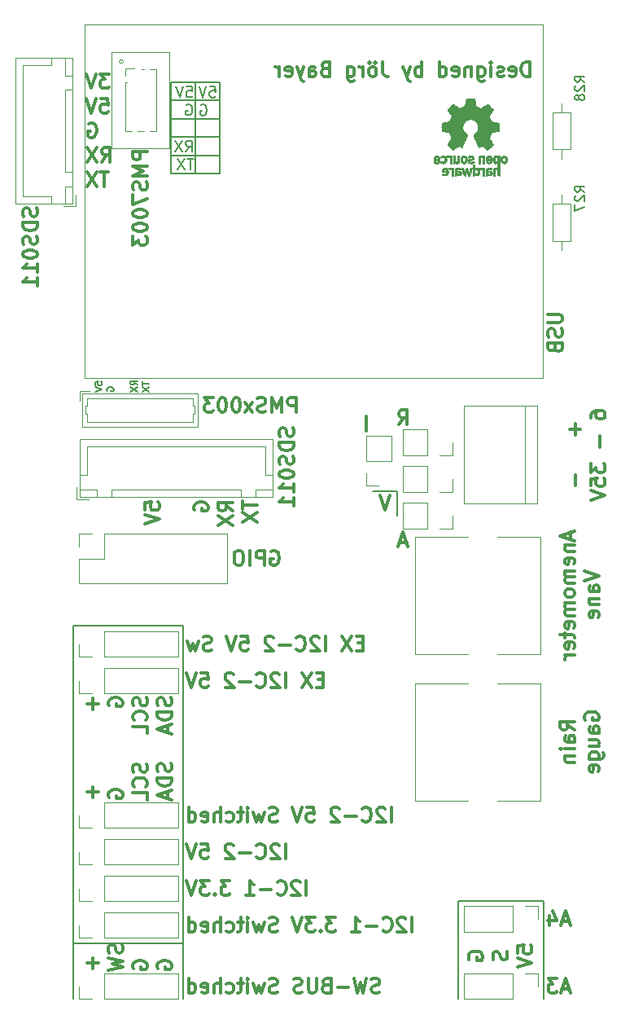
<source format=gbr>
G04 #@! TF.GenerationSoftware,KiCad,Pcbnew,(5.0.2)-1*
G04 #@! TF.CreationDate,2020-01-14T01:16:21+01:00*
G04 #@! TF.ProjectId,airMon,6169724d-6f6e-42e6-9b69-6361645f7063,0.1*
G04 #@! TF.SameCoordinates,Original*
G04 #@! TF.FileFunction,Legend,Bot*
G04 #@! TF.FilePolarity,Positive*
%FSLAX46Y46*%
G04 Gerber Fmt 4.6, Leading zero omitted, Abs format (unit mm)*
G04 Created by KiCad (PCBNEW (5.0.2)-1) date 14.01.2020 1:16:21*
%MOMM*%
%LPD*%
G01*
G04 APERTURE LIST*
%ADD10C,0.300000*%
%ADD11C,0.200000*%
%ADD12C,0.175000*%
%ADD13C,0.120000*%
%ADD14C,0.010000*%
%ADD15C,0.150000*%
%ADD16C,3.000000*%
%ADD17R,3.000000X3.000000*%
%ADD18C,1.500000*%
%ADD19C,2.800000*%
%ADD20R,1.700000X1.700000*%
%ADD21O,1.700000X1.700000*%
%ADD22R,1.000000X1.000000*%
%ADD23O,1.000000X1.000000*%
%ADD24C,0.100000*%
%ADD25C,0.800000*%
%ADD26O,0.800000X1.300000*%
%ADD27C,1.700000*%
%ADD28O,1.700000X1.950000*%
%ADD29O,1.400000X1.400000*%
%ADD30C,1.400000*%
%ADD31O,1.950000X1.700000*%
%ADD32C,1.450000*%
%ADD33O,1.900000X1.200000*%
G04 APERTURE END LIST*
D10*
X73467857Y-22268571D02*
X73467857Y-20768571D01*
X73110714Y-20768571D01*
X72896428Y-20840000D01*
X72753571Y-20982857D01*
X72682142Y-21125714D01*
X72610714Y-21411428D01*
X72610714Y-21625714D01*
X72682142Y-21911428D01*
X72753571Y-22054285D01*
X72896428Y-22197142D01*
X73110714Y-22268571D01*
X73467857Y-22268571D01*
X71396428Y-22197142D02*
X71539285Y-22268571D01*
X71825000Y-22268571D01*
X71967857Y-22197142D01*
X72039285Y-22054285D01*
X72039285Y-21482857D01*
X71967857Y-21340000D01*
X71825000Y-21268571D01*
X71539285Y-21268571D01*
X71396428Y-21340000D01*
X71325000Y-21482857D01*
X71325000Y-21625714D01*
X72039285Y-21768571D01*
X70753571Y-22197142D02*
X70610714Y-22268571D01*
X70325000Y-22268571D01*
X70182142Y-22197142D01*
X70110714Y-22054285D01*
X70110714Y-21982857D01*
X70182142Y-21840000D01*
X70325000Y-21768571D01*
X70539285Y-21768571D01*
X70682142Y-21697142D01*
X70753571Y-21554285D01*
X70753571Y-21482857D01*
X70682142Y-21340000D01*
X70539285Y-21268571D01*
X70325000Y-21268571D01*
X70182142Y-21340000D01*
X69467857Y-22268571D02*
X69467857Y-21268571D01*
X69467857Y-20768571D02*
X69539285Y-20840000D01*
X69467857Y-20911428D01*
X69396428Y-20840000D01*
X69467857Y-20768571D01*
X69467857Y-20911428D01*
X68110714Y-21268571D02*
X68110714Y-22482857D01*
X68182142Y-22625714D01*
X68253571Y-22697142D01*
X68396428Y-22768571D01*
X68610714Y-22768571D01*
X68753571Y-22697142D01*
X68110714Y-22197142D02*
X68253571Y-22268571D01*
X68539285Y-22268571D01*
X68682142Y-22197142D01*
X68753571Y-22125714D01*
X68825000Y-21982857D01*
X68825000Y-21554285D01*
X68753571Y-21411428D01*
X68682142Y-21340000D01*
X68539285Y-21268571D01*
X68253571Y-21268571D01*
X68110714Y-21340000D01*
X67396428Y-21268571D02*
X67396428Y-22268571D01*
X67396428Y-21411428D02*
X67325000Y-21340000D01*
X67182142Y-21268571D01*
X66967857Y-21268571D01*
X66825000Y-21340000D01*
X66753571Y-21482857D01*
X66753571Y-22268571D01*
X65467857Y-22197142D02*
X65610714Y-22268571D01*
X65896428Y-22268571D01*
X66039285Y-22197142D01*
X66110714Y-22054285D01*
X66110714Y-21482857D01*
X66039285Y-21340000D01*
X65896428Y-21268571D01*
X65610714Y-21268571D01*
X65467857Y-21340000D01*
X65396428Y-21482857D01*
X65396428Y-21625714D01*
X66110714Y-21768571D01*
X64110714Y-22268571D02*
X64110714Y-20768571D01*
X64110714Y-22197142D02*
X64253571Y-22268571D01*
X64539285Y-22268571D01*
X64682142Y-22197142D01*
X64753571Y-22125714D01*
X64825000Y-21982857D01*
X64825000Y-21554285D01*
X64753571Y-21411428D01*
X64682142Y-21340000D01*
X64539285Y-21268571D01*
X64253571Y-21268571D01*
X64110714Y-21340000D01*
X62253571Y-22268571D02*
X62253571Y-20768571D01*
X62253571Y-21340000D02*
X62110714Y-21268571D01*
X61825000Y-21268571D01*
X61682142Y-21340000D01*
X61610714Y-21411428D01*
X61539285Y-21554285D01*
X61539285Y-21982857D01*
X61610714Y-22125714D01*
X61682142Y-22197142D01*
X61825000Y-22268571D01*
X62110714Y-22268571D01*
X62253571Y-22197142D01*
X61039285Y-21268571D02*
X60682142Y-22268571D01*
X60325000Y-21268571D02*
X60682142Y-22268571D01*
X60825000Y-22625714D01*
X60896428Y-22697142D01*
X61039285Y-22768571D01*
X58182142Y-20768571D02*
X58182142Y-21840000D01*
X58253571Y-22054285D01*
X58396428Y-22197142D01*
X58610714Y-22268571D01*
X58753571Y-22268571D01*
X57253571Y-22268571D02*
X57396428Y-22197142D01*
X57467857Y-22125714D01*
X57539285Y-21982857D01*
X57539285Y-21554285D01*
X57467857Y-21411428D01*
X57396428Y-21340000D01*
X57253571Y-21268571D01*
X57039285Y-21268571D01*
X56896428Y-21340000D01*
X56825000Y-21411428D01*
X56753571Y-21554285D01*
X56753571Y-21982857D01*
X56825000Y-22125714D01*
X56896428Y-22197142D01*
X57039285Y-22268571D01*
X57253571Y-22268571D01*
X57396428Y-20768571D02*
X57325000Y-20840000D01*
X57396428Y-20911428D01*
X57467857Y-20840000D01*
X57396428Y-20768571D01*
X57396428Y-20911428D01*
X56825000Y-20768571D02*
X56753571Y-20840000D01*
X56825000Y-20911428D01*
X56896428Y-20840000D01*
X56825000Y-20768571D01*
X56825000Y-20911428D01*
X56110714Y-22268571D02*
X56110714Y-21268571D01*
X56110714Y-21554285D02*
X56039285Y-21411428D01*
X55967857Y-21340000D01*
X55825000Y-21268571D01*
X55682142Y-21268571D01*
X54539285Y-21268571D02*
X54539285Y-22482857D01*
X54610714Y-22625714D01*
X54682142Y-22697142D01*
X54825000Y-22768571D01*
X55039285Y-22768571D01*
X55182142Y-22697142D01*
X54539285Y-22197142D02*
X54682142Y-22268571D01*
X54967857Y-22268571D01*
X55110714Y-22197142D01*
X55182142Y-22125714D01*
X55253571Y-21982857D01*
X55253571Y-21554285D01*
X55182142Y-21411428D01*
X55110714Y-21340000D01*
X54967857Y-21268571D01*
X54682142Y-21268571D01*
X54539285Y-21340000D01*
X52182142Y-21482857D02*
X51967857Y-21554285D01*
X51896428Y-21625714D01*
X51825000Y-21768571D01*
X51825000Y-21982857D01*
X51896428Y-22125714D01*
X51967857Y-22197142D01*
X52110714Y-22268571D01*
X52682142Y-22268571D01*
X52682142Y-20768571D01*
X52182142Y-20768571D01*
X52039285Y-20840000D01*
X51967857Y-20911428D01*
X51896428Y-21054285D01*
X51896428Y-21197142D01*
X51967857Y-21340000D01*
X52039285Y-21411428D01*
X52182142Y-21482857D01*
X52682142Y-21482857D01*
X50539285Y-22268571D02*
X50539285Y-21482857D01*
X50610714Y-21340000D01*
X50753571Y-21268571D01*
X51039285Y-21268571D01*
X51182142Y-21340000D01*
X50539285Y-22197142D02*
X50682142Y-22268571D01*
X51039285Y-22268571D01*
X51182142Y-22197142D01*
X51253571Y-22054285D01*
X51253571Y-21911428D01*
X51182142Y-21768571D01*
X51039285Y-21697142D01*
X50682142Y-21697142D01*
X50539285Y-21625714D01*
X49967857Y-21268571D02*
X49610714Y-22268571D01*
X49253571Y-21268571D02*
X49610714Y-22268571D01*
X49753571Y-22625714D01*
X49825000Y-22697142D01*
X49967857Y-22768571D01*
X48110714Y-22197142D02*
X48253571Y-22268571D01*
X48539285Y-22268571D01*
X48682142Y-22197142D01*
X48753571Y-22054285D01*
X48753571Y-21482857D01*
X48682142Y-21340000D01*
X48539285Y-21268571D01*
X48253571Y-21268571D01*
X48110714Y-21340000D01*
X48039285Y-21482857D01*
X48039285Y-21625714D01*
X48753571Y-21768571D01*
X47396428Y-22268571D02*
X47396428Y-21268571D01*
X47396428Y-21554285D02*
X47325000Y-21411428D01*
X47253571Y-21340000D01*
X47110714Y-21268571D01*
X46967857Y-21268571D01*
X56515000Y-59098571D02*
X56515000Y-57598571D01*
D11*
X59690000Y-65405000D02*
X57150000Y-65405000D01*
X59690000Y-67945000D02*
X59690000Y-65405000D01*
D10*
X58920000Y-65853571D02*
X58420000Y-67353571D01*
X57920000Y-65853571D01*
X60682142Y-70735000D02*
X59967857Y-70735000D01*
X60825000Y-71163571D02*
X60325000Y-69663571D01*
X59825000Y-71163571D01*
X59860714Y-58463571D02*
X60360714Y-57749285D01*
X60717857Y-58463571D02*
X60717857Y-56963571D01*
X60146428Y-56963571D01*
X60003571Y-57035000D01*
X59932142Y-57106428D01*
X59860714Y-57249285D01*
X59860714Y-57463571D01*
X59932142Y-57606428D01*
X60003571Y-57677857D01*
X60146428Y-57749285D01*
X60717857Y-57749285D01*
D11*
X37465000Y-112395000D02*
X37465000Y-118110000D01*
X26035000Y-112395000D02*
X26035000Y-118110000D01*
D10*
X75378571Y-47002142D02*
X76592857Y-47002142D01*
X76735714Y-47073571D01*
X76807142Y-47145000D01*
X76878571Y-47287857D01*
X76878571Y-47573571D01*
X76807142Y-47716428D01*
X76735714Y-47787857D01*
X76592857Y-47859285D01*
X75378571Y-47859285D01*
X76807142Y-48502142D02*
X76878571Y-48716428D01*
X76878571Y-49073571D01*
X76807142Y-49216428D01*
X76735714Y-49287857D01*
X76592857Y-49359285D01*
X76450000Y-49359285D01*
X76307142Y-49287857D01*
X76235714Y-49216428D01*
X76164285Y-49073571D01*
X76092857Y-48787857D01*
X76021428Y-48645000D01*
X75950000Y-48573571D01*
X75807142Y-48502142D01*
X75664285Y-48502142D01*
X75521428Y-48573571D01*
X75450000Y-48645000D01*
X75378571Y-48787857D01*
X75378571Y-49145000D01*
X75450000Y-49359285D01*
X76092857Y-50502142D02*
X76164285Y-50716428D01*
X76235714Y-50787857D01*
X76378571Y-50859285D01*
X76592857Y-50859285D01*
X76735714Y-50787857D01*
X76807142Y-50716428D01*
X76878571Y-50573571D01*
X76878571Y-50002142D01*
X75378571Y-50002142D01*
X75378571Y-50502142D01*
X75450000Y-50645000D01*
X75521428Y-50716428D01*
X75664285Y-50787857D01*
X75807142Y-50787857D01*
X75950000Y-50716428D01*
X76021428Y-50645000D01*
X76092857Y-50502142D01*
X76092857Y-50002142D01*
X78207142Y-58380714D02*
X78207142Y-59523571D01*
X78778571Y-58952142D02*
X77635714Y-58952142D01*
X78207142Y-63666428D02*
X78207142Y-64809285D01*
X79828571Y-57737857D02*
X79828571Y-57452142D01*
X79900000Y-57309285D01*
X79971428Y-57237857D01*
X80185714Y-57095000D01*
X80471428Y-57023571D01*
X81042857Y-57023571D01*
X81185714Y-57095000D01*
X81257142Y-57166428D01*
X81328571Y-57309285D01*
X81328571Y-57595000D01*
X81257142Y-57737857D01*
X81185714Y-57809285D01*
X81042857Y-57880714D01*
X80685714Y-57880714D01*
X80542857Y-57809285D01*
X80471428Y-57737857D01*
X80400000Y-57595000D01*
X80400000Y-57309285D01*
X80471428Y-57166428D01*
X80542857Y-57095000D01*
X80685714Y-57023571D01*
X80757142Y-59666428D02*
X80757142Y-60809285D01*
X79828571Y-62523571D02*
X79828571Y-63452142D01*
X80400000Y-62952142D01*
X80400000Y-63166428D01*
X80471428Y-63309285D01*
X80542857Y-63380714D01*
X80685714Y-63452142D01*
X81042857Y-63452142D01*
X81185714Y-63380714D01*
X81257142Y-63309285D01*
X81328571Y-63166428D01*
X81328571Y-62737857D01*
X81257142Y-62595000D01*
X81185714Y-62523571D01*
X79828571Y-64809285D02*
X79828571Y-64095000D01*
X80542857Y-64023571D01*
X80471428Y-64095000D01*
X80400000Y-64237857D01*
X80400000Y-64594999D01*
X80471428Y-64737857D01*
X80542857Y-64809285D01*
X80685714Y-64880714D01*
X81042857Y-64880714D01*
X81185714Y-64809285D01*
X81257142Y-64737857D01*
X81328571Y-64594999D01*
X81328571Y-64237857D01*
X81257142Y-64095000D01*
X81185714Y-64023571D01*
X79828571Y-65309285D02*
X81328571Y-65809285D01*
X79828571Y-66309285D01*
X77715000Y-69664285D02*
X77715000Y-70378571D01*
X78143571Y-69521428D02*
X76643571Y-70021428D01*
X78143571Y-70521428D01*
X77143571Y-71021428D02*
X78143571Y-71021428D01*
X77286428Y-71021428D02*
X77215000Y-71092857D01*
X77143571Y-71235714D01*
X77143571Y-71450000D01*
X77215000Y-71592857D01*
X77357857Y-71664285D01*
X78143571Y-71664285D01*
X78072142Y-72950000D02*
X78143571Y-72807142D01*
X78143571Y-72521428D01*
X78072142Y-72378571D01*
X77929285Y-72307142D01*
X77357857Y-72307142D01*
X77215000Y-72378571D01*
X77143571Y-72521428D01*
X77143571Y-72807142D01*
X77215000Y-72950000D01*
X77357857Y-73021428D01*
X77500714Y-73021428D01*
X77643571Y-72307142D01*
X78143571Y-73664285D02*
X77143571Y-73664285D01*
X77286428Y-73664285D02*
X77215000Y-73735714D01*
X77143571Y-73878571D01*
X77143571Y-74092857D01*
X77215000Y-74235714D01*
X77357857Y-74307142D01*
X78143571Y-74307142D01*
X77357857Y-74307142D02*
X77215000Y-74378571D01*
X77143571Y-74521428D01*
X77143571Y-74735714D01*
X77215000Y-74878571D01*
X77357857Y-74950000D01*
X78143571Y-74950000D01*
X78143571Y-75878571D02*
X78072142Y-75735714D01*
X78000714Y-75664285D01*
X77857857Y-75592857D01*
X77429285Y-75592857D01*
X77286428Y-75664285D01*
X77215000Y-75735714D01*
X77143571Y-75878571D01*
X77143571Y-76092857D01*
X77215000Y-76235714D01*
X77286428Y-76307142D01*
X77429285Y-76378571D01*
X77857857Y-76378571D01*
X78000714Y-76307142D01*
X78072142Y-76235714D01*
X78143571Y-76092857D01*
X78143571Y-75878571D01*
X78143571Y-77021428D02*
X77143571Y-77021428D01*
X77286428Y-77021428D02*
X77215000Y-77092857D01*
X77143571Y-77235714D01*
X77143571Y-77450000D01*
X77215000Y-77592857D01*
X77357857Y-77664285D01*
X78143571Y-77664285D01*
X77357857Y-77664285D02*
X77215000Y-77735714D01*
X77143571Y-77878571D01*
X77143571Y-78092857D01*
X77215000Y-78235714D01*
X77357857Y-78307142D01*
X78143571Y-78307142D01*
X78072142Y-79592857D02*
X78143571Y-79450000D01*
X78143571Y-79164285D01*
X78072142Y-79021428D01*
X77929285Y-78950000D01*
X77357857Y-78950000D01*
X77215000Y-79021428D01*
X77143571Y-79164285D01*
X77143571Y-79450000D01*
X77215000Y-79592857D01*
X77357857Y-79664285D01*
X77500714Y-79664285D01*
X77643571Y-78950000D01*
X77143571Y-80092857D02*
X77143571Y-80664285D01*
X76643571Y-80307142D02*
X77929285Y-80307142D01*
X78072142Y-80378571D01*
X78143571Y-80521428D01*
X78143571Y-80664285D01*
X78072142Y-81735714D02*
X78143571Y-81592857D01*
X78143571Y-81307142D01*
X78072142Y-81164285D01*
X77929285Y-81092857D01*
X77357857Y-81092857D01*
X77215000Y-81164285D01*
X77143571Y-81307142D01*
X77143571Y-81592857D01*
X77215000Y-81735714D01*
X77357857Y-81807142D01*
X77500714Y-81807142D01*
X77643571Y-81092857D01*
X78143571Y-82450000D02*
X77143571Y-82450000D01*
X77429285Y-82450000D02*
X77286428Y-82521428D01*
X77215000Y-82592857D01*
X77143571Y-82735714D01*
X77143571Y-82878571D01*
X79193571Y-73700000D02*
X80693571Y-74200000D01*
X79193571Y-74700000D01*
X80693571Y-75842857D02*
X79907857Y-75842857D01*
X79765000Y-75771428D01*
X79693571Y-75628571D01*
X79693571Y-75342857D01*
X79765000Y-75200000D01*
X80622142Y-75842857D02*
X80693571Y-75700000D01*
X80693571Y-75342857D01*
X80622142Y-75200000D01*
X80479285Y-75128571D01*
X80336428Y-75128571D01*
X80193571Y-75200000D01*
X80122142Y-75342857D01*
X80122142Y-75700000D01*
X80050714Y-75842857D01*
X79693571Y-76557142D02*
X80693571Y-76557142D01*
X79836428Y-76557142D02*
X79765000Y-76628571D01*
X79693571Y-76771428D01*
X79693571Y-76985714D01*
X79765000Y-77128571D01*
X79907857Y-77200000D01*
X80693571Y-77200000D01*
X80622142Y-78485714D02*
X80693571Y-78342857D01*
X80693571Y-78057142D01*
X80622142Y-77914285D01*
X80479285Y-77842857D01*
X79907857Y-77842857D01*
X79765000Y-77914285D01*
X79693571Y-78057142D01*
X79693571Y-78342857D01*
X79765000Y-78485714D01*
X79907857Y-78557142D01*
X80050714Y-78557142D01*
X80193571Y-77842857D01*
X78143571Y-90190000D02*
X77429285Y-89690000D01*
X78143571Y-89332857D02*
X76643571Y-89332857D01*
X76643571Y-89904285D01*
X76715000Y-90047142D01*
X76786428Y-90118571D01*
X76929285Y-90190000D01*
X77143571Y-90190000D01*
X77286428Y-90118571D01*
X77357857Y-90047142D01*
X77429285Y-89904285D01*
X77429285Y-89332857D01*
X78143571Y-91475714D02*
X77357857Y-91475714D01*
X77215000Y-91404285D01*
X77143571Y-91261428D01*
X77143571Y-90975714D01*
X77215000Y-90832857D01*
X78072142Y-91475714D02*
X78143571Y-91332857D01*
X78143571Y-90975714D01*
X78072142Y-90832857D01*
X77929285Y-90761428D01*
X77786428Y-90761428D01*
X77643571Y-90832857D01*
X77572142Y-90975714D01*
X77572142Y-91332857D01*
X77500714Y-91475714D01*
X78143571Y-92190000D02*
X77143571Y-92190000D01*
X76643571Y-92190000D02*
X76715000Y-92118571D01*
X76786428Y-92190000D01*
X76715000Y-92261428D01*
X76643571Y-92190000D01*
X76786428Y-92190000D01*
X77143571Y-92904285D02*
X78143571Y-92904285D01*
X77286428Y-92904285D02*
X77215000Y-92975714D01*
X77143571Y-93118571D01*
X77143571Y-93332857D01*
X77215000Y-93475714D01*
X77357857Y-93547142D01*
X78143571Y-93547142D01*
X79265000Y-89154285D02*
X79193571Y-89011428D01*
X79193571Y-88797142D01*
X79265000Y-88582857D01*
X79407857Y-88440000D01*
X79550714Y-88368571D01*
X79836428Y-88297142D01*
X80050714Y-88297142D01*
X80336428Y-88368571D01*
X80479285Y-88440000D01*
X80622142Y-88582857D01*
X80693571Y-88797142D01*
X80693571Y-88940000D01*
X80622142Y-89154285D01*
X80550714Y-89225714D01*
X80050714Y-89225714D01*
X80050714Y-88940000D01*
X80693571Y-90511428D02*
X79907857Y-90511428D01*
X79765000Y-90440000D01*
X79693571Y-90297142D01*
X79693571Y-90011428D01*
X79765000Y-89868571D01*
X80622142Y-90511428D02*
X80693571Y-90368571D01*
X80693571Y-90011428D01*
X80622142Y-89868571D01*
X80479285Y-89797142D01*
X80336428Y-89797142D01*
X80193571Y-89868571D01*
X80122142Y-90011428D01*
X80122142Y-90368571D01*
X80050714Y-90511428D01*
X79693571Y-91868571D02*
X80693571Y-91868571D01*
X79693571Y-91225714D02*
X80479285Y-91225714D01*
X80622142Y-91297142D01*
X80693571Y-91440000D01*
X80693571Y-91654285D01*
X80622142Y-91797142D01*
X80550714Y-91868571D01*
X79693571Y-93225714D02*
X80907857Y-93225714D01*
X81050714Y-93154285D01*
X81122142Y-93082857D01*
X81193571Y-92940000D01*
X81193571Y-92725714D01*
X81122142Y-92582857D01*
X80622142Y-93225714D02*
X80693571Y-93082857D01*
X80693571Y-92797142D01*
X80622142Y-92654285D01*
X80550714Y-92582857D01*
X80407857Y-92511428D01*
X79979285Y-92511428D01*
X79836428Y-92582857D01*
X79765000Y-92654285D01*
X79693571Y-92797142D01*
X79693571Y-93082857D01*
X79765000Y-93225714D01*
X80622142Y-94511428D02*
X80693571Y-94368571D01*
X80693571Y-94082857D01*
X80622142Y-93940000D01*
X80479285Y-93868571D01*
X79907857Y-93868571D01*
X79765000Y-93940000D01*
X79693571Y-94082857D01*
X79693571Y-94368571D01*
X79765000Y-94511428D01*
X79907857Y-94582857D01*
X80050714Y-94582857D01*
X80193571Y-93868571D01*
D11*
X66040000Y-107950000D02*
X66040000Y-118110000D01*
X74930000Y-107950000D02*
X66040000Y-107950000D01*
X74930000Y-118110000D02*
X74930000Y-107950000D01*
D10*
X67185000Y-114057857D02*
X67113571Y-113915000D01*
X67113571Y-113700714D01*
X67185000Y-113486428D01*
X67327857Y-113343571D01*
X67470714Y-113272142D01*
X67756428Y-113200714D01*
X67970714Y-113200714D01*
X68256428Y-113272142D01*
X68399285Y-113343571D01*
X68542142Y-113486428D01*
X68613571Y-113700714D01*
X68613571Y-113843571D01*
X68542142Y-114057857D01*
X68470714Y-114129285D01*
X67970714Y-114129285D01*
X67970714Y-113843571D01*
X71092142Y-113236428D02*
X71163571Y-113450714D01*
X71163571Y-113807857D01*
X71092142Y-113950714D01*
X71020714Y-114022142D01*
X70877857Y-114093571D01*
X70735000Y-114093571D01*
X70592142Y-114022142D01*
X70520714Y-113950714D01*
X70449285Y-113807857D01*
X70377857Y-113522142D01*
X70306428Y-113379285D01*
X70235000Y-113307857D01*
X70092142Y-113236428D01*
X69949285Y-113236428D01*
X69806428Y-113307857D01*
X69735000Y-113379285D01*
X69663571Y-113522142D01*
X69663571Y-113879285D01*
X69735000Y-114093571D01*
X72213571Y-113379285D02*
X72213571Y-112665000D01*
X72927857Y-112593571D01*
X72856428Y-112665000D01*
X72785000Y-112807857D01*
X72785000Y-113165000D01*
X72856428Y-113307857D01*
X72927857Y-113379285D01*
X73070714Y-113450714D01*
X73427857Y-113450714D01*
X73570714Y-113379285D01*
X73642142Y-113307857D01*
X73713571Y-113165000D01*
X73713571Y-112807857D01*
X73642142Y-112665000D01*
X73570714Y-112593571D01*
X72213571Y-113879285D02*
X73713571Y-114379285D01*
X72213571Y-114879285D01*
X77553571Y-110105000D02*
X76839285Y-110105000D01*
X77696428Y-110533571D02*
X77196428Y-109033571D01*
X76696428Y-110533571D01*
X75553571Y-109533571D02*
X75553571Y-110533571D01*
X75910714Y-108962142D02*
X76267857Y-110033571D01*
X75339285Y-110033571D01*
X77553571Y-117090000D02*
X76839285Y-117090000D01*
X77696428Y-117518571D02*
X77196428Y-116018571D01*
X76696428Y-117518571D01*
X76339285Y-116018571D02*
X75410714Y-116018571D01*
X75910714Y-116590000D01*
X75696428Y-116590000D01*
X75553571Y-116661428D01*
X75482142Y-116732857D01*
X75410714Y-116875714D01*
X75410714Y-117232857D01*
X75482142Y-117375714D01*
X75553571Y-117447142D01*
X75696428Y-117518571D01*
X76125000Y-117518571D01*
X76267857Y-117447142D01*
X76339285Y-117375714D01*
X28032142Y-113875000D02*
X28032142Y-115017857D01*
X28603571Y-114446428D02*
X27460714Y-114446428D01*
X31082142Y-112517857D02*
X31153571Y-112732142D01*
X31153571Y-113089285D01*
X31082142Y-113232142D01*
X31010714Y-113303571D01*
X30867857Y-113375000D01*
X30725000Y-113375000D01*
X30582142Y-113303571D01*
X30510714Y-113232142D01*
X30439285Y-113089285D01*
X30367857Y-112803571D01*
X30296428Y-112660714D01*
X30225000Y-112589285D01*
X30082142Y-112517857D01*
X29939285Y-112517857D01*
X29796428Y-112589285D01*
X29725000Y-112660714D01*
X29653571Y-112803571D01*
X29653571Y-113160714D01*
X29725000Y-113375000D01*
X29653571Y-113875000D02*
X31153571Y-114232142D01*
X30082142Y-114517857D01*
X31153571Y-114803571D01*
X29653571Y-115160714D01*
X32275000Y-115017857D02*
X32203571Y-114875000D01*
X32203571Y-114660714D01*
X32275000Y-114446428D01*
X32417857Y-114303571D01*
X32560714Y-114232142D01*
X32846428Y-114160714D01*
X33060714Y-114160714D01*
X33346428Y-114232142D01*
X33489285Y-114303571D01*
X33632142Y-114446428D01*
X33703571Y-114660714D01*
X33703571Y-114803571D01*
X33632142Y-115017857D01*
X33560714Y-115089285D01*
X33060714Y-115089285D01*
X33060714Y-114803571D01*
X34825000Y-115017857D02*
X34753571Y-114875000D01*
X34753571Y-114660714D01*
X34825000Y-114446428D01*
X34967857Y-114303571D01*
X35110714Y-114232142D01*
X35396428Y-114160714D01*
X35610714Y-114160714D01*
X35896428Y-114232142D01*
X36039285Y-114303571D01*
X36182142Y-114446428D01*
X36253571Y-114660714D01*
X36253571Y-114803571D01*
X36182142Y-115017857D01*
X36110714Y-115089285D01*
X35610714Y-115089285D01*
X35610714Y-114803571D01*
X28032142Y-96095000D02*
X28032142Y-97237857D01*
X28603571Y-96666428D02*
X27460714Y-96666428D01*
X29725000Y-97237857D02*
X29653571Y-97095000D01*
X29653571Y-96880714D01*
X29725000Y-96666428D01*
X29867857Y-96523571D01*
X30010714Y-96452142D01*
X30296428Y-96380714D01*
X30510714Y-96380714D01*
X30796428Y-96452142D01*
X30939285Y-96523571D01*
X31082142Y-96666428D01*
X31153571Y-96880714D01*
X31153571Y-97023571D01*
X31082142Y-97237857D01*
X31010714Y-97309285D01*
X30510714Y-97309285D01*
X30510714Y-97023571D01*
X33632142Y-93737857D02*
X33703571Y-93952142D01*
X33703571Y-94309285D01*
X33632142Y-94452142D01*
X33560714Y-94523571D01*
X33417857Y-94595000D01*
X33275000Y-94595000D01*
X33132142Y-94523571D01*
X33060714Y-94452142D01*
X32989285Y-94309285D01*
X32917857Y-94023571D01*
X32846428Y-93880714D01*
X32775000Y-93809285D01*
X32632142Y-93737857D01*
X32489285Y-93737857D01*
X32346428Y-93809285D01*
X32275000Y-93880714D01*
X32203571Y-94023571D01*
X32203571Y-94380714D01*
X32275000Y-94595000D01*
X33560714Y-96095000D02*
X33632142Y-96023571D01*
X33703571Y-95809285D01*
X33703571Y-95666428D01*
X33632142Y-95452142D01*
X33489285Y-95309285D01*
X33346428Y-95237857D01*
X33060714Y-95166428D01*
X32846428Y-95166428D01*
X32560714Y-95237857D01*
X32417857Y-95309285D01*
X32275000Y-95452142D01*
X32203571Y-95666428D01*
X32203571Y-95809285D01*
X32275000Y-96023571D01*
X32346428Y-96095000D01*
X33703571Y-97452142D02*
X33703571Y-96737857D01*
X32203571Y-96737857D01*
X36182142Y-93666428D02*
X36253571Y-93880714D01*
X36253571Y-94237857D01*
X36182142Y-94380714D01*
X36110714Y-94452142D01*
X35967857Y-94523571D01*
X35825000Y-94523571D01*
X35682142Y-94452142D01*
X35610714Y-94380714D01*
X35539285Y-94237857D01*
X35467857Y-93952142D01*
X35396428Y-93809285D01*
X35325000Y-93737857D01*
X35182142Y-93666428D01*
X35039285Y-93666428D01*
X34896428Y-93737857D01*
X34825000Y-93809285D01*
X34753571Y-93952142D01*
X34753571Y-94309285D01*
X34825000Y-94523571D01*
X36253571Y-95166428D02*
X34753571Y-95166428D01*
X34753571Y-95523571D01*
X34825000Y-95737857D01*
X34967857Y-95880714D01*
X35110714Y-95952142D01*
X35396428Y-96023571D01*
X35610714Y-96023571D01*
X35896428Y-95952142D01*
X36039285Y-95880714D01*
X36182142Y-95737857D01*
X36253571Y-95523571D01*
X36253571Y-95166428D01*
X35825000Y-96595000D02*
X35825000Y-97309285D01*
X36253571Y-96452142D02*
X34753571Y-96952142D01*
X36253571Y-97452142D01*
X28032142Y-86912142D02*
X28032142Y-88055000D01*
X28603571Y-87483571D02*
X27460714Y-87483571D01*
X29725000Y-87697857D02*
X29653571Y-87555000D01*
X29653571Y-87340714D01*
X29725000Y-87126428D01*
X29867857Y-86983571D01*
X30010714Y-86912142D01*
X30296428Y-86840714D01*
X30510714Y-86840714D01*
X30796428Y-86912142D01*
X30939285Y-86983571D01*
X31082142Y-87126428D01*
X31153571Y-87340714D01*
X31153571Y-87483571D01*
X31082142Y-87697857D01*
X31010714Y-87769285D01*
X30510714Y-87769285D01*
X30510714Y-87483571D01*
X33632142Y-86840714D02*
X33703571Y-87055000D01*
X33703571Y-87412142D01*
X33632142Y-87555000D01*
X33560714Y-87626428D01*
X33417857Y-87697857D01*
X33275000Y-87697857D01*
X33132142Y-87626428D01*
X33060714Y-87555000D01*
X32989285Y-87412142D01*
X32917857Y-87126428D01*
X32846428Y-86983571D01*
X32775000Y-86912142D01*
X32632142Y-86840714D01*
X32489285Y-86840714D01*
X32346428Y-86912142D01*
X32275000Y-86983571D01*
X32203571Y-87126428D01*
X32203571Y-87483571D01*
X32275000Y-87697857D01*
X33560714Y-89197857D02*
X33632142Y-89126428D01*
X33703571Y-88912142D01*
X33703571Y-88769285D01*
X33632142Y-88555000D01*
X33489285Y-88412142D01*
X33346428Y-88340714D01*
X33060714Y-88269285D01*
X32846428Y-88269285D01*
X32560714Y-88340714D01*
X32417857Y-88412142D01*
X32275000Y-88555000D01*
X32203571Y-88769285D01*
X32203571Y-88912142D01*
X32275000Y-89126428D01*
X32346428Y-89197857D01*
X33703571Y-90555000D02*
X33703571Y-89840714D01*
X32203571Y-89840714D01*
X36182142Y-86840714D02*
X36253571Y-87055000D01*
X36253571Y-87412142D01*
X36182142Y-87555000D01*
X36110714Y-87626428D01*
X35967857Y-87697857D01*
X35825000Y-87697857D01*
X35682142Y-87626428D01*
X35610714Y-87555000D01*
X35539285Y-87412142D01*
X35467857Y-87126428D01*
X35396428Y-86983571D01*
X35325000Y-86912142D01*
X35182142Y-86840714D01*
X35039285Y-86840714D01*
X34896428Y-86912142D01*
X34825000Y-86983571D01*
X34753571Y-87126428D01*
X34753571Y-87483571D01*
X34825000Y-87697857D01*
X36253571Y-88340714D02*
X34753571Y-88340714D01*
X34753571Y-88697857D01*
X34825000Y-88912142D01*
X34967857Y-89055000D01*
X35110714Y-89126428D01*
X35396428Y-89197857D01*
X35610714Y-89197857D01*
X35896428Y-89126428D01*
X36039285Y-89055000D01*
X36182142Y-88912142D01*
X36253571Y-88697857D01*
X36253571Y-88340714D01*
X35825000Y-89769285D02*
X35825000Y-90483571D01*
X36253571Y-89626428D02*
X34753571Y-90126428D01*
X36253571Y-90626428D01*
D11*
X26035000Y-79375000D02*
X26035000Y-112395000D01*
X37465000Y-79375000D02*
X26035000Y-79375000D01*
X37465000Y-112395000D02*
X37465000Y-79375000D01*
X26035000Y-112395000D02*
X37465000Y-112395000D01*
D10*
X56160000Y-81172857D02*
X55660000Y-81172857D01*
X55445714Y-81958571D02*
X56160000Y-81958571D01*
X56160000Y-80458571D01*
X55445714Y-80458571D01*
X54945714Y-80458571D02*
X53945714Y-81958571D01*
X53945714Y-80458571D02*
X54945714Y-81958571D01*
X52231428Y-81958571D02*
X52231428Y-80458571D01*
X51588571Y-80601428D02*
X51517142Y-80530000D01*
X51374285Y-80458571D01*
X51017142Y-80458571D01*
X50874285Y-80530000D01*
X50802857Y-80601428D01*
X50731428Y-80744285D01*
X50731428Y-80887142D01*
X50802857Y-81101428D01*
X51660000Y-81958571D01*
X50731428Y-81958571D01*
X49231428Y-81815714D02*
X49302857Y-81887142D01*
X49517142Y-81958571D01*
X49660000Y-81958571D01*
X49874285Y-81887142D01*
X50017142Y-81744285D01*
X50088571Y-81601428D01*
X50160000Y-81315714D01*
X50160000Y-81101428D01*
X50088571Y-80815714D01*
X50017142Y-80672857D01*
X49874285Y-80530000D01*
X49660000Y-80458571D01*
X49517142Y-80458571D01*
X49302857Y-80530000D01*
X49231428Y-80601428D01*
X48588571Y-81387142D02*
X47445714Y-81387142D01*
X46802857Y-80601428D02*
X46731428Y-80530000D01*
X46588571Y-80458571D01*
X46231428Y-80458571D01*
X46088571Y-80530000D01*
X46017142Y-80601428D01*
X45945714Y-80744285D01*
X45945714Y-80887142D01*
X46017142Y-81101428D01*
X46874285Y-81958571D01*
X45945714Y-81958571D01*
X43445714Y-80458571D02*
X44160000Y-80458571D01*
X44231428Y-81172857D01*
X44160000Y-81101428D01*
X44017142Y-81030000D01*
X43660000Y-81030000D01*
X43517142Y-81101428D01*
X43445714Y-81172857D01*
X43374285Y-81315714D01*
X43374285Y-81672857D01*
X43445714Y-81815714D01*
X43517142Y-81887142D01*
X43660000Y-81958571D01*
X44017142Y-81958571D01*
X44160000Y-81887142D01*
X44231428Y-81815714D01*
X42945714Y-80458571D02*
X42445714Y-81958571D01*
X41945714Y-80458571D01*
X40374285Y-81887142D02*
X40160000Y-81958571D01*
X39802857Y-81958571D01*
X39660000Y-81887142D01*
X39588571Y-81815714D01*
X39517142Y-81672857D01*
X39517142Y-81530000D01*
X39588571Y-81387142D01*
X39660000Y-81315714D01*
X39802857Y-81244285D01*
X40088571Y-81172857D01*
X40231428Y-81101428D01*
X40302857Y-81030000D01*
X40374285Y-80887142D01*
X40374285Y-80744285D01*
X40302857Y-80601428D01*
X40231428Y-80530000D01*
X40088571Y-80458571D01*
X39731428Y-80458571D01*
X39517142Y-80530000D01*
X39017142Y-80958571D02*
X38731428Y-81958571D01*
X38445714Y-81244285D01*
X38160000Y-81958571D01*
X37874285Y-80958571D01*
X52017142Y-84982857D02*
X51517142Y-84982857D01*
X51302857Y-85768571D02*
X52017142Y-85768571D01*
X52017142Y-84268571D01*
X51302857Y-84268571D01*
X50802857Y-84268571D02*
X49802857Y-85768571D01*
X49802857Y-84268571D02*
X50802857Y-85768571D01*
X48088571Y-85768571D02*
X48088571Y-84268571D01*
X47445714Y-84411428D02*
X47374285Y-84340000D01*
X47231428Y-84268571D01*
X46874285Y-84268571D01*
X46731428Y-84340000D01*
X46660000Y-84411428D01*
X46588571Y-84554285D01*
X46588571Y-84697142D01*
X46660000Y-84911428D01*
X47517142Y-85768571D01*
X46588571Y-85768571D01*
X45088571Y-85625714D02*
X45160000Y-85697142D01*
X45374285Y-85768571D01*
X45517142Y-85768571D01*
X45731428Y-85697142D01*
X45874285Y-85554285D01*
X45945714Y-85411428D01*
X46017142Y-85125714D01*
X46017142Y-84911428D01*
X45945714Y-84625714D01*
X45874285Y-84482857D01*
X45731428Y-84340000D01*
X45517142Y-84268571D01*
X45374285Y-84268571D01*
X45160000Y-84340000D01*
X45088571Y-84411428D01*
X44445714Y-85197142D02*
X43302857Y-85197142D01*
X42660000Y-84411428D02*
X42588571Y-84340000D01*
X42445714Y-84268571D01*
X42088571Y-84268571D01*
X41945714Y-84340000D01*
X41874285Y-84411428D01*
X41802857Y-84554285D01*
X41802857Y-84697142D01*
X41874285Y-84911428D01*
X42731428Y-85768571D01*
X41802857Y-85768571D01*
X39302857Y-84268571D02*
X40017142Y-84268571D01*
X40088571Y-84982857D01*
X40017142Y-84911428D01*
X39874285Y-84840000D01*
X39517142Y-84840000D01*
X39374285Y-84911428D01*
X39302857Y-84982857D01*
X39231428Y-85125714D01*
X39231428Y-85482857D01*
X39302857Y-85625714D01*
X39374285Y-85697142D01*
X39517142Y-85768571D01*
X39874285Y-85768571D01*
X40017142Y-85697142D01*
X40088571Y-85625714D01*
X38802857Y-84268571D02*
X38302857Y-85768571D01*
X37802857Y-84268571D01*
X59088571Y-99738571D02*
X59088571Y-98238571D01*
X58445714Y-98381428D02*
X58374285Y-98310000D01*
X58231428Y-98238571D01*
X57874285Y-98238571D01*
X57731428Y-98310000D01*
X57660000Y-98381428D01*
X57588571Y-98524285D01*
X57588571Y-98667142D01*
X57660000Y-98881428D01*
X58517142Y-99738571D01*
X57588571Y-99738571D01*
X56088571Y-99595714D02*
X56160000Y-99667142D01*
X56374285Y-99738571D01*
X56517142Y-99738571D01*
X56731428Y-99667142D01*
X56874285Y-99524285D01*
X56945714Y-99381428D01*
X57017142Y-99095714D01*
X57017142Y-98881428D01*
X56945714Y-98595714D01*
X56874285Y-98452857D01*
X56731428Y-98310000D01*
X56517142Y-98238571D01*
X56374285Y-98238571D01*
X56160000Y-98310000D01*
X56088571Y-98381428D01*
X55445714Y-99167142D02*
X54302857Y-99167142D01*
X53660000Y-98381428D02*
X53588571Y-98310000D01*
X53445714Y-98238571D01*
X53088571Y-98238571D01*
X52945714Y-98310000D01*
X52874285Y-98381428D01*
X52802857Y-98524285D01*
X52802857Y-98667142D01*
X52874285Y-98881428D01*
X53731428Y-99738571D01*
X52802857Y-99738571D01*
X50302857Y-98238571D02*
X51017142Y-98238571D01*
X51088571Y-98952857D01*
X51017142Y-98881428D01*
X50874285Y-98810000D01*
X50517142Y-98810000D01*
X50374285Y-98881428D01*
X50302857Y-98952857D01*
X50231428Y-99095714D01*
X50231428Y-99452857D01*
X50302857Y-99595714D01*
X50374285Y-99667142D01*
X50517142Y-99738571D01*
X50874285Y-99738571D01*
X51017142Y-99667142D01*
X51088571Y-99595714D01*
X49802857Y-98238571D02*
X49302857Y-99738571D01*
X48802857Y-98238571D01*
X47231428Y-99667142D02*
X47017142Y-99738571D01*
X46660000Y-99738571D01*
X46517142Y-99667142D01*
X46445714Y-99595714D01*
X46374285Y-99452857D01*
X46374285Y-99310000D01*
X46445714Y-99167142D01*
X46517142Y-99095714D01*
X46660000Y-99024285D01*
X46945714Y-98952857D01*
X47088571Y-98881428D01*
X47160000Y-98810000D01*
X47231428Y-98667142D01*
X47231428Y-98524285D01*
X47160000Y-98381428D01*
X47088571Y-98310000D01*
X46945714Y-98238571D01*
X46588571Y-98238571D01*
X46374285Y-98310000D01*
X45874285Y-98738571D02*
X45588571Y-99738571D01*
X45302857Y-99024285D01*
X45017142Y-99738571D01*
X44731428Y-98738571D01*
X44160000Y-99738571D02*
X44160000Y-98738571D01*
X44160000Y-98238571D02*
X44231428Y-98310000D01*
X44160000Y-98381428D01*
X44088571Y-98310000D01*
X44160000Y-98238571D01*
X44160000Y-98381428D01*
X43660000Y-98738571D02*
X43088571Y-98738571D01*
X43445714Y-98238571D02*
X43445714Y-99524285D01*
X43374285Y-99667142D01*
X43231428Y-99738571D01*
X43088571Y-99738571D01*
X41945714Y-99667142D02*
X42088571Y-99738571D01*
X42374285Y-99738571D01*
X42517142Y-99667142D01*
X42588571Y-99595714D01*
X42660000Y-99452857D01*
X42660000Y-99024285D01*
X42588571Y-98881428D01*
X42517142Y-98810000D01*
X42374285Y-98738571D01*
X42088571Y-98738571D01*
X41945714Y-98810000D01*
X41302857Y-99738571D02*
X41302857Y-98238571D01*
X40660000Y-99738571D02*
X40660000Y-98952857D01*
X40731428Y-98810000D01*
X40874285Y-98738571D01*
X41088571Y-98738571D01*
X41231428Y-98810000D01*
X41302857Y-98881428D01*
X39374285Y-99667142D02*
X39517142Y-99738571D01*
X39802857Y-99738571D01*
X39945714Y-99667142D01*
X40017142Y-99524285D01*
X40017142Y-98952857D01*
X39945714Y-98810000D01*
X39802857Y-98738571D01*
X39517142Y-98738571D01*
X39374285Y-98810000D01*
X39302857Y-98952857D01*
X39302857Y-99095714D01*
X40017142Y-99238571D01*
X38017142Y-99738571D02*
X38017142Y-98238571D01*
X38017142Y-99667142D02*
X38160000Y-99738571D01*
X38445714Y-99738571D01*
X38588571Y-99667142D01*
X38660000Y-99595714D01*
X38731428Y-99452857D01*
X38731428Y-99024285D01*
X38660000Y-98881428D01*
X38588571Y-98810000D01*
X38445714Y-98738571D01*
X38160000Y-98738571D01*
X38017142Y-98810000D01*
X48088571Y-103548571D02*
X48088571Y-102048571D01*
X47445714Y-102191428D02*
X47374285Y-102120000D01*
X47231428Y-102048571D01*
X46874285Y-102048571D01*
X46731428Y-102120000D01*
X46660000Y-102191428D01*
X46588571Y-102334285D01*
X46588571Y-102477142D01*
X46660000Y-102691428D01*
X47517142Y-103548571D01*
X46588571Y-103548571D01*
X45088571Y-103405714D02*
X45160000Y-103477142D01*
X45374285Y-103548571D01*
X45517142Y-103548571D01*
X45731428Y-103477142D01*
X45874285Y-103334285D01*
X45945714Y-103191428D01*
X46017142Y-102905714D01*
X46017142Y-102691428D01*
X45945714Y-102405714D01*
X45874285Y-102262857D01*
X45731428Y-102120000D01*
X45517142Y-102048571D01*
X45374285Y-102048571D01*
X45160000Y-102120000D01*
X45088571Y-102191428D01*
X44445714Y-102977142D02*
X43302857Y-102977142D01*
X42660000Y-102191428D02*
X42588571Y-102120000D01*
X42445714Y-102048571D01*
X42088571Y-102048571D01*
X41945714Y-102120000D01*
X41874285Y-102191428D01*
X41802857Y-102334285D01*
X41802857Y-102477142D01*
X41874285Y-102691428D01*
X42731428Y-103548571D01*
X41802857Y-103548571D01*
X39302857Y-102048571D02*
X40017142Y-102048571D01*
X40088571Y-102762857D01*
X40017142Y-102691428D01*
X39874285Y-102620000D01*
X39517142Y-102620000D01*
X39374285Y-102691428D01*
X39302857Y-102762857D01*
X39231428Y-102905714D01*
X39231428Y-103262857D01*
X39302857Y-103405714D01*
X39374285Y-103477142D01*
X39517142Y-103548571D01*
X39874285Y-103548571D01*
X40017142Y-103477142D01*
X40088571Y-103405714D01*
X38802857Y-102048571D02*
X38302857Y-103548571D01*
X37802857Y-102048571D01*
X50231428Y-107358571D02*
X50231428Y-105858571D01*
X49588571Y-106001428D02*
X49517142Y-105930000D01*
X49374285Y-105858571D01*
X49017142Y-105858571D01*
X48874285Y-105930000D01*
X48802857Y-106001428D01*
X48731428Y-106144285D01*
X48731428Y-106287142D01*
X48802857Y-106501428D01*
X49660000Y-107358571D01*
X48731428Y-107358571D01*
X47231428Y-107215714D02*
X47302857Y-107287142D01*
X47517142Y-107358571D01*
X47660000Y-107358571D01*
X47874285Y-107287142D01*
X48017142Y-107144285D01*
X48088571Y-107001428D01*
X48160000Y-106715714D01*
X48160000Y-106501428D01*
X48088571Y-106215714D01*
X48017142Y-106072857D01*
X47874285Y-105930000D01*
X47660000Y-105858571D01*
X47517142Y-105858571D01*
X47302857Y-105930000D01*
X47231428Y-106001428D01*
X46588571Y-106787142D02*
X45445714Y-106787142D01*
X43945714Y-107358571D02*
X44802857Y-107358571D01*
X44374285Y-107358571D02*
X44374285Y-105858571D01*
X44517142Y-106072857D01*
X44660000Y-106215714D01*
X44802857Y-106287142D01*
X42302857Y-105858571D02*
X41374285Y-105858571D01*
X41874285Y-106430000D01*
X41660000Y-106430000D01*
X41517142Y-106501428D01*
X41445714Y-106572857D01*
X41374285Y-106715714D01*
X41374285Y-107072857D01*
X41445714Y-107215714D01*
X41517142Y-107287142D01*
X41660000Y-107358571D01*
X42088571Y-107358571D01*
X42231428Y-107287142D01*
X42302857Y-107215714D01*
X40731428Y-107215714D02*
X40660000Y-107287142D01*
X40731428Y-107358571D01*
X40802857Y-107287142D01*
X40731428Y-107215714D01*
X40731428Y-107358571D01*
X40160000Y-105858571D02*
X39231428Y-105858571D01*
X39731428Y-106430000D01*
X39517142Y-106430000D01*
X39374285Y-106501428D01*
X39302857Y-106572857D01*
X39231428Y-106715714D01*
X39231428Y-107072857D01*
X39302857Y-107215714D01*
X39374285Y-107287142D01*
X39517142Y-107358571D01*
X39945714Y-107358571D01*
X40088571Y-107287142D01*
X40160000Y-107215714D01*
X38802857Y-105858571D02*
X38302857Y-107358571D01*
X37802857Y-105858571D01*
X61231428Y-111168571D02*
X61231428Y-109668571D01*
X60588571Y-109811428D02*
X60517142Y-109740000D01*
X60374285Y-109668571D01*
X60017142Y-109668571D01*
X59874285Y-109740000D01*
X59802857Y-109811428D01*
X59731428Y-109954285D01*
X59731428Y-110097142D01*
X59802857Y-110311428D01*
X60660000Y-111168571D01*
X59731428Y-111168571D01*
X58231428Y-111025714D02*
X58302857Y-111097142D01*
X58517142Y-111168571D01*
X58660000Y-111168571D01*
X58874285Y-111097142D01*
X59017142Y-110954285D01*
X59088571Y-110811428D01*
X59160000Y-110525714D01*
X59160000Y-110311428D01*
X59088571Y-110025714D01*
X59017142Y-109882857D01*
X58874285Y-109740000D01*
X58660000Y-109668571D01*
X58517142Y-109668571D01*
X58302857Y-109740000D01*
X58231428Y-109811428D01*
X57588571Y-110597142D02*
X56445714Y-110597142D01*
X54945714Y-111168571D02*
X55802857Y-111168571D01*
X55374285Y-111168571D02*
X55374285Y-109668571D01*
X55517142Y-109882857D01*
X55660000Y-110025714D01*
X55802857Y-110097142D01*
X53302857Y-109668571D02*
X52374285Y-109668571D01*
X52874285Y-110240000D01*
X52660000Y-110240000D01*
X52517142Y-110311428D01*
X52445714Y-110382857D01*
X52374285Y-110525714D01*
X52374285Y-110882857D01*
X52445714Y-111025714D01*
X52517142Y-111097142D01*
X52660000Y-111168571D01*
X53088571Y-111168571D01*
X53231428Y-111097142D01*
X53302857Y-111025714D01*
X51731428Y-111025714D02*
X51660000Y-111097142D01*
X51731428Y-111168571D01*
X51802857Y-111097142D01*
X51731428Y-111025714D01*
X51731428Y-111168571D01*
X51160000Y-109668571D02*
X50231428Y-109668571D01*
X50731428Y-110240000D01*
X50517142Y-110240000D01*
X50374285Y-110311428D01*
X50302857Y-110382857D01*
X50231428Y-110525714D01*
X50231428Y-110882857D01*
X50302857Y-111025714D01*
X50374285Y-111097142D01*
X50517142Y-111168571D01*
X50945714Y-111168571D01*
X51088571Y-111097142D01*
X51160000Y-111025714D01*
X49802857Y-109668571D02*
X49302857Y-111168571D01*
X48802857Y-109668571D01*
X47231428Y-111097142D02*
X47017142Y-111168571D01*
X46660000Y-111168571D01*
X46517142Y-111097142D01*
X46445714Y-111025714D01*
X46374285Y-110882857D01*
X46374285Y-110740000D01*
X46445714Y-110597142D01*
X46517142Y-110525714D01*
X46660000Y-110454285D01*
X46945714Y-110382857D01*
X47088571Y-110311428D01*
X47160000Y-110240000D01*
X47231428Y-110097142D01*
X47231428Y-109954285D01*
X47160000Y-109811428D01*
X47088571Y-109740000D01*
X46945714Y-109668571D01*
X46588571Y-109668571D01*
X46374285Y-109740000D01*
X45874285Y-110168571D02*
X45588571Y-111168571D01*
X45302857Y-110454285D01*
X45017142Y-111168571D01*
X44731428Y-110168571D01*
X44160000Y-111168571D02*
X44160000Y-110168571D01*
X44160000Y-109668571D02*
X44231428Y-109740000D01*
X44160000Y-109811428D01*
X44088571Y-109740000D01*
X44160000Y-109668571D01*
X44160000Y-109811428D01*
X43660000Y-110168571D02*
X43088571Y-110168571D01*
X43445714Y-109668571D02*
X43445714Y-110954285D01*
X43374285Y-111097142D01*
X43231428Y-111168571D01*
X43088571Y-111168571D01*
X41945714Y-111097142D02*
X42088571Y-111168571D01*
X42374285Y-111168571D01*
X42517142Y-111097142D01*
X42588571Y-111025714D01*
X42660000Y-110882857D01*
X42660000Y-110454285D01*
X42588571Y-110311428D01*
X42517142Y-110240000D01*
X42374285Y-110168571D01*
X42088571Y-110168571D01*
X41945714Y-110240000D01*
X41302857Y-111168571D02*
X41302857Y-109668571D01*
X40660000Y-111168571D02*
X40660000Y-110382857D01*
X40731428Y-110240000D01*
X40874285Y-110168571D01*
X41088571Y-110168571D01*
X41231428Y-110240000D01*
X41302857Y-110311428D01*
X39374285Y-111097142D02*
X39517142Y-111168571D01*
X39802857Y-111168571D01*
X39945714Y-111097142D01*
X40017142Y-110954285D01*
X40017142Y-110382857D01*
X39945714Y-110240000D01*
X39802857Y-110168571D01*
X39517142Y-110168571D01*
X39374285Y-110240000D01*
X39302857Y-110382857D01*
X39302857Y-110525714D01*
X40017142Y-110668571D01*
X38017142Y-111168571D02*
X38017142Y-109668571D01*
X38017142Y-111097142D02*
X38160000Y-111168571D01*
X38445714Y-111168571D01*
X38588571Y-111097142D01*
X38660000Y-111025714D01*
X38731428Y-110882857D01*
X38731428Y-110454285D01*
X38660000Y-110311428D01*
X38588571Y-110240000D01*
X38445714Y-110168571D01*
X38160000Y-110168571D01*
X38017142Y-110240000D01*
X57874285Y-117447142D02*
X57660000Y-117518571D01*
X57302857Y-117518571D01*
X57160000Y-117447142D01*
X57088571Y-117375714D01*
X57017142Y-117232857D01*
X57017142Y-117090000D01*
X57088571Y-116947142D01*
X57160000Y-116875714D01*
X57302857Y-116804285D01*
X57588571Y-116732857D01*
X57731428Y-116661428D01*
X57802857Y-116590000D01*
X57874285Y-116447142D01*
X57874285Y-116304285D01*
X57802857Y-116161428D01*
X57731428Y-116090000D01*
X57588571Y-116018571D01*
X57231428Y-116018571D01*
X57017142Y-116090000D01*
X56517142Y-116018571D02*
X56160000Y-117518571D01*
X55874285Y-116447142D01*
X55588571Y-117518571D01*
X55231428Y-116018571D01*
X54660000Y-116947142D02*
X53517142Y-116947142D01*
X52302857Y-116732857D02*
X52088571Y-116804285D01*
X52017142Y-116875714D01*
X51945714Y-117018571D01*
X51945714Y-117232857D01*
X52017142Y-117375714D01*
X52088571Y-117447142D01*
X52231428Y-117518571D01*
X52802857Y-117518571D01*
X52802857Y-116018571D01*
X52302857Y-116018571D01*
X52160000Y-116090000D01*
X52088571Y-116161428D01*
X52017142Y-116304285D01*
X52017142Y-116447142D01*
X52088571Y-116590000D01*
X52160000Y-116661428D01*
X52302857Y-116732857D01*
X52802857Y-116732857D01*
X51302857Y-116018571D02*
X51302857Y-117232857D01*
X51231428Y-117375714D01*
X51160000Y-117447142D01*
X51017142Y-117518571D01*
X50731428Y-117518571D01*
X50588571Y-117447142D01*
X50517142Y-117375714D01*
X50445714Y-117232857D01*
X50445714Y-116018571D01*
X49802857Y-117447142D02*
X49588571Y-117518571D01*
X49231428Y-117518571D01*
X49088571Y-117447142D01*
X49017142Y-117375714D01*
X48945714Y-117232857D01*
X48945714Y-117090000D01*
X49017142Y-116947142D01*
X49088571Y-116875714D01*
X49231428Y-116804285D01*
X49517142Y-116732857D01*
X49660000Y-116661428D01*
X49731428Y-116590000D01*
X49802857Y-116447142D01*
X49802857Y-116304285D01*
X49731428Y-116161428D01*
X49660000Y-116090000D01*
X49517142Y-116018571D01*
X49160000Y-116018571D01*
X48945714Y-116090000D01*
X47231428Y-117447142D02*
X47017142Y-117518571D01*
X46660000Y-117518571D01*
X46517142Y-117447142D01*
X46445714Y-117375714D01*
X46374285Y-117232857D01*
X46374285Y-117090000D01*
X46445714Y-116947142D01*
X46517142Y-116875714D01*
X46660000Y-116804285D01*
X46945714Y-116732857D01*
X47088571Y-116661428D01*
X47160000Y-116590000D01*
X47231428Y-116447142D01*
X47231428Y-116304285D01*
X47160000Y-116161428D01*
X47088571Y-116090000D01*
X46945714Y-116018571D01*
X46588571Y-116018571D01*
X46374285Y-116090000D01*
X45874285Y-116518571D02*
X45588571Y-117518571D01*
X45302857Y-116804285D01*
X45017142Y-117518571D01*
X44731428Y-116518571D01*
X44160000Y-117518571D02*
X44160000Y-116518571D01*
X44160000Y-116018571D02*
X44231428Y-116090000D01*
X44160000Y-116161428D01*
X44088571Y-116090000D01*
X44160000Y-116018571D01*
X44160000Y-116161428D01*
X43660000Y-116518571D02*
X43088571Y-116518571D01*
X43445714Y-116018571D02*
X43445714Y-117304285D01*
X43374285Y-117447142D01*
X43231428Y-117518571D01*
X43088571Y-117518571D01*
X41945714Y-117447142D02*
X42088571Y-117518571D01*
X42374285Y-117518571D01*
X42517142Y-117447142D01*
X42588571Y-117375714D01*
X42660000Y-117232857D01*
X42660000Y-116804285D01*
X42588571Y-116661428D01*
X42517142Y-116590000D01*
X42374285Y-116518571D01*
X42088571Y-116518571D01*
X41945714Y-116590000D01*
X41302857Y-117518571D02*
X41302857Y-116018571D01*
X40660000Y-117518571D02*
X40660000Y-116732857D01*
X40731428Y-116590000D01*
X40874285Y-116518571D01*
X41088571Y-116518571D01*
X41231428Y-116590000D01*
X41302857Y-116661428D01*
X39374285Y-117447142D02*
X39517142Y-117518571D01*
X39802857Y-117518571D01*
X39945714Y-117447142D01*
X40017142Y-117304285D01*
X40017142Y-116732857D01*
X39945714Y-116590000D01*
X39802857Y-116518571D01*
X39517142Y-116518571D01*
X39374285Y-116590000D01*
X39302857Y-116732857D01*
X39302857Y-116875714D01*
X40017142Y-117018571D01*
X38017142Y-117518571D02*
X38017142Y-116018571D01*
X38017142Y-117447142D02*
X38160000Y-117518571D01*
X38445714Y-117518571D01*
X38588571Y-117447142D01*
X38660000Y-117375714D01*
X38731428Y-117232857D01*
X38731428Y-116804285D01*
X38660000Y-116661428D01*
X38588571Y-116590000D01*
X38445714Y-116518571D01*
X38160000Y-116518571D01*
X38017142Y-116590000D01*
X46585000Y-71640000D02*
X46727857Y-71568571D01*
X46942142Y-71568571D01*
X47156428Y-71640000D01*
X47299285Y-71782857D01*
X47370714Y-71925714D01*
X47442142Y-72211428D01*
X47442142Y-72425714D01*
X47370714Y-72711428D01*
X47299285Y-72854285D01*
X47156428Y-72997142D01*
X46942142Y-73068571D01*
X46799285Y-73068571D01*
X46585000Y-72997142D01*
X46513571Y-72925714D01*
X46513571Y-72425714D01*
X46799285Y-72425714D01*
X45870714Y-73068571D02*
X45870714Y-71568571D01*
X45299285Y-71568571D01*
X45156428Y-71640000D01*
X45085000Y-71711428D01*
X45013571Y-71854285D01*
X45013571Y-72068571D01*
X45085000Y-72211428D01*
X45156428Y-72282857D01*
X45299285Y-72354285D01*
X45870714Y-72354285D01*
X44370714Y-73068571D02*
X44370714Y-71568571D01*
X43370714Y-71568571D02*
X43085000Y-71568571D01*
X42942142Y-71640000D01*
X42799285Y-71782857D01*
X42727857Y-72068571D01*
X42727857Y-72568571D01*
X42799285Y-72854285D01*
X42942142Y-72997142D01*
X43085000Y-73068571D01*
X43370714Y-73068571D01*
X43513571Y-72997142D01*
X43656428Y-72854285D01*
X43727857Y-72568571D01*
X43727857Y-72068571D01*
X43656428Y-71782857D01*
X43513571Y-71640000D01*
X43370714Y-71568571D01*
D12*
X28281666Y-54364583D02*
X28281666Y-54031250D01*
X28615000Y-53997916D01*
X28581666Y-54031250D01*
X28548333Y-54097916D01*
X28548333Y-54264583D01*
X28581666Y-54331250D01*
X28615000Y-54364583D01*
X28681666Y-54397916D01*
X28848333Y-54397916D01*
X28915000Y-54364583D01*
X28948333Y-54331250D01*
X28981666Y-54264583D01*
X28981666Y-54097916D01*
X28948333Y-54031250D01*
X28915000Y-53997916D01*
X28281666Y-54597916D02*
X28981666Y-54831250D01*
X28281666Y-55064583D01*
X29540000Y-54964583D02*
X29506666Y-54897916D01*
X29506666Y-54797916D01*
X29540000Y-54697916D01*
X29606666Y-54631250D01*
X29673333Y-54597916D01*
X29806666Y-54564583D01*
X29906666Y-54564583D01*
X30040000Y-54597916D01*
X30106666Y-54631250D01*
X30173333Y-54697916D01*
X30206666Y-54797916D01*
X30206666Y-54864583D01*
X30173333Y-54964583D01*
X30140000Y-54997916D01*
X29906666Y-54997916D01*
X29906666Y-54864583D01*
X32656666Y-54331250D02*
X32323333Y-54097916D01*
X32656666Y-53931250D02*
X31956666Y-53931250D01*
X31956666Y-54197916D01*
X31990000Y-54264583D01*
X32023333Y-54297916D01*
X32090000Y-54331250D01*
X32190000Y-54331250D01*
X32256666Y-54297916D01*
X32290000Y-54264583D01*
X32323333Y-54197916D01*
X32323333Y-53931250D01*
X31956666Y-54564583D02*
X32656666Y-55031250D01*
X31956666Y-55031250D02*
X32656666Y-54564583D01*
X33181666Y-53997916D02*
X33181666Y-54397916D01*
X33881666Y-54197916D02*
X33181666Y-54197916D01*
X33181666Y-54564583D02*
X33881666Y-55031250D01*
X33181666Y-55031250D02*
X33881666Y-54564583D01*
D10*
X33698571Y-30103571D02*
X32198571Y-30103571D01*
X32198571Y-30675000D01*
X32270000Y-30817857D01*
X32341428Y-30889285D01*
X32484285Y-30960714D01*
X32698571Y-30960714D01*
X32841428Y-30889285D01*
X32912857Y-30817857D01*
X32984285Y-30675000D01*
X32984285Y-30103571D01*
X33698571Y-31603571D02*
X32198571Y-31603571D01*
X33270000Y-32103571D01*
X32198571Y-32603571D01*
X33698571Y-32603571D01*
X33627142Y-33246428D02*
X33698571Y-33460714D01*
X33698571Y-33817857D01*
X33627142Y-33960714D01*
X33555714Y-34032142D01*
X33412857Y-34103571D01*
X33270000Y-34103571D01*
X33127142Y-34032142D01*
X33055714Y-33960714D01*
X32984285Y-33817857D01*
X32912857Y-33532142D01*
X32841428Y-33389285D01*
X32770000Y-33317857D01*
X32627142Y-33246428D01*
X32484285Y-33246428D01*
X32341428Y-33317857D01*
X32270000Y-33389285D01*
X32198571Y-33532142D01*
X32198571Y-33889285D01*
X32270000Y-34103571D01*
X32198571Y-34603571D02*
X32198571Y-35603571D01*
X33698571Y-34960714D01*
X32198571Y-36460714D02*
X32198571Y-36603571D01*
X32270000Y-36746428D01*
X32341428Y-36817857D01*
X32484285Y-36889285D01*
X32770000Y-36960714D01*
X33127142Y-36960714D01*
X33412857Y-36889285D01*
X33555714Y-36817857D01*
X33627142Y-36746428D01*
X33698571Y-36603571D01*
X33698571Y-36460714D01*
X33627142Y-36317857D01*
X33555714Y-36246428D01*
X33412857Y-36175000D01*
X33127142Y-36103571D01*
X32770000Y-36103571D01*
X32484285Y-36175000D01*
X32341428Y-36246428D01*
X32270000Y-36317857D01*
X32198571Y-36460714D01*
X32198571Y-37889285D02*
X32198571Y-38032142D01*
X32270000Y-38175000D01*
X32341428Y-38246428D01*
X32484285Y-38317857D01*
X32770000Y-38389285D01*
X33127142Y-38389285D01*
X33412857Y-38317857D01*
X33555714Y-38246428D01*
X33627142Y-38175000D01*
X33698571Y-38032142D01*
X33698571Y-37889285D01*
X33627142Y-37746428D01*
X33555714Y-37675000D01*
X33412857Y-37603571D01*
X33127142Y-37532142D01*
X32770000Y-37532142D01*
X32484285Y-37603571D01*
X32341428Y-37675000D01*
X32270000Y-37746428D01*
X32198571Y-37889285D01*
X32198571Y-38889285D02*
X32198571Y-39817857D01*
X32770000Y-39317857D01*
X32770000Y-39532142D01*
X32841428Y-39675000D01*
X32912857Y-39746428D01*
X33055714Y-39817857D01*
X33412857Y-39817857D01*
X33555714Y-39746428D01*
X33627142Y-39675000D01*
X33698571Y-39532142D01*
X33698571Y-39103571D01*
X33627142Y-38960714D01*
X33555714Y-38889285D01*
X49164285Y-57193571D02*
X49164285Y-55693571D01*
X48592857Y-55693571D01*
X48450000Y-55765000D01*
X48378571Y-55836428D01*
X48307142Y-55979285D01*
X48307142Y-56193571D01*
X48378571Y-56336428D01*
X48450000Y-56407857D01*
X48592857Y-56479285D01*
X49164285Y-56479285D01*
X47664285Y-57193571D02*
X47664285Y-55693571D01*
X47164285Y-56765000D01*
X46664285Y-55693571D01*
X46664285Y-57193571D01*
X46021428Y-57122142D02*
X45807142Y-57193571D01*
X45450000Y-57193571D01*
X45307142Y-57122142D01*
X45235714Y-57050714D01*
X45164285Y-56907857D01*
X45164285Y-56765000D01*
X45235714Y-56622142D01*
X45307142Y-56550714D01*
X45450000Y-56479285D01*
X45735714Y-56407857D01*
X45878571Y-56336428D01*
X45950000Y-56265000D01*
X46021428Y-56122142D01*
X46021428Y-55979285D01*
X45950000Y-55836428D01*
X45878571Y-55765000D01*
X45735714Y-55693571D01*
X45378571Y-55693571D01*
X45164285Y-55765000D01*
X44664285Y-57193571D02*
X43878571Y-56193571D01*
X44664285Y-56193571D02*
X43878571Y-57193571D01*
X43021428Y-55693571D02*
X42878571Y-55693571D01*
X42735714Y-55765000D01*
X42664285Y-55836428D01*
X42592857Y-55979285D01*
X42521428Y-56265000D01*
X42521428Y-56622142D01*
X42592857Y-56907857D01*
X42664285Y-57050714D01*
X42735714Y-57122142D01*
X42878571Y-57193571D01*
X43021428Y-57193571D01*
X43164285Y-57122142D01*
X43235714Y-57050714D01*
X43307142Y-56907857D01*
X43378571Y-56622142D01*
X43378571Y-56265000D01*
X43307142Y-55979285D01*
X43235714Y-55836428D01*
X43164285Y-55765000D01*
X43021428Y-55693571D01*
X41592857Y-55693571D02*
X41450000Y-55693571D01*
X41307142Y-55765000D01*
X41235714Y-55836428D01*
X41164285Y-55979285D01*
X41092857Y-56265000D01*
X41092857Y-56622142D01*
X41164285Y-56907857D01*
X41235714Y-57050714D01*
X41307142Y-57122142D01*
X41450000Y-57193571D01*
X41592857Y-57193571D01*
X41735714Y-57122142D01*
X41807142Y-57050714D01*
X41878571Y-56907857D01*
X41950000Y-56622142D01*
X41950000Y-56265000D01*
X41878571Y-55979285D01*
X41807142Y-55836428D01*
X41735714Y-55765000D01*
X41592857Y-55693571D01*
X40592857Y-55693571D02*
X39664285Y-55693571D01*
X40164285Y-56265000D01*
X39950000Y-56265000D01*
X39807142Y-56336428D01*
X39735714Y-56407857D01*
X39664285Y-56550714D01*
X39664285Y-56907857D01*
X39735714Y-57050714D01*
X39807142Y-57122142D01*
X39950000Y-57193571D01*
X40378571Y-57193571D01*
X40521428Y-57122142D01*
X40592857Y-57050714D01*
D11*
X38735000Y-22860000D02*
X38735000Y-32385000D01*
X36195000Y-30480000D02*
X41275000Y-30480000D01*
X36195000Y-28575000D02*
X41275000Y-28575000D01*
X36195000Y-26670000D02*
X41275000Y-26670000D01*
X36195000Y-24765000D02*
X41275000Y-24765000D01*
X41275000Y-32385000D02*
X36195000Y-32385000D01*
X41275000Y-22860000D02*
X41275000Y-32385000D01*
X36195000Y-22860000D02*
X41275000Y-22860000D01*
X36195000Y-32385000D02*
X36195000Y-22860000D01*
X40218666Y-23338666D02*
X40752000Y-23338666D01*
X40805333Y-23872000D01*
X40752000Y-23818666D01*
X40645333Y-23765333D01*
X40378666Y-23765333D01*
X40272000Y-23818666D01*
X40218666Y-23872000D01*
X40165333Y-23978666D01*
X40165333Y-24245333D01*
X40218666Y-24352000D01*
X40272000Y-24405333D01*
X40378666Y-24458666D01*
X40645333Y-24458666D01*
X40752000Y-24405333D01*
X40805333Y-24352000D01*
X39845333Y-23338666D02*
X39472000Y-24458666D01*
X39098666Y-23338666D01*
X39258666Y-25272000D02*
X39365333Y-25218666D01*
X39525333Y-25218666D01*
X39685333Y-25272000D01*
X39792000Y-25378666D01*
X39845333Y-25485333D01*
X39898666Y-25698666D01*
X39898666Y-25858666D01*
X39845333Y-26072000D01*
X39792000Y-26178666D01*
X39685333Y-26285333D01*
X39525333Y-26338666D01*
X39418666Y-26338666D01*
X39258666Y-26285333D01*
X39205333Y-26232000D01*
X39205333Y-25858666D01*
X39418666Y-25858666D01*
X37805000Y-23312666D02*
X38338333Y-23312666D01*
X38391666Y-23846000D01*
X38338333Y-23792666D01*
X38231666Y-23739333D01*
X37965000Y-23739333D01*
X37858333Y-23792666D01*
X37805000Y-23846000D01*
X37751666Y-23952666D01*
X37751666Y-24219333D01*
X37805000Y-24326000D01*
X37858333Y-24379333D01*
X37965000Y-24432666D01*
X38231666Y-24432666D01*
X38338333Y-24379333D01*
X38391666Y-24326000D01*
X37431666Y-23312666D02*
X37058333Y-24432666D01*
X36685000Y-23312666D01*
X37751666Y-25246000D02*
X37858333Y-25192666D01*
X38018333Y-25192666D01*
X38178333Y-25246000D01*
X38285000Y-25352666D01*
X38338333Y-25459333D01*
X38391666Y-25672666D01*
X38391666Y-25832666D01*
X38338333Y-26046000D01*
X38285000Y-26152666D01*
X38178333Y-26259333D01*
X38018333Y-26312666D01*
X37911666Y-26312666D01*
X37751666Y-26259333D01*
X37698333Y-26206000D01*
X37698333Y-25832666D01*
X37911666Y-25832666D01*
X37698333Y-30072666D02*
X38071666Y-29539333D01*
X38338333Y-30072666D02*
X38338333Y-28952666D01*
X37911666Y-28952666D01*
X37805000Y-29006000D01*
X37751666Y-29059333D01*
X37698333Y-29166000D01*
X37698333Y-29326000D01*
X37751666Y-29432666D01*
X37805000Y-29486000D01*
X37911666Y-29539333D01*
X38338333Y-29539333D01*
X37325000Y-28952666D02*
X36578333Y-30072666D01*
X36578333Y-28952666D02*
X37325000Y-30072666D01*
X38498333Y-30832666D02*
X37858333Y-30832666D01*
X38178333Y-31952666D02*
X38178333Y-30832666D01*
X37591666Y-30832666D02*
X36845000Y-31952666D01*
X36845000Y-30832666D02*
X37591666Y-31952666D01*
D10*
X22197142Y-35969285D02*
X22268571Y-36183571D01*
X22268571Y-36540714D01*
X22197142Y-36683571D01*
X22125714Y-36755000D01*
X21982857Y-36826428D01*
X21840000Y-36826428D01*
X21697142Y-36755000D01*
X21625714Y-36683571D01*
X21554285Y-36540714D01*
X21482857Y-36255000D01*
X21411428Y-36112142D01*
X21340000Y-36040714D01*
X21197142Y-35969285D01*
X21054285Y-35969285D01*
X20911428Y-36040714D01*
X20840000Y-36112142D01*
X20768571Y-36255000D01*
X20768571Y-36612142D01*
X20840000Y-36826428D01*
X22268571Y-37469285D02*
X20768571Y-37469285D01*
X20768571Y-37826428D01*
X20840000Y-38040714D01*
X20982857Y-38183571D01*
X21125714Y-38255000D01*
X21411428Y-38326428D01*
X21625714Y-38326428D01*
X21911428Y-38255000D01*
X22054285Y-38183571D01*
X22197142Y-38040714D01*
X22268571Y-37826428D01*
X22268571Y-37469285D01*
X22197142Y-38897857D02*
X22268571Y-39112142D01*
X22268571Y-39469285D01*
X22197142Y-39612142D01*
X22125714Y-39683571D01*
X21982857Y-39755000D01*
X21840000Y-39755000D01*
X21697142Y-39683571D01*
X21625714Y-39612142D01*
X21554285Y-39469285D01*
X21482857Y-39183571D01*
X21411428Y-39040714D01*
X21340000Y-38969285D01*
X21197142Y-38897857D01*
X21054285Y-38897857D01*
X20911428Y-38969285D01*
X20840000Y-39040714D01*
X20768571Y-39183571D01*
X20768571Y-39540714D01*
X20840000Y-39755000D01*
X20768571Y-40683571D02*
X20768571Y-40826428D01*
X20840000Y-40969285D01*
X20911428Y-41040714D01*
X21054285Y-41112142D01*
X21340000Y-41183571D01*
X21697142Y-41183571D01*
X21982857Y-41112142D01*
X22125714Y-41040714D01*
X22197142Y-40969285D01*
X22268571Y-40826428D01*
X22268571Y-40683571D01*
X22197142Y-40540714D01*
X22125714Y-40469285D01*
X21982857Y-40397857D01*
X21697142Y-40326428D01*
X21340000Y-40326428D01*
X21054285Y-40397857D01*
X20911428Y-40469285D01*
X20840000Y-40540714D01*
X20768571Y-40683571D01*
X22268571Y-42612142D02*
X22268571Y-41755000D01*
X22268571Y-42183571D02*
X20768571Y-42183571D01*
X20982857Y-42040714D01*
X21125714Y-41897857D01*
X21197142Y-41755000D01*
X22268571Y-44040714D02*
X22268571Y-43183571D01*
X22268571Y-43612142D02*
X20768571Y-43612142D01*
X20982857Y-43469285D01*
X21125714Y-43326428D01*
X21197142Y-43183571D01*
X29746000Y-22018571D02*
X28817428Y-22018571D01*
X29317428Y-22590000D01*
X29103142Y-22590000D01*
X28960285Y-22661428D01*
X28888857Y-22732857D01*
X28817428Y-22875714D01*
X28817428Y-23232857D01*
X28888857Y-23375714D01*
X28960285Y-23447142D01*
X29103142Y-23518571D01*
X29531714Y-23518571D01*
X29674571Y-23447142D01*
X29746000Y-23375714D01*
X28388857Y-22018571D02*
X27888857Y-23518571D01*
X27388857Y-22018571D01*
X28888857Y-24568571D02*
X29603142Y-24568571D01*
X29674571Y-25282857D01*
X29603142Y-25211428D01*
X29460285Y-25140000D01*
X29103142Y-25140000D01*
X28960285Y-25211428D01*
X28888857Y-25282857D01*
X28817428Y-25425714D01*
X28817428Y-25782857D01*
X28888857Y-25925714D01*
X28960285Y-25997142D01*
X29103142Y-26068571D01*
X29460285Y-26068571D01*
X29603142Y-25997142D01*
X29674571Y-25925714D01*
X28388857Y-24568571D02*
X27888857Y-26068571D01*
X27388857Y-24568571D01*
X27603142Y-27190000D02*
X27746000Y-27118571D01*
X27960285Y-27118571D01*
X28174571Y-27190000D01*
X28317428Y-27332857D01*
X28388857Y-27475714D01*
X28460285Y-27761428D01*
X28460285Y-27975714D01*
X28388857Y-28261428D01*
X28317428Y-28404285D01*
X28174571Y-28547142D01*
X27960285Y-28618571D01*
X27817428Y-28618571D01*
X27603142Y-28547142D01*
X27531714Y-28475714D01*
X27531714Y-27975714D01*
X27817428Y-27975714D01*
X28960285Y-31168571D02*
X29460285Y-30454285D01*
X29817428Y-31168571D02*
X29817428Y-29668571D01*
X29246000Y-29668571D01*
X29103142Y-29740000D01*
X29031714Y-29811428D01*
X28960285Y-29954285D01*
X28960285Y-30168571D01*
X29031714Y-30311428D01*
X29103142Y-30382857D01*
X29246000Y-30454285D01*
X29817428Y-30454285D01*
X28460285Y-29668571D02*
X27460285Y-31168571D01*
X27460285Y-29668571D02*
X28460285Y-31168571D01*
X29674571Y-32218571D02*
X28817428Y-32218571D01*
X29246000Y-33718571D02*
X29246000Y-32218571D01*
X28460285Y-32218571D02*
X27460285Y-33718571D01*
X27460285Y-32218571D02*
X28460285Y-33718571D01*
X33448571Y-67306428D02*
X33448571Y-66592142D01*
X34162857Y-66520714D01*
X34091428Y-66592142D01*
X34020000Y-66735000D01*
X34020000Y-67092142D01*
X34091428Y-67235000D01*
X34162857Y-67306428D01*
X34305714Y-67377857D01*
X34662857Y-67377857D01*
X34805714Y-67306428D01*
X34877142Y-67235000D01*
X34948571Y-67092142D01*
X34948571Y-66735000D01*
X34877142Y-66592142D01*
X34805714Y-66520714D01*
X33448571Y-67806428D02*
X34948571Y-68306428D01*
X33448571Y-68806428D01*
X38620000Y-67377857D02*
X38548571Y-67235000D01*
X38548571Y-67020714D01*
X38620000Y-66806428D01*
X38762857Y-66663571D01*
X38905714Y-66592142D01*
X39191428Y-66520714D01*
X39405714Y-66520714D01*
X39691428Y-66592142D01*
X39834285Y-66663571D01*
X39977142Y-66806428D01*
X40048571Y-67020714D01*
X40048571Y-67163571D01*
X39977142Y-67377857D01*
X39905714Y-67449285D01*
X39405714Y-67449285D01*
X39405714Y-67163571D01*
X42598571Y-67449285D02*
X41884285Y-66949285D01*
X42598571Y-66592142D02*
X41098571Y-66592142D01*
X41098571Y-67163571D01*
X41170000Y-67306428D01*
X41241428Y-67377857D01*
X41384285Y-67449285D01*
X41598571Y-67449285D01*
X41741428Y-67377857D01*
X41812857Y-67306428D01*
X41884285Y-67163571D01*
X41884285Y-66592142D01*
X41098571Y-67949285D02*
X42598571Y-68949285D01*
X41098571Y-68949285D02*
X42598571Y-67949285D01*
X43648571Y-66377857D02*
X43648571Y-67235000D01*
X45148571Y-66806428D02*
X43648571Y-66806428D01*
X43648571Y-67592142D02*
X45148571Y-68592142D01*
X43648571Y-68592142D02*
X45148571Y-67592142D01*
X48867142Y-58829285D02*
X48938571Y-59043571D01*
X48938571Y-59400714D01*
X48867142Y-59543571D01*
X48795714Y-59615000D01*
X48652857Y-59686428D01*
X48510000Y-59686428D01*
X48367142Y-59615000D01*
X48295714Y-59543571D01*
X48224285Y-59400714D01*
X48152857Y-59115000D01*
X48081428Y-58972142D01*
X48010000Y-58900714D01*
X47867142Y-58829285D01*
X47724285Y-58829285D01*
X47581428Y-58900714D01*
X47510000Y-58972142D01*
X47438571Y-59115000D01*
X47438571Y-59472142D01*
X47510000Y-59686428D01*
X48938571Y-60329285D02*
X47438571Y-60329285D01*
X47438571Y-60686428D01*
X47510000Y-60900714D01*
X47652857Y-61043571D01*
X47795714Y-61115000D01*
X48081428Y-61186428D01*
X48295714Y-61186428D01*
X48581428Y-61115000D01*
X48724285Y-61043571D01*
X48867142Y-60900714D01*
X48938571Y-60686428D01*
X48938571Y-60329285D01*
X48867142Y-61757857D02*
X48938571Y-61972142D01*
X48938571Y-62329285D01*
X48867142Y-62472142D01*
X48795714Y-62543571D01*
X48652857Y-62615000D01*
X48510000Y-62615000D01*
X48367142Y-62543571D01*
X48295714Y-62472142D01*
X48224285Y-62329285D01*
X48152857Y-62043571D01*
X48081428Y-61900714D01*
X48010000Y-61829285D01*
X47867142Y-61757857D01*
X47724285Y-61757857D01*
X47581428Y-61829285D01*
X47510000Y-61900714D01*
X47438571Y-62043571D01*
X47438571Y-62400714D01*
X47510000Y-62615000D01*
X47438571Y-63543571D02*
X47438571Y-63686428D01*
X47510000Y-63829285D01*
X47581428Y-63900714D01*
X47724285Y-63972142D01*
X48010000Y-64043571D01*
X48367142Y-64043571D01*
X48652857Y-63972142D01*
X48795714Y-63900714D01*
X48867142Y-63829285D01*
X48938571Y-63686428D01*
X48938571Y-63543571D01*
X48867142Y-63400714D01*
X48795714Y-63329285D01*
X48652857Y-63257857D01*
X48367142Y-63186428D01*
X48010000Y-63186428D01*
X47724285Y-63257857D01*
X47581428Y-63329285D01*
X47510000Y-63400714D01*
X47438571Y-63543571D01*
X48938571Y-65472142D02*
X48938571Y-64615000D01*
X48938571Y-65043571D02*
X47438571Y-65043571D01*
X47652857Y-64900714D01*
X47795714Y-64757857D01*
X47867142Y-64615000D01*
X48938571Y-66900714D02*
X48938571Y-66043571D01*
X48938571Y-66472142D02*
X47438571Y-66472142D01*
X47652857Y-66329285D01*
X47795714Y-66186428D01*
X47867142Y-66043571D01*
D13*
G04 #@! TO.C,REF\002A\002A*
X31203200Y-20755200D02*
G75*
G03X31203200Y-20755200I-200000J0D01*
G01*
X36003200Y-29755200D02*
X30003200Y-29755200D01*
X36003200Y-19755200D02*
X36003200Y-29755200D01*
X30003200Y-19755200D02*
X36003200Y-19755200D01*
X30003200Y-19755200D02*
X30003200Y-29755200D01*
X27153200Y-53605200D02*
X27153200Y-16905200D01*
X74853200Y-53605200D02*
X74853200Y-16905200D01*
X74853200Y-53605200D02*
X27153200Y-53605200D01*
X74853200Y-16905200D02*
X27153200Y-16905200D01*
G04 #@! TO.C,J20*
X74295000Y-56515000D02*
X74295000Y-66675000D01*
X66675000Y-56515000D02*
X74295000Y-56515000D01*
X66675000Y-66675000D02*
X66675000Y-56515000D01*
X74295000Y-66675000D02*
X66675000Y-66675000D01*
X73025000Y-66675000D02*
X73025000Y-56515000D01*
G04 #@! TO.C,J18*
X61580000Y-82300000D02*
X61580000Y-70100000D01*
X74580000Y-82300000D02*
X70080000Y-82300000D01*
X74580000Y-70100000D02*
X74580000Y-82300000D01*
X70080000Y-70100000D02*
X74580000Y-70100000D01*
X67080000Y-82300000D02*
X61580000Y-82300000D01*
X67080000Y-70100000D02*
X61580000Y-70100000D01*
G04 #@! TO.C,JP1*
X60265000Y-61655000D02*
X60265000Y-58995000D01*
X62865000Y-61655000D02*
X60265000Y-61655000D01*
X62865000Y-58995000D02*
X60265000Y-58995000D01*
X62865000Y-61655000D02*
X62865000Y-58995000D01*
X64135000Y-61655000D02*
X65465000Y-61655000D01*
X65465000Y-61655000D02*
X65465000Y-60325000D01*
G04 #@! TO.C,J2*
X34605000Y-21530000D02*
X33962530Y-21530000D01*
X33347470Y-21530000D02*
X33145000Y-21530000D01*
X34605000Y-21530000D02*
X34605000Y-28000000D01*
X32077470Y-28000000D02*
X31435000Y-28000000D01*
X34605000Y-28000000D02*
X33962530Y-28000000D01*
X33347470Y-28000000D02*
X32692530Y-28000000D01*
X31435000Y-22860000D02*
X31435000Y-28000000D01*
X31625000Y-22860000D02*
X31435000Y-22860000D01*
X31435000Y-21465000D02*
X31435000Y-22225000D01*
X32385000Y-21465000D02*
X31435000Y-21465000D01*
G04 #@! TO.C,J3*
X26965000Y-58675000D02*
X26965000Y-55255000D01*
X26965000Y-55255000D02*
X38935000Y-55255000D01*
X38935000Y-55255000D02*
X38935000Y-58675000D01*
X38935000Y-58675000D02*
X26965000Y-58675000D01*
X32950000Y-55765000D02*
X27475000Y-55765000D01*
X27475000Y-55765000D02*
X27475000Y-56515000D01*
X27475000Y-56515000D02*
X27275000Y-56515000D01*
X27275000Y-56515000D02*
X27275000Y-57315000D01*
X27275000Y-57315000D02*
X27475000Y-57315000D01*
X27475000Y-57315000D02*
X27475000Y-58165000D01*
X27475000Y-58165000D02*
X32950000Y-58165000D01*
X32950000Y-55765000D02*
X38425000Y-55765000D01*
X38425000Y-55765000D02*
X38425000Y-56515000D01*
X38425000Y-56515000D02*
X38625000Y-56515000D01*
X38625000Y-56515000D02*
X38625000Y-57315000D01*
X38625000Y-57315000D02*
X38425000Y-57315000D01*
X38425000Y-57315000D02*
X38425000Y-58165000D01*
X38425000Y-58165000D02*
X32950000Y-58165000D01*
X26675000Y-54965000D02*
X26675000Y-55965000D01*
X26675000Y-54965000D02*
X27675000Y-54965000D01*
G04 #@! TO.C,J4*
X26650000Y-65960000D02*
X26650000Y-59990000D01*
X26650000Y-59990000D02*
X46770000Y-59990000D01*
X46770000Y-59990000D02*
X46770000Y-65960000D01*
X46770000Y-65960000D02*
X26650000Y-65960000D01*
X29960000Y-65950000D02*
X29960000Y-65200000D01*
X29960000Y-65200000D02*
X43460000Y-65200000D01*
X43460000Y-65200000D02*
X43460000Y-65950000D01*
X43460000Y-65950000D02*
X29960000Y-65950000D01*
X26660000Y-65950000D02*
X26660000Y-65200000D01*
X26660000Y-65200000D02*
X28460000Y-65200000D01*
X28460000Y-65200000D02*
X28460000Y-65950000D01*
X28460000Y-65950000D02*
X26660000Y-65950000D01*
X44960000Y-65950000D02*
X44960000Y-65200000D01*
X44960000Y-65200000D02*
X46760000Y-65200000D01*
X46760000Y-65200000D02*
X46760000Y-65950000D01*
X46760000Y-65950000D02*
X44960000Y-65950000D01*
X26660000Y-63700000D02*
X27410000Y-63700000D01*
X27410000Y-63700000D02*
X27410000Y-60750000D01*
X27410000Y-60750000D02*
X36710000Y-60750000D01*
X46760000Y-63700000D02*
X46010000Y-63700000D01*
X46010000Y-63700000D02*
X46010000Y-60750000D01*
X46010000Y-60750000D02*
X36710000Y-60750000D01*
X27610000Y-66250000D02*
X26360000Y-66250000D01*
X26360000Y-66250000D02*
X26360000Y-65000000D01*
G04 #@! TO.C,J6*
X29210000Y-115510000D02*
X29210000Y-118170000D01*
X29210000Y-115510000D02*
X36890000Y-115510000D01*
X36890000Y-115510000D02*
X36890000Y-118170000D01*
X29210000Y-118170000D02*
X36890000Y-118170000D01*
X26610000Y-118170000D02*
X27940000Y-118170000D01*
X26610000Y-116840000D02*
X26610000Y-118170000D01*
G04 #@! TO.C,J7*
X26610000Y-106680000D02*
X26610000Y-108010000D01*
X26610000Y-108010000D02*
X27940000Y-108010000D01*
X29210000Y-108010000D02*
X36890000Y-108010000D01*
X36890000Y-105350000D02*
X36890000Y-108010000D01*
X29210000Y-105350000D02*
X36890000Y-105350000D01*
X29210000Y-105350000D02*
X29210000Y-108010000D01*
G04 #@! TO.C,J8*
X29210000Y-109160000D02*
X29210000Y-111820000D01*
X29210000Y-109160000D02*
X36890000Y-109160000D01*
X36890000Y-109160000D02*
X36890000Y-111820000D01*
X29210000Y-111820000D02*
X36890000Y-111820000D01*
X26610000Y-111820000D02*
X27940000Y-111820000D01*
X26610000Y-110490000D02*
X26610000Y-111820000D01*
G04 #@! TO.C,J9*
X26610000Y-102870000D02*
X26610000Y-104200000D01*
X26610000Y-104200000D02*
X27940000Y-104200000D01*
X29210000Y-104200000D02*
X36890000Y-104200000D01*
X36890000Y-101540000D02*
X36890000Y-104200000D01*
X29210000Y-101540000D02*
X36890000Y-101540000D01*
X29210000Y-101540000D02*
X29210000Y-104200000D01*
G04 #@! TO.C,J10*
X29210000Y-97730000D02*
X29210000Y-100390000D01*
X29210000Y-97730000D02*
X36890000Y-97730000D01*
X36890000Y-97730000D02*
X36890000Y-100390000D01*
X29210000Y-100390000D02*
X36890000Y-100390000D01*
X26610000Y-100390000D02*
X27940000Y-100390000D01*
X26610000Y-99060000D02*
X26610000Y-100390000D01*
G04 #@! TO.C,J11*
X26610000Y-85090000D02*
X26610000Y-86420000D01*
X26610000Y-86420000D02*
X27940000Y-86420000D01*
X29210000Y-86420000D02*
X36890000Y-86420000D01*
X36890000Y-83760000D02*
X36890000Y-86420000D01*
X29210000Y-83760000D02*
X36890000Y-83760000D01*
X29210000Y-83760000D02*
X29210000Y-86420000D01*
G04 #@! TO.C,J12*
X29210000Y-79950000D02*
X29210000Y-82610000D01*
X29210000Y-79950000D02*
X36890000Y-79950000D01*
X36890000Y-79950000D02*
X36890000Y-82610000D01*
X29210000Y-82610000D02*
X36890000Y-82610000D01*
X26610000Y-82610000D02*
X27940000Y-82610000D01*
X26610000Y-81280000D02*
X26610000Y-82610000D01*
G04 #@! TO.C,J14*
X71755000Y-118170000D02*
X71755000Y-115510000D01*
X71755000Y-118170000D02*
X66615000Y-118170000D01*
X66615000Y-118170000D02*
X66615000Y-115510000D01*
X71755000Y-115510000D02*
X66615000Y-115510000D01*
X74355000Y-115510000D02*
X73025000Y-115510000D01*
X74355000Y-116840000D02*
X74355000Y-115510000D01*
G04 #@! TO.C,J15*
X74355000Y-109855000D02*
X74355000Y-108525000D01*
X74355000Y-108525000D02*
X73025000Y-108525000D01*
X71755000Y-108525000D02*
X66615000Y-108525000D01*
X66615000Y-111185000D02*
X66615000Y-108525000D01*
X71755000Y-111185000D02*
X66615000Y-111185000D01*
X71755000Y-111185000D02*
X71755000Y-108525000D01*
G04 #@! TO.C,J16*
X67080000Y-85340000D02*
X61580000Y-85340000D01*
X67080000Y-97540000D02*
X61580000Y-97540000D01*
X70080000Y-85340000D02*
X74580000Y-85340000D01*
X74580000Y-85340000D02*
X74580000Y-97540000D01*
X74580000Y-97540000D02*
X70080000Y-97540000D01*
X61580000Y-97540000D02*
X61580000Y-85340000D01*
G04 #@! TO.C,JP2*
X60265000Y-65465000D02*
X60265000Y-62805000D01*
X62865000Y-65465000D02*
X60265000Y-65465000D01*
X62865000Y-62805000D02*
X60265000Y-62805000D01*
X62865000Y-65465000D02*
X62865000Y-62805000D01*
X64135000Y-65465000D02*
X65465000Y-65465000D01*
X65465000Y-65465000D02*
X65465000Y-64135000D01*
G04 #@! TO.C,JP3*
X65465000Y-69275000D02*
X65465000Y-67945000D01*
X64135000Y-69275000D02*
X65465000Y-69275000D01*
X62865000Y-69275000D02*
X62865000Y-66615000D01*
X62865000Y-66615000D02*
X60265000Y-66615000D01*
X62865000Y-69275000D02*
X60265000Y-69275000D01*
X60265000Y-69275000D02*
X60265000Y-66615000D01*
G04 #@! TO.C,R27*
X76835000Y-34595000D02*
X76835000Y-35545000D01*
X76835000Y-40335000D02*
X76835000Y-39385000D01*
X77755000Y-35545000D02*
X77755000Y-39385000D01*
X75915000Y-35545000D02*
X77755000Y-35545000D01*
X75915000Y-39385000D02*
X75915000Y-35545000D01*
X77755000Y-39385000D02*
X75915000Y-39385000D01*
G04 #@! TO.C,R28*
X77755000Y-29860000D02*
X75915000Y-29860000D01*
X75915000Y-29860000D02*
X75915000Y-26020000D01*
X75915000Y-26020000D02*
X77755000Y-26020000D01*
X77755000Y-26020000D02*
X77755000Y-29860000D01*
X76835000Y-30810000D02*
X76835000Y-29860000D01*
X76835000Y-25070000D02*
X76835000Y-26020000D01*
G04 #@! TO.C,J17*
X41970000Y-69790000D02*
X41970000Y-74990000D01*
X29210000Y-69790000D02*
X41970000Y-69790000D01*
X26610000Y-74990000D02*
X41970000Y-74990000D01*
X29210000Y-69790000D02*
X29210000Y-72390000D01*
X29210000Y-72390000D02*
X26610000Y-72390000D01*
X26610000Y-72390000D02*
X26610000Y-74990000D01*
X27940000Y-69790000D02*
X26610000Y-69790000D01*
X26610000Y-69790000D02*
X26610000Y-71120000D01*
G04 #@! TO.C,JP4*
X56455000Y-59630000D02*
X59115000Y-59630000D01*
X56455000Y-62230000D02*
X56455000Y-59630000D01*
X59115000Y-62230000D02*
X59115000Y-59630000D01*
X56455000Y-62230000D02*
X59115000Y-62230000D01*
X56455000Y-63500000D02*
X56455000Y-64830000D01*
X56455000Y-64830000D02*
X57785000Y-64830000D01*
G04 #@! TO.C,J5*
X25955000Y-35500000D02*
X19985000Y-35500000D01*
X19985000Y-35500000D02*
X19985000Y-20380000D01*
X19985000Y-20380000D02*
X25955000Y-20380000D01*
X25955000Y-20380000D02*
X25955000Y-35500000D01*
X25945000Y-32190000D02*
X25195000Y-32190000D01*
X25195000Y-32190000D02*
X25195000Y-23690000D01*
X25195000Y-23690000D02*
X25945000Y-23690000D01*
X25945000Y-23690000D02*
X25945000Y-32190000D01*
X25945000Y-35490000D02*
X25195000Y-35490000D01*
X25195000Y-35490000D02*
X25195000Y-33690000D01*
X25195000Y-33690000D02*
X25945000Y-33690000D01*
X25945000Y-33690000D02*
X25945000Y-35490000D01*
X25945000Y-22190000D02*
X25195000Y-22190000D01*
X25195000Y-22190000D02*
X25195000Y-20390000D01*
X25195000Y-20390000D02*
X25945000Y-20390000D01*
X25945000Y-20390000D02*
X25945000Y-22190000D01*
X23695000Y-35490000D02*
X23695000Y-34740000D01*
X23695000Y-34740000D02*
X20745000Y-34740000D01*
X20745000Y-34740000D02*
X20745000Y-27940000D01*
X23695000Y-20390000D02*
X23695000Y-21140000D01*
X23695000Y-21140000D02*
X20745000Y-21140000D01*
X20745000Y-21140000D02*
X20745000Y-27940000D01*
X26245000Y-34540000D02*
X26245000Y-35790000D01*
X26245000Y-35790000D02*
X24995000Y-35790000D01*
D14*
G04 #@! TO.C,REF\002A\002A*
G36*
X66809036Y-24973576D02*
X66733487Y-25374322D01*
X66175959Y-25604154D01*
X65841535Y-25376748D01*
X65747878Y-25313431D01*
X65663218Y-25256896D01*
X65591505Y-25209727D01*
X65536689Y-25174502D01*
X65502720Y-25153805D01*
X65493470Y-25149342D01*
X65476805Y-25160820D01*
X65441194Y-25192551D01*
X65390629Y-25240483D01*
X65329100Y-25300562D01*
X65260601Y-25368733D01*
X65189121Y-25440945D01*
X65118653Y-25513142D01*
X65053189Y-25581273D01*
X64996720Y-25641283D01*
X64953237Y-25689119D01*
X64926732Y-25720727D01*
X64920395Y-25731305D01*
X64929514Y-25750806D01*
X64955080Y-25793531D01*
X64994403Y-25855298D01*
X65044797Y-25931931D01*
X65103573Y-26019248D01*
X65137632Y-26069052D01*
X65199711Y-26159993D01*
X65254874Y-26242059D01*
X65300446Y-26311163D01*
X65333750Y-26363222D01*
X65352110Y-26394150D01*
X65354869Y-26400650D01*
X65348615Y-26419121D01*
X65331566Y-26462172D01*
X65306297Y-26523749D01*
X65275378Y-26597799D01*
X65241382Y-26678270D01*
X65206882Y-26759107D01*
X65174449Y-26834258D01*
X65146657Y-26897671D01*
X65126077Y-26943293D01*
X65115281Y-26965069D01*
X65114644Y-26965926D01*
X65097693Y-26970084D01*
X65052549Y-26979361D01*
X64983890Y-26992844D01*
X64896398Y-27009621D01*
X64794750Y-27028781D01*
X64735444Y-27039830D01*
X64626828Y-27060510D01*
X64528723Y-27080189D01*
X64446091Y-27097789D01*
X64383896Y-27112233D01*
X64347101Y-27122446D01*
X64339704Y-27125686D01*
X64332460Y-27147617D01*
X64326615Y-27197147D01*
X64322165Y-27268485D01*
X64319107Y-27355839D01*
X64317435Y-27453417D01*
X64317147Y-27555426D01*
X64318239Y-27656075D01*
X64320706Y-27749572D01*
X64324544Y-27830125D01*
X64329750Y-27891942D01*
X64336319Y-27929230D01*
X64340259Y-27936993D01*
X64363812Y-27946298D01*
X64413718Y-27959600D01*
X64483377Y-27975337D01*
X64566187Y-27991946D01*
X64595095Y-27997319D01*
X64734469Y-28022848D01*
X64844564Y-28043408D01*
X64929018Y-28059815D01*
X64991470Y-28072887D01*
X65035556Y-28083441D01*
X65064915Y-28092294D01*
X65083185Y-28100263D01*
X65094002Y-28108165D01*
X65095515Y-28109727D01*
X65110623Y-28134886D01*
X65133671Y-28183850D01*
X65162356Y-28250621D01*
X65194378Y-28329205D01*
X65227435Y-28413607D01*
X65259227Y-28497830D01*
X65287451Y-28575879D01*
X65309807Y-28641759D01*
X65323993Y-28689473D01*
X65327707Y-28713027D01*
X65327398Y-28713852D01*
X65314811Y-28733104D01*
X65286256Y-28775463D01*
X65244733Y-28836521D01*
X65193244Y-28911868D01*
X65134789Y-28997096D01*
X65118142Y-29021315D01*
X65058785Y-29109123D01*
X65006553Y-29189238D01*
X64964292Y-29257062D01*
X64934847Y-29307993D01*
X64921063Y-29337431D01*
X64920395Y-29341048D01*
X64931976Y-29360057D01*
X64963976Y-29397714D01*
X65012282Y-29449973D01*
X65072780Y-29512786D01*
X65141356Y-29582106D01*
X65213896Y-29653885D01*
X65286288Y-29724077D01*
X65354416Y-29788635D01*
X65414168Y-29843510D01*
X65461429Y-29884656D01*
X65492087Y-29908026D01*
X65500568Y-29911842D01*
X65520309Y-29902855D01*
X65560726Y-29878616D01*
X65615237Y-29843209D01*
X65657177Y-29814711D01*
X65733171Y-29762418D01*
X65823166Y-29700845D01*
X65913436Y-29639370D01*
X65961968Y-29606469D01*
X66126238Y-29495359D01*
X66264131Y-29569916D01*
X66326951Y-29602578D01*
X66380371Y-29627966D01*
X66416516Y-29642446D01*
X66425716Y-29644460D01*
X66436779Y-29629584D01*
X66458606Y-29587547D01*
X66489566Y-29522227D01*
X66528030Y-29437500D01*
X66572368Y-29337245D01*
X66620953Y-29225339D01*
X66672154Y-29105659D01*
X66724341Y-28982084D01*
X66775887Y-28858491D01*
X66825160Y-28738757D01*
X66870533Y-28626759D01*
X66910375Y-28526377D01*
X66943058Y-28441486D01*
X66966951Y-28375965D01*
X66980426Y-28333690D01*
X66982594Y-28319172D01*
X66965417Y-28300653D01*
X66927810Y-28270590D01*
X66877634Y-28235232D01*
X66873422Y-28232434D01*
X66743736Y-28128625D01*
X66639166Y-28007515D01*
X66560619Y-27872976D01*
X66509001Y-27728882D01*
X66485218Y-27579105D01*
X66490177Y-27427517D01*
X66524783Y-27277992D01*
X66589943Y-27134400D01*
X66609114Y-27102984D01*
X66708826Y-26976125D01*
X66826623Y-26874255D01*
X66958429Y-26797904D01*
X67100167Y-26747602D01*
X67247758Y-26723879D01*
X67397127Y-26727265D01*
X67544197Y-26758288D01*
X67684889Y-26817480D01*
X67815127Y-26905369D01*
X67855414Y-26941042D01*
X67957945Y-27052706D01*
X68032659Y-27170257D01*
X68083910Y-27302020D01*
X68112454Y-27432507D01*
X68119500Y-27579216D01*
X68096004Y-27726653D01*
X68044351Y-27869834D01*
X67966929Y-28003777D01*
X67866125Y-28123498D01*
X67744324Y-28224014D01*
X67728316Y-28234609D01*
X67677602Y-28269306D01*
X67639050Y-28299370D01*
X67620619Y-28318565D01*
X67620351Y-28319172D01*
X67624308Y-28339936D01*
X67639993Y-28387062D01*
X67665778Y-28456673D01*
X67700031Y-28544893D01*
X67741123Y-28647844D01*
X67787424Y-28761650D01*
X67837304Y-28882435D01*
X67889133Y-29006321D01*
X67941281Y-29129432D01*
X67992118Y-29247891D01*
X68040013Y-29357823D01*
X68083338Y-29455349D01*
X68120462Y-29536593D01*
X68149756Y-29597679D01*
X68169588Y-29634730D01*
X68177574Y-29644460D01*
X68201979Y-29636883D01*
X68247642Y-29616560D01*
X68306690Y-29587125D01*
X68339160Y-29569916D01*
X68477053Y-29495359D01*
X68641323Y-29606469D01*
X68725179Y-29663390D01*
X68816987Y-29726030D01*
X68903020Y-29785011D01*
X68946113Y-29814711D01*
X69006723Y-29855410D01*
X69058045Y-29887663D01*
X69093385Y-29907384D01*
X69104863Y-29911554D01*
X69121570Y-29900307D01*
X69158546Y-29868911D01*
X69212205Y-29820624D01*
X69278962Y-29758708D01*
X69355234Y-29686421D01*
X69403473Y-29640008D01*
X69487867Y-29557087D01*
X69560803Y-29482920D01*
X69619331Y-29420680D01*
X69660503Y-29373541D01*
X69681372Y-29344673D01*
X69683374Y-29338815D01*
X69674083Y-29316532D01*
X69648409Y-29271477D01*
X69609200Y-29208211D01*
X69559303Y-29131295D01*
X69501567Y-29045292D01*
X69485149Y-29021315D01*
X69425323Y-28934170D01*
X69371650Y-28855710D01*
X69327130Y-28790345D01*
X69294765Y-28742484D01*
X69277555Y-28716535D01*
X69275893Y-28713852D01*
X69278379Y-28693172D01*
X69291577Y-28647704D01*
X69313186Y-28583444D01*
X69340904Y-28506387D01*
X69372430Y-28422529D01*
X69405463Y-28337866D01*
X69437701Y-28258392D01*
X69466843Y-28190104D01*
X69490588Y-28138997D01*
X69506635Y-28111067D01*
X69507775Y-28109727D01*
X69517588Y-28101745D01*
X69534161Y-28093851D01*
X69561132Y-28085229D01*
X69602139Y-28075062D01*
X69660820Y-28062531D01*
X69740813Y-28046821D01*
X69845755Y-28027113D01*
X69979285Y-28002592D01*
X70008196Y-27997319D01*
X70093882Y-27980764D01*
X70168582Y-27964569D01*
X70225694Y-27950296D01*
X70258617Y-27939508D01*
X70263031Y-27936993D01*
X70270306Y-27914696D01*
X70276219Y-27864869D01*
X70280766Y-27793304D01*
X70283945Y-27705793D01*
X70285749Y-27608128D01*
X70286177Y-27506101D01*
X70285223Y-27405503D01*
X70282884Y-27312127D01*
X70279156Y-27231765D01*
X70274034Y-27170209D01*
X70267516Y-27133250D01*
X70263586Y-27125686D01*
X70241708Y-27118056D01*
X70191891Y-27105642D01*
X70119097Y-27089522D01*
X70028289Y-27070773D01*
X69924431Y-27050471D01*
X69867846Y-27039830D01*
X69760486Y-27019760D01*
X69664746Y-27001580D01*
X69585306Y-26986199D01*
X69526846Y-26974531D01*
X69494045Y-26967488D01*
X69488646Y-26965926D01*
X69479522Y-26948322D01*
X69460235Y-26905918D01*
X69433355Y-26844772D01*
X69401454Y-26770943D01*
X69367102Y-26690489D01*
X69332871Y-26609468D01*
X69301331Y-26533937D01*
X69275054Y-26469955D01*
X69256611Y-26423580D01*
X69248571Y-26400869D01*
X69248422Y-26399876D01*
X69257535Y-26381961D01*
X69283086Y-26340733D01*
X69322388Y-26280291D01*
X69372757Y-26204731D01*
X69431506Y-26118152D01*
X69465658Y-26068421D01*
X69527890Y-25977236D01*
X69583164Y-25894449D01*
X69628782Y-25824249D01*
X69662048Y-25770824D01*
X69680264Y-25738361D01*
X69682895Y-25731083D01*
X69671586Y-25714145D01*
X69640319Y-25677978D01*
X69593090Y-25626635D01*
X69533892Y-25564167D01*
X69466719Y-25494626D01*
X69395566Y-25422065D01*
X69324426Y-25350535D01*
X69257293Y-25284087D01*
X69198161Y-25226774D01*
X69151025Y-25182647D01*
X69119877Y-25155759D01*
X69109457Y-25149342D01*
X69092491Y-25158365D01*
X69051911Y-25183715D01*
X68991663Y-25222810D01*
X68915693Y-25273071D01*
X68827946Y-25331917D01*
X68761756Y-25376748D01*
X68427332Y-25604154D01*
X68148567Y-25489238D01*
X67869803Y-25374322D01*
X67794254Y-24973576D01*
X67718706Y-24572829D01*
X66884585Y-24572829D01*
X66809036Y-24973576D01*
X66809036Y-24973576D01*
G37*
X66809036Y-24973576D02*
X66733487Y-25374322D01*
X66175959Y-25604154D01*
X65841535Y-25376748D01*
X65747878Y-25313431D01*
X65663218Y-25256896D01*
X65591505Y-25209727D01*
X65536689Y-25174502D01*
X65502720Y-25153805D01*
X65493470Y-25149342D01*
X65476805Y-25160820D01*
X65441194Y-25192551D01*
X65390629Y-25240483D01*
X65329100Y-25300562D01*
X65260601Y-25368733D01*
X65189121Y-25440945D01*
X65118653Y-25513142D01*
X65053189Y-25581273D01*
X64996720Y-25641283D01*
X64953237Y-25689119D01*
X64926732Y-25720727D01*
X64920395Y-25731305D01*
X64929514Y-25750806D01*
X64955080Y-25793531D01*
X64994403Y-25855298D01*
X65044797Y-25931931D01*
X65103573Y-26019248D01*
X65137632Y-26069052D01*
X65199711Y-26159993D01*
X65254874Y-26242059D01*
X65300446Y-26311163D01*
X65333750Y-26363222D01*
X65352110Y-26394150D01*
X65354869Y-26400650D01*
X65348615Y-26419121D01*
X65331566Y-26462172D01*
X65306297Y-26523749D01*
X65275378Y-26597799D01*
X65241382Y-26678270D01*
X65206882Y-26759107D01*
X65174449Y-26834258D01*
X65146657Y-26897671D01*
X65126077Y-26943293D01*
X65115281Y-26965069D01*
X65114644Y-26965926D01*
X65097693Y-26970084D01*
X65052549Y-26979361D01*
X64983890Y-26992844D01*
X64896398Y-27009621D01*
X64794750Y-27028781D01*
X64735444Y-27039830D01*
X64626828Y-27060510D01*
X64528723Y-27080189D01*
X64446091Y-27097789D01*
X64383896Y-27112233D01*
X64347101Y-27122446D01*
X64339704Y-27125686D01*
X64332460Y-27147617D01*
X64326615Y-27197147D01*
X64322165Y-27268485D01*
X64319107Y-27355839D01*
X64317435Y-27453417D01*
X64317147Y-27555426D01*
X64318239Y-27656075D01*
X64320706Y-27749572D01*
X64324544Y-27830125D01*
X64329750Y-27891942D01*
X64336319Y-27929230D01*
X64340259Y-27936993D01*
X64363812Y-27946298D01*
X64413718Y-27959600D01*
X64483377Y-27975337D01*
X64566187Y-27991946D01*
X64595095Y-27997319D01*
X64734469Y-28022848D01*
X64844564Y-28043408D01*
X64929018Y-28059815D01*
X64991470Y-28072887D01*
X65035556Y-28083441D01*
X65064915Y-28092294D01*
X65083185Y-28100263D01*
X65094002Y-28108165D01*
X65095515Y-28109727D01*
X65110623Y-28134886D01*
X65133671Y-28183850D01*
X65162356Y-28250621D01*
X65194378Y-28329205D01*
X65227435Y-28413607D01*
X65259227Y-28497830D01*
X65287451Y-28575879D01*
X65309807Y-28641759D01*
X65323993Y-28689473D01*
X65327707Y-28713027D01*
X65327398Y-28713852D01*
X65314811Y-28733104D01*
X65286256Y-28775463D01*
X65244733Y-28836521D01*
X65193244Y-28911868D01*
X65134789Y-28997096D01*
X65118142Y-29021315D01*
X65058785Y-29109123D01*
X65006553Y-29189238D01*
X64964292Y-29257062D01*
X64934847Y-29307993D01*
X64921063Y-29337431D01*
X64920395Y-29341048D01*
X64931976Y-29360057D01*
X64963976Y-29397714D01*
X65012282Y-29449973D01*
X65072780Y-29512786D01*
X65141356Y-29582106D01*
X65213896Y-29653885D01*
X65286288Y-29724077D01*
X65354416Y-29788635D01*
X65414168Y-29843510D01*
X65461429Y-29884656D01*
X65492087Y-29908026D01*
X65500568Y-29911842D01*
X65520309Y-29902855D01*
X65560726Y-29878616D01*
X65615237Y-29843209D01*
X65657177Y-29814711D01*
X65733171Y-29762418D01*
X65823166Y-29700845D01*
X65913436Y-29639370D01*
X65961968Y-29606469D01*
X66126238Y-29495359D01*
X66264131Y-29569916D01*
X66326951Y-29602578D01*
X66380371Y-29627966D01*
X66416516Y-29642446D01*
X66425716Y-29644460D01*
X66436779Y-29629584D01*
X66458606Y-29587547D01*
X66489566Y-29522227D01*
X66528030Y-29437500D01*
X66572368Y-29337245D01*
X66620953Y-29225339D01*
X66672154Y-29105659D01*
X66724341Y-28982084D01*
X66775887Y-28858491D01*
X66825160Y-28738757D01*
X66870533Y-28626759D01*
X66910375Y-28526377D01*
X66943058Y-28441486D01*
X66966951Y-28375965D01*
X66980426Y-28333690D01*
X66982594Y-28319172D01*
X66965417Y-28300653D01*
X66927810Y-28270590D01*
X66877634Y-28235232D01*
X66873422Y-28232434D01*
X66743736Y-28128625D01*
X66639166Y-28007515D01*
X66560619Y-27872976D01*
X66509001Y-27728882D01*
X66485218Y-27579105D01*
X66490177Y-27427517D01*
X66524783Y-27277992D01*
X66589943Y-27134400D01*
X66609114Y-27102984D01*
X66708826Y-26976125D01*
X66826623Y-26874255D01*
X66958429Y-26797904D01*
X67100167Y-26747602D01*
X67247758Y-26723879D01*
X67397127Y-26727265D01*
X67544197Y-26758288D01*
X67684889Y-26817480D01*
X67815127Y-26905369D01*
X67855414Y-26941042D01*
X67957945Y-27052706D01*
X68032659Y-27170257D01*
X68083910Y-27302020D01*
X68112454Y-27432507D01*
X68119500Y-27579216D01*
X68096004Y-27726653D01*
X68044351Y-27869834D01*
X67966929Y-28003777D01*
X67866125Y-28123498D01*
X67744324Y-28224014D01*
X67728316Y-28234609D01*
X67677602Y-28269306D01*
X67639050Y-28299370D01*
X67620619Y-28318565D01*
X67620351Y-28319172D01*
X67624308Y-28339936D01*
X67639993Y-28387062D01*
X67665778Y-28456673D01*
X67700031Y-28544893D01*
X67741123Y-28647844D01*
X67787424Y-28761650D01*
X67837304Y-28882435D01*
X67889133Y-29006321D01*
X67941281Y-29129432D01*
X67992118Y-29247891D01*
X68040013Y-29357823D01*
X68083338Y-29455349D01*
X68120462Y-29536593D01*
X68149756Y-29597679D01*
X68169588Y-29634730D01*
X68177574Y-29644460D01*
X68201979Y-29636883D01*
X68247642Y-29616560D01*
X68306690Y-29587125D01*
X68339160Y-29569916D01*
X68477053Y-29495359D01*
X68641323Y-29606469D01*
X68725179Y-29663390D01*
X68816987Y-29726030D01*
X68903020Y-29785011D01*
X68946113Y-29814711D01*
X69006723Y-29855410D01*
X69058045Y-29887663D01*
X69093385Y-29907384D01*
X69104863Y-29911554D01*
X69121570Y-29900307D01*
X69158546Y-29868911D01*
X69212205Y-29820624D01*
X69278962Y-29758708D01*
X69355234Y-29686421D01*
X69403473Y-29640008D01*
X69487867Y-29557087D01*
X69560803Y-29482920D01*
X69619331Y-29420680D01*
X69660503Y-29373541D01*
X69681372Y-29344673D01*
X69683374Y-29338815D01*
X69674083Y-29316532D01*
X69648409Y-29271477D01*
X69609200Y-29208211D01*
X69559303Y-29131295D01*
X69501567Y-29045292D01*
X69485149Y-29021315D01*
X69425323Y-28934170D01*
X69371650Y-28855710D01*
X69327130Y-28790345D01*
X69294765Y-28742484D01*
X69277555Y-28716535D01*
X69275893Y-28713852D01*
X69278379Y-28693172D01*
X69291577Y-28647704D01*
X69313186Y-28583444D01*
X69340904Y-28506387D01*
X69372430Y-28422529D01*
X69405463Y-28337866D01*
X69437701Y-28258392D01*
X69466843Y-28190104D01*
X69490588Y-28138997D01*
X69506635Y-28111067D01*
X69507775Y-28109727D01*
X69517588Y-28101745D01*
X69534161Y-28093851D01*
X69561132Y-28085229D01*
X69602139Y-28075062D01*
X69660820Y-28062531D01*
X69740813Y-28046821D01*
X69845755Y-28027113D01*
X69979285Y-28002592D01*
X70008196Y-27997319D01*
X70093882Y-27980764D01*
X70168582Y-27964569D01*
X70225694Y-27950296D01*
X70258617Y-27939508D01*
X70263031Y-27936993D01*
X70270306Y-27914696D01*
X70276219Y-27864869D01*
X70280766Y-27793304D01*
X70283945Y-27705793D01*
X70285749Y-27608128D01*
X70286177Y-27506101D01*
X70285223Y-27405503D01*
X70282884Y-27312127D01*
X70279156Y-27231765D01*
X70274034Y-27170209D01*
X70267516Y-27133250D01*
X70263586Y-27125686D01*
X70241708Y-27118056D01*
X70191891Y-27105642D01*
X70119097Y-27089522D01*
X70028289Y-27070773D01*
X69924431Y-27050471D01*
X69867846Y-27039830D01*
X69760486Y-27019760D01*
X69664746Y-27001580D01*
X69585306Y-26986199D01*
X69526846Y-26974531D01*
X69494045Y-26967488D01*
X69488646Y-26965926D01*
X69479522Y-26948322D01*
X69460235Y-26905918D01*
X69433355Y-26844772D01*
X69401454Y-26770943D01*
X69367102Y-26690489D01*
X69332871Y-26609468D01*
X69301331Y-26533937D01*
X69275054Y-26469955D01*
X69256611Y-26423580D01*
X69248571Y-26400869D01*
X69248422Y-26399876D01*
X69257535Y-26381961D01*
X69283086Y-26340733D01*
X69322388Y-26280291D01*
X69372757Y-26204731D01*
X69431506Y-26118152D01*
X69465658Y-26068421D01*
X69527890Y-25977236D01*
X69583164Y-25894449D01*
X69628782Y-25824249D01*
X69662048Y-25770824D01*
X69680264Y-25738361D01*
X69682895Y-25731083D01*
X69671586Y-25714145D01*
X69640319Y-25677978D01*
X69593090Y-25626635D01*
X69533892Y-25564167D01*
X69466719Y-25494626D01*
X69395566Y-25422065D01*
X69324426Y-25350535D01*
X69257293Y-25284087D01*
X69198161Y-25226774D01*
X69151025Y-25182647D01*
X69119877Y-25155759D01*
X69109457Y-25149342D01*
X69092491Y-25158365D01*
X69051911Y-25183715D01*
X68991663Y-25222810D01*
X68915693Y-25273071D01*
X68827946Y-25331917D01*
X68761756Y-25376748D01*
X68427332Y-25604154D01*
X68148567Y-25489238D01*
X67869803Y-25374322D01*
X67794254Y-24973576D01*
X67718706Y-24572829D01*
X66884585Y-24572829D01*
X66809036Y-24973576D01*
G36*
X64918612Y-30512645D02*
X64861135Y-30530206D01*
X64824128Y-30552395D01*
X64812073Y-30569942D01*
X64815391Y-30590742D01*
X64836921Y-30623419D01*
X64855126Y-30646562D01*
X64892656Y-30688402D01*
X64920852Y-30706005D01*
X64944889Y-30704856D01*
X65016192Y-30686710D01*
X65068558Y-30687534D01*
X65111082Y-30708098D01*
X65125358Y-30720134D01*
X65171053Y-30762483D01*
X65171053Y-31315526D01*
X65354869Y-31315526D01*
X65354869Y-30513421D01*
X65262961Y-30513421D01*
X65207781Y-30515603D01*
X65179312Y-30523351D01*
X65171057Y-30538468D01*
X65171053Y-30538916D01*
X65167155Y-30554749D01*
X65149526Y-30552684D01*
X65125099Y-30541261D01*
X65074650Y-30520005D01*
X65033684Y-30507216D01*
X64980972Y-30503938D01*
X64918612Y-30512645D01*
X64918612Y-30512645D01*
G37*
X64918612Y-30512645D02*
X64861135Y-30530206D01*
X64824128Y-30552395D01*
X64812073Y-30569942D01*
X64815391Y-30590742D01*
X64836921Y-30623419D01*
X64855126Y-30646562D01*
X64892656Y-30688402D01*
X64920852Y-30706005D01*
X64944889Y-30704856D01*
X65016192Y-30686710D01*
X65068558Y-30687534D01*
X65111082Y-30708098D01*
X65125358Y-30720134D01*
X65171053Y-30762483D01*
X65171053Y-31315526D01*
X65354869Y-31315526D01*
X65354869Y-30513421D01*
X65262961Y-30513421D01*
X65207781Y-30515603D01*
X65179312Y-30523351D01*
X65171057Y-30538468D01*
X65171053Y-30538916D01*
X65167155Y-30554749D01*
X65149526Y-30552684D01*
X65125099Y-30541261D01*
X65074650Y-30520005D01*
X65033684Y-30507216D01*
X64980972Y-30503938D01*
X64918612Y-30512645D01*
G36*
X68312043Y-30527226D02*
X68270454Y-30547090D01*
X68230175Y-30575784D01*
X68199490Y-30608809D01*
X68177139Y-30650931D01*
X68161864Y-30706915D01*
X68152408Y-30781528D01*
X68147513Y-30879535D01*
X68145919Y-31005702D01*
X68145894Y-31018914D01*
X68145527Y-31315526D01*
X68329343Y-31315526D01*
X68329343Y-31042081D01*
X68329473Y-30940777D01*
X68330379Y-30867353D01*
X68332827Y-30816271D01*
X68337586Y-30781990D01*
X68345426Y-30758971D01*
X68357115Y-30741673D01*
X68373398Y-30724581D01*
X68430366Y-30687857D01*
X68492555Y-30681042D01*
X68551801Y-30704261D01*
X68572405Y-30721543D01*
X68587530Y-30737791D01*
X68598390Y-30755191D01*
X68605690Y-30779212D01*
X68610137Y-30815322D01*
X68612436Y-30868988D01*
X68613296Y-30945680D01*
X68613422Y-31039043D01*
X68613422Y-31315526D01*
X68797237Y-31315526D01*
X68797237Y-30513421D01*
X68705329Y-30513421D01*
X68650149Y-30515603D01*
X68621680Y-30523351D01*
X68613425Y-30538468D01*
X68613422Y-30538916D01*
X68609592Y-30553720D01*
X68592699Y-30552040D01*
X68559112Y-30535773D01*
X68482937Y-30511840D01*
X68395800Y-30509178D01*
X68312043Y-30527226D01*
X68312043Y-30527226D01*
G37*
X68312043Y-30527226D02*
X68270454Y-30547090D01*
X68230175Y-30575784D01*
X68199490Y-30608809D01*
X68177139Y-30650931D01*
X68161864Y-30706915D01*
X68152408Y-30781528D01*
X68147513Y-30879535D01*
X68145919Y-31005702D01*
X68145894Y-31018914D01*
X68145527Y-31315526D01*
X68329343Y-31315526D01*
X68329343Y-31042081D01*
X68329473Y-30940777D01*
X68330379Y-30867353D01*
X68332827Y-30816271D01*
X68337586Y-30781990D01*
X68345426Y-30758971D01*
X68357115Y-30741673D01*
X68373398Y-30724581D01*
X68430366Y-30687857D01*
X68492555Y-30681042D01*
X68551801Y-30704261D01*
X68572405Y-30721543D01*
X68587530Y-30737791D01*
X68598390Y-30755191D01*
X68605690Y-30779212D01*
X68610137Y-30815322D01*
X68612436Y-30868988D01*
X68613296Y-30945680D01*
X68613422Y-31039043D01*
X68613422Y-31315526D01*
X68797237Y-31315526D01*
X68797237Y-30513421D01*
X68705329Y-30513421D01*
X68650149Y-30515603D01*
X68621680Y-30523351D01*
X68613425Y-30538468D01*
X68613422Y-30538916D01*
X68609592Y-30553720D01*
X68592699Y-30552040D01*
X68559112Y-30535773D01*
X68482937Y-30511840D01*
X68395800Y-30509178D01*
X68312043Y-30527226D01*
G36*
X63751216Y-30510554D02*
X63708426Y-30520949D01*
X63626391Y-30559013D01*
X63556243Y-30617149D01*
X63507695Y-30686852D01*
X63501025Y-30702502D01*
X63491876Y-30743496D01*
X63485471Y-30804138D01*
X63483290Y-30865430D01*
X63483290Y-30981316D01*
X63725593Y-30981316D01*
X63825529Y-30981693D01*
X63895931Y-30983987D01*
X63940687Y-30989938D01*
X63963685Y-31001285D01*
X63968811Y-31019771D01*
X63959952Y-31047136D01*
X63944083Y-31079155D01*
X63899816Y-31132592D01*
X63838301Y-31159215D01*
X63763115Y-31158347D01*
X63677947Y-31129371D01*
X63604341Y-31093611D01*
X63543266Y-31141904D01*
X63482190Y-31190197D01*
X63539649Y-31243285D01*
X63616359Y-31293445D01*
X63710698Y-31323688D01*
X63812173Y-31332151D01*
X63910289Y-31316974D01*
X63926119Y-31311824D01*
X64012353Y-31266791D01*
X64076499Y-31199652D01*
X64119909Y-31108405D01*
X64143936Y-30991044D01*
X64144216Y-30988529D01*
X64146367Y-30860627D01*
X64137671Y-30814997D01*
X63967895Y-30814997D01*
X63952303Y-30822013D01*
X63909971Y-30827388D01*
X63847566Y-30830457D01*
X63808019Y-30830921D01*
X63734272Y-30830630D01*
X63688160Y-30828783D01*
X63663900Y-30823912D01*
X63655706Y-30814555D01*
X63657794Y-30799245D01*
X63659545Y-30793322D01*
X63689440Y-30737668D01*
X63736458Y-30692815D01*
X63777951Y-30673105D01*
X63833074Y-30674295D01*
X63888932Y-30698875D01*
X63935788Y-30739570D01*
X63963906Y-30789108D01*
X63967895Y-30814997D01*
X64137671Y-30814997D01*
X64124926Y-30748133D01*
X64082389Y-30653727D01*
X64021253Y-30580088D01*
X63944015Y-30529893D01*
X63853170Y-30505822D01*
X63751216Y-30510554D01*
X63751216Y-30510554D01*
G37*
X63751216Y-30510554D02*
X63708426Y-30520949D01*
X63626391Y-30559013D01*
X63556243Y-30617149D01*
X63507695Y-30686852D01*
X63501025Y-30702502D01*
X63491876Y-30743496D01*
X63485471Y-30804138D01*
X63483290Y-30865430D01*
X63483290Y-30981316D01*
X63725593Y-30981316D01*
X63825529Y-30981693D01*
X63895931Y-30983987D01*
X63940687Y-30989938D01*
X63963685Y-31001285D01*
X63968811Y-31019771D01*
X63959952Y-31047136D01*
X63944083Y-31079155D01*
X63899816Y-31132592D01*
X63838301Y-31159215D01*
X63763115Y-31158347D01*
X63677947Y-31129371D01*
X63604341Y-31093611D01*
X63543266Y-31141904D01*
X63482190Y-31190197D01*
X63539649Y-31243285D01*
X63616359Y-31293445D01*
X63710698Y-31323688D01*
X63812173Y-31332151D01*
X63910289Y-31316974D01*
X63926119Y-31311824D01*
X64012353Y-31266791D01*
X64076499Y-31199652D01*
X64119909Y-31108405D01*
X64143936Y-30991044D01*
X64144216Y-30988529D01*
X64146367Y-30860627D01*
X64137671Y-30814997D01*
X63967895Y-30814997D01*
X63952303Y-30822013D01*
X63909971Y-30827388D01*
X63847566Y-30830457D01*
X63808019Y-30830921D01*
X63734272Y-30830630D01*
X63688160Y-30828783D01*
X63663900Y-30823912D01*
X63655706Y-30814555D01*
X63657794Y-30799245D01*
X63659545Y-30793322D01*
X63689440Y-30737668D01*
X63736458Y-30692815D01*
X63777951Y-30673105D01*
X63833074Y-30674295D01*
X63888932Y-30698875D01*
X63935788Y-30739570D01*
X63963906Y-30789108D01*
X63967895Y-30814997D01*
X64137671Y-30814997D01*
X64124926Y-30748133D01*
X64082389Y-30653727D01*
X64021253Y-30580088D01*
X63944015Y-30529893D01*
X63853170Y-30505822D01*
X63751216Y-30510554D01*
G36*
X64363424Y-30520419D02*
X64266605Y-30561549D01*
X64236110Y-30581571D01*
X64197135Y-30612340D01*
X64172669Y-30636533D01*
X64168422Y-30644413D01*
X64180416Y-30661899D01*
X64211113Y-30691570D01*
X64235688Y-30712279D01*
X64302954Y-30766336D01*
X64356070Y-30721642D01*
X64397116Y-30692789D01*
X64437137Y-30682829D01*
X64482941Y-30685261D01*
X64555676Y-30703345D01*
X64605744Y-30740881D01*
X64636171Y-30801562D01*
X64649983Y-30889081D01*
X64649987Y-30889136D01*
X64648792Y-30986958D01*
X64630228Y-31058730D01*
X64593196Y-31107595D01*
X64567950Y-31124143D01*
X64500903Y-31144749D01*
X64429291Y-31144762D01*
X64366985Y-31124768D01*
X64352237Y-31115000D01*
X64315250Y-31090047D01*
X64286332Y-31085958D01*
X64255144Y-31104530D01*
X64220664Y-31137887D01*
X64166088Y-31194196D01*
X64226682Y-31244142D01*
X64320302Y-31300513D01*
X64425875Y-31328293D01*
X64536202Y-31326282D01*
X64608657Y-31307862D01*
X64693344Y-31262310D01*
X64761073Y-31190650D01*
X64791843Y-31140066D01*
X64816764Y-31067488D01*
X64829234Y-30975569D01*
X64829330Y-30875948D01*
X64817130Y-30780267D01*
X64792710Y-30700169D01*
X64788864Y-30691956D01*
X64731907Y-30611413D01*
X64654791Y-30552771D01*
X64563610Y-30517247D01*
X64464457Y-30506057D01*
X64363424Y-30520419D01*
X64363424Y-30520419D01*
G37*
X64363424Y-30520419D02*
X64266605Y-30561549D01*
X64236110Y-30581571D01*
X64197135Y-30612340D01*
X64172669Y-30636533D01*
X64168422Y-30644413D01*
X64180416Y-30661899D01*
X64211113Y-30691570D01*
X64235688Y-30712279D01*
X64302954Y-30766336D01*
X64356070Y-30721642D01*
X64397116Y-30692789D01*
X64437137Y-30682829D01*
X64482941Y-30685261D01*
X64555676Y-30703345D01*
X64605744Y-30740881D01*
X64636171Y-30801562D01*
X64649983Y-30889081D01*
X64649987Y-30889136D01*
X64648792Y-30986958D01*
X64630228Y-31058730D01*
X64593196Y-31107595D01*
X64567950Y-31124143D01*
X64500903Y-31144749D01*
X64429291Y-31144762D01*
X64366985Y-31124768D01*
X64352237Y-31115000D01*
X64315250Y-31090047D01*
X64286332Y-31085958D01*
X64255144Y-31104530D01*
X64220664Y-31137887D01*
X64166088Y-31194196D01*
X64226682Y-31244142D01*
X64320302Y-31300513D01*
X64425875Y-31328293D01*
X64536202Y-31326282D01*
X64608657Y-31307862D01*
X64693344Y-31262310D01*
X64761073Y-31190650D01*
X64791843Y-31140066D01*
X64816764Y-31067488D01*
X64829234Y-30975569D01*
X64829330Y-30875948D01*
X64817130Y-30780267D01*
X64792710Y-30700169D01*
X64788864Y-30691956D01*
X64731907Y-30611413D01*
X64654791Y-30552771D01*
X64563610Y-30517247D01*
X64464457Y-30506057D01*
X64363424Y-30520419D01*
G36*
X65989869Y-30773533D02*
X65988290Y-30896089D01*
X65982519Y-30989179D01*
X65971009Y-31056651D01*
X65952210Y-31102355D01*
X65924574Y-31130139D01*
X65886552Y-31143854D01*
X65839474Y-31147358D01*
X65790168Y-31143432D01*
X65752717Y-31129089D01*
X65725572Y-31100478D01*
X65707185Y-31053751D01*
X65696007Y-30985058D01*
X65690489Y-30890550D01*
X65689079Y-30773533D01*
X65689079Y-30513421D01*
X65505264Y-30513421D01*
X65505264Y-31315526D01*
X65597172Y-31315526D01*
X65652578Y-31313281D01*
X65681109Y-31305396D01*
X65689079Y-31290428D01*
X65693880Y-31277097D01*
X65712986Y-31279917D01*
X65751496Y-31298783D01*
X65839761Y-31327887D01*
X65933377Y-31325825D01*
X66023079Y-31294221D01*
X66065796Y-31269257D01*
X66098379Y-31242226D01*
X66122183Y-31208405D01*
X66138561Y-31163068D01*
X66148869Y-31101489D01*
X66154459Y-31018943D01*
X66156688Y-30910705D01*
X66156974Y-30827004D01*
X66156974Y-30513421D01*
X65989869Y-30513421D01*
X65989869Y-30773533D01*
X65989869Y-30773533D01*
G37*
X65989869Y-30773533D02*
X65988290Y-30896089D01*
X65982519Y-30989179D01*
X65971009Y-31056651D01*
X65952210Y-31102355D01*
X65924574Y-31130139D01*
X65886552Y-31143854D01*
X65839474Y-31147358D01*
X65790168Y-31143432D01*
X65752717Y-31129089D01*
X65725572Y-31100478D01*
X65707185Y-31053751D01*
X65696007Y-30985058D01*
X65690489Y-30890550D01*
X65689079Y-30773533D01*
X65689079Y-30513421D01*
X65505264Y-30513421D01*
X65505264Y-31315526D01*
X65597172Y-31315526D01*
X65652578Y-31313281D01*
X65681109Y-31305396D01*
X65689079Y-31290428D01*
X65693880Y-31277097D01*
X65712986Y-31279917D01*
X65751496Y-31298783D01*
X65839761Y-31327887D01*
X65933377Y-31325825D01*
X66023079Y-31294221D01*
X66065796Y-31269257D01*
X66098379Y-31242226D01*
X66122183Y-31208405D01*
X66138561Y-31163068D01*
X66148869Y-31101489D01*
X66154459Y-31018943D01*
X66156688Y-30910705D01*
X66156974Y-30827004D01*
X66156974Y-30513421D01*
X65989869Y-30513421D01*
X65989869Y-30773533D01*
G36*
X66498331Y-30523310D02*
X66413808Y-30569340D01*
X66347679Y-30642006D01*
X66316522Y-30701106D01*
X66303145Y-30753305D01*
X66294478Y-30827719D01*
X66290763Y-30913442D01*
X66292246Y-30999569D01*
X66299169Y-31075193D01*
X66307255Y-31115584D01*
X66334535Y-31170840D01*
X66381780Y-31229530D01*
X66438718Y-31280852D01*
X66495076Y-31314005D01*
X66496450Y-31314531D01*
X66566384Y-31329018D01*
X66649263Y-31329377D01*
X66728023Y-31316188D01*
X66758434Y-31305617D01*
X66836761Y-31261201D01*
X66892857Y-31203007D01*
X66929714Y-31125965D01*
X66950320Y-31025001D01*
X66954982Y-30972116D01*
X66954387Y-30905663D01*
X66775264Y-30905663D01*
X66769230Y-31002630D01*
X66751862Y-31076523D01*
X66724260Y-31123736D01*
X66704596Y-31137237D01*
X66654213Y-31146651D01*
X66594327Y-31143864D01*
X66542551Y-31130316D01*
X66528973Y-31122862D01*
X66493151Y-31079451D01*
X66469507Y-31013014D01*
X66459442Y-30932161D01*
X66464358Y-30845502D01*
X66475345Y-30793349D01*
X66506891Y-30732951D01*
X66556689Y-30695197D01*
X66616663Y-30682143D01*
X66678736Y-30695849D01*
X66726418Y-30729372D01*
X66751475Y-30757031D01*
X66766100Y-30784294D01*
X66773071Y-30821190D01*
X66775167Y-30877750D01*
X66775264Y-30905663D01*
X66954387Y-30905663D01*
X66953718Y-30830994D01*
X66930735Y-30715271D01*
X66886028Y-30624941D01*
X66819595Y-30560000D01*
X66731435Y-30520445D01*
X66712505Y-30515858D01*
X66598734Y-30505090D01*
X66498331Y-30523310D01*
X66498331Y-30523310D01*
G37*
X66498331Y-30523310D02*
X66413808Y-30569340D01*
X66347679Y-30642006D01*
X66316522Y-30701106D01*
X66303145Y-30753305D01*
X66294478Y-30827719D01*
X66290763Y-30913442D01*
X66292246Y-30999569D01*
X66299169Y-31075193D01*
X66307255Y-31115584D01*
X66334535Y-31170840D01*
X66381780Y-31229530D01*
X66438718Y-31280852D01*
X66495076Y-31314005D01*
X66496450Y-31314531D01*
X66566384Y-31329018D01*
X66649263Y-31329377D01*
X66728023Y-31316188D01*
X66758434Y-31305617D01*
X66836761Y-31261201D01*
X66892857Y-31203007D01*
X66929714Y-31125965D01*
X66950320Y-31025001D01*
X66954982Y-30972116D01*
X66954387Y-30905663D01*
X66775264Y-30905663D01*
X66769230Y-31002630D01*
X66751862Y-31076523D01*
X66724260Y-31123736D01*
X66704596Y-31137237D01*
X66654213Y-31146651D01*
X66594327Y-31143864D01*
X66542551Y-31130316D01*
X66528973Y-31122862D01*
X66493151Y-31079451D01*
X66469507Y-31013014D01*
X66459442Y-30932161D01*
X66464358Y-30845502D01*
X66475345Y-30793349D01*
X66506891Y-30732951D01*
X66556689Y-30695197D01*
X66616663Y-30682143D01*
X66678736Y-30695849D01*
X66726418Y-30729372D01*
X66751475Y-30757031D01*
X66766100Y-30784294D01*
X66773071Y-30821190D01*
X66775167Y-30877750D01*
X66775264Y-30905663D01*
X66954387Y-30905663D01*
X66953718Y-30830994D01*
X66930735Y-30715271D01*
X66886028Y-30624941D01*
X66819595Y-30560000D01*
X66731435Y-30520445D01*
X66712505Y-30515858D01*
X66598734Y-30505090D01*
X66498331Y-30523310D01*
G36*
X67291372Y-30510547D02*
X67228092Y-30522548D01*
X67162443Y-30547648D01*
X67155428Y-30550848D01*
X67105644Y-30577026D01*
X67071166Y-30601353D01*
X67060022Y-30616937D01*
X67070634Y-30642353D01*
X67096412Y-30679853D01*
X67107854Y-30693852D01*
X67155008Y-30748954D01*
X67215799Y-30713086D01*
X67273653Y-30689192D01*
X67340500Y-30676420D01*
X67404606Y-30675613D01*
X67454236Y-30687615D01*
X67466146Y-30695105D01*
X67488828Y-30729450D01*
X67491584Y-30769013D01*
X67474612Y-30799920D01*
X67464573Y-30805913D01*
X67434490Y-30813357D01*
X67381611Y-30822106D01*
X67316425Y-30830467D01*
X67304400Y-30831778D01*
X67199703Y-30849888D01*
X67123768Y-30880651D01*
X67073408Y-30926907D01*
X67045436Y-30991497D01*
X67036722Y-31070387D01*
X67048760Y-31160065D01*
X67087849Y-31230486D01*
X67154145Y-31281777D01*
X67247806Y-31314067D01*
X67351777Y-31326807D01*
X67436562Y-31326654D01*
X67505335Y-31315083D01*
X67552303Y-31299109D01*
X67611650Y-31271275D01*
X67666494Y-31238973D01*
X67685987Y-31224755D01*
X67736119Y-31183835D01*
X67615197Y-31061477D01*
X67546457Y-31106967D01*
X67477512Y-31141133D01*
X67403889Y-31159004D01*
X67333117Y-31160889D01*
X67272726Y-31147101D01*
X67230243Y-31117949D01*
X67216526Y-31093352D01*
X67218583Y-31053904D01*
X67252670Y-31023737D01*
X67318692Y-31002906D01*
X67391026Y-30993279D01*
X67502348Y-30974910D01*
X67585048Y-30940254D01*
X67640235Y-30888297D01*
X67669012Y-30818023D01*
X67672999Y-30734707D01*
X67653307Y-30647681D01*
X67608411Y-30581902D01*
X67537909Y-30537068D01*
X67441399Y-30512879D01*
X67369900Y-30508137D01*
X67291372Y-30510547D01*
X67291372Y-30510547D01*
G37*
X67291372Y-30510547D02*
X67228092Y-30522548D01*
X67162443Y-30547648D01*
X67155428Y-30550848D01*
X67105644Y-30577026D01*
X67071166Y-30601353D01*
X67060022Y-30616937D01*
X67070634Y-30642353D01*
X67096412Y-30679853D01*
X67107854Y-30693852D01*
X67155008Y-30748954D01*
X67215799Y-30713086D01*
X67273653Y-30689192D01*
X67340500Y-30676420D01*
X67404606Y-30675613D01*
X67454236Y-30687615D01*
X67466146Y-30695105D01*
X67488828Y-30729450D01*
X67491584Y-30769013D01*
X67474612Y-30799920D01*
X67464573Y-30805913D01*
X67434490Y-30813357D01*
X67381611Y-30822106D01*
X67316425Y-30830467D01*
X67304400Y-30831778D01*
X67199703Y-30849888D01*
X67123768Y-30880651D01*
X67073408Y-30926907D01*
X67045436Y-30991497D01*
X67036722Y-31070387D01*
X67048760Y-31160065D01*
X67087849Y-31230486D01*
X67154145Y-31281777D01*
X67247806Y-31314067D01*
X67351777Y-31326807D01*
X67436562Y-31326654D01*
X67505335Y-31315083D01*
X67552303Y-31299109D01*
X67611650Y-31271275D01*
X67666494Y-31238973D01*
X67685987Y-31224755D01*
X67736119Y-31183835D01*
X67615197Y-31061477D01*
X67546457Y-31106967D01*
X67477512Y-31141133D01*
X67403889Y-31159004D01*
X67333117Y-31160889D01*
X67272726Y-31147101D01*
X67230243Y-31117949D01*
X67216526Y-31093352D01*
X67218583Y-31053904D01*
X67252670Y-31023737D01*
X67318692Y-31002906D01*
X67391026Y-30993279D01*
X67502348Y-30974910D01*
X67585048Y-30940254D01*
X67640235Y-30888297D01*
X67669012Y-30818023D01*
X67672999Y-30734707D01*
X67653307Y-30647681D01*
X67608411Y-30581902D01*
X67537909Y-30537068D01*
X67441399Y-30512879D01*
X67369900Y-30508137D01*
X67291372Y-30510547D01*
G36*
X69112982Y-30532027D02*
X69096330Y-30539866D01*
X69038695Y-30582086D01*
X68984195Y-30643700D01*
X68943501Y-30711543D01*
X68931926Y-30742734D01*
X68921366Y-30798449D01*
X68915069Y-30865781D01*
X68914304Y-30893585D01*
X68914211Y-30981316D01*
X69419150Y-30981316D01*
X69408387Y-31027270D01*
X69381967Y-31081620D01*
X69335778Y-31128591D01*
X69280828Y-31158848D01*
X69245811Y-31165131D01*
X69198323Y-31157506D01*
X69141665Y-31138383D01*
X69122418Y-31129584D01*
X69051241Y-31094036D01*
X68990498Y-31140367D01*
X68955448Y-31171703D01*
X68936798Y-31197567D01*
X68935853Y-31205158D01*
X68952515Y-31223556D01*
X68989030Y-31251515D01*
X69022172Y-31273327D01*
X69111607Y-31312537D01*
X69211871Y-31330285D01*
X69311246Y-31325670D01*
X69390461Y-31301551D01*
X69472120Y-31249884D01*
X69530151Y-31181856D01*
X69566454Y-31093843D01*
X69582928Y-30982216D01*
X69584389Y-30931138D01*
X69578543Y-30814091D01*
X69577825Y-30810686D01*
X69410511Y-30810686D01*
X69405903Y-30821662D01*
X69386964Y-30827715D01*
X69347902Y-30830310D01*
X69282923Y-30830910D01*
X69257903Y-30830921D01*
X69181779Y-30830014D01*
X69133504Y-30826720D01*
X69107540Y-30820181D01*
X69098352Y-30809537D01*
X69098027Y-30806119D01*
X69108513Y-30778956D01*
X69134758Y-30740903D01*
X69146041Y-30727579D01*
X69187928Y-30689896D01*
X69231591Y-30675080D01*
X69255115Y-30673842D01*
X69318757Y-30689329D01*
X69372127Y-30730930D01*
X69405981Y-30791353D01*
X69406581Y-30793322D01*
X69410511Y-30810686D01*
X69577825Y-30810686D01*
X69559101Y-30721928D01*
X69524078Y-30648190D01*
X69481244Y-30595848D01*
X69402052Y-30539092D01*
X69308960Y-30508762D01*
X69209945Y-30506021D01*
X69112982Y-30532027D01*
X69112982Y-30532027D01*
G37*
X69112982Y-30532027D02*
X69096330Y-30539866D01*
X69038695Y-30582086D01*
X68984195Y-30643700D01*
X68943501Y-30711543D01*
X68931926Y-30742734D01*
X68921366Y-30798449D01*
X68915069Y-30865781D01*
X68914304Y-30893585D01*
X68914211Y-30981316D01*
X69419150Y-30981316D01*
X69408387Y-31027270D01*
X69381967Y-31081620D01*
X69335778Y-31128591D01*
X69280828Y-31158848D01*
X69245811Y-31165131D01*
X69198323Y-31157506D01*
X69141665Y-31138383D01*
X69122418Y-31129584D01*
X69051241Y-31094036D01*
X68990498Y-31140367D01*
X68955448Y-31171703D01*
X68936798Y-31197567D01*
X68935853Y-31205158D01*
X68952515Y-31223556D01*
X68989030Y-31251515D01*
X69022172Y-31273327D01*
X69111607Y-31312537D01*
X69211871Y-31330285D01*
X69311246Y-31325670D01*
X69390461Y-31301551D01*
X69472120Y-31249884D01*
X69530151Y-31181856D01*
X69566454Y-31093843D01*
X69582928Y-30982216D01*
X69584389Y-30931138D01*
X69578543Y-30814091D01*
X69577825Y-30810686D01*
X69410511Y-30810686D01*
X69405903Y-30821662D01*
X69386964Y-30827715D01*
X69347902Y-30830310D01*
X69282923Y-30830910D01*
X69257903Y-30830921D01*
X69181779Y-30830014D01*
X69133504Y-30826720D01*
X69107540Y-30820181D01*
X69098352Y-30809537D01*
X69098027Y-30806119D01*
X69108513Y-30778956D01*
X69134758Y-30740903D01*
X69146041Y-30727579D01*
X69187928Y-30689896D01*
X69231591Y-30675080D01*
X69255115Y-30673842D01*
X69318757Y-30689329D01*
X69372127Y-30730930D01*
X69405981Y-30791353D01*
X69406581Y-30793322D01*
X69410511Y-30810686D01*
X69577825Y-30810686D01*
X69559101Y-30721928D01*
X69524078Y-30648190D01*
X69481244Y-30595848D01*
X69402052Y-30539092D01*
X69308960Y-30508762D01*
X69209945Y-30506021D01*
X69112982Y-30532027D01*
G36*
X70683216Y-30522104D02*
X70595795Y-30560754D01*
X70529430Y-30625290D01*
X70484024Y-30715812D01*
X70459482Y-30832418D01*
X70457723Y-30850624D01*
X70456344Y-30978984D01*
X70474216Y-31091496D01*
X70510250Y-31182688D01*
X70529545Y-31212022D01*
X70596755Y-31274106D01*
X70682350Y-31314316D01*
X70778110Y-31331003D01*
X70875813Y-31322517D01*
X70950083Y-31296380D01*
X71013953Y-31252335D01*
X71066154Y-31194587D01*
X71067057Y-31193236D01*
X71088256Y-31157593D01*
X71102033Y-31121752D01*
X71110376Y-31076519D01*
X71115273Y-31012701D01*
X71117431Y-30960368D01*
X71118329Y-30912910D01*
X70951257Y-30912910D01*
X70949624Y-30960154D01*
X70943696Y-31023046D01*
X70933239Y-31063407D01*
X70914381Y-31092122D01*
X70896719Y-31108896D01*
X70834106Y-31144016D01*
X70768592Y-31148710D01*
X70707579Y-31123440D01*
X70677072Y-31095124D01*
X70655089Y-31066589D01*
X70642231Y-31039284D01*
X70636588Y-31003750D01*
X70636249Y-30950524D01*
X70637988Y-30901506D01*
X70641729Y-30831482D01*
X70647659Y-30786064D01*
X70658347Y-30756440D01*
X70676361Y-30733797D01*
X70690637Y-30720855D01*
X70750349Y-30686860D01*
X70814766Y-30685165D01*
X70868781Y-30705301D01*
X70914860Y-30747352D01*
X70942311Y-30816428D01*
X70951257Y-30912910D01*
X71118329Y-30912910D01*
X71119401Y-30856299D01*
X71116036Y-30778468D01*
X71105955Y-30719930D01*
X71087774Y-30673737D01*
X71060110Y-30632942D01*
X71049854Y-30620828D01*
X70985722Y-30560474D01*
X70916934Y-30525220D01*
X70832811Y-30510450D01*
X70791791Y-30509243D01*
X70683216Y-30522104D01*
X70683216Y-30522104D01*
G37*
X70683216Y-30522104D02*
X70595795Y-30560754D01*
X70529430Y-30625290D01*
X70484024Y-30715812D01*
X70459482Y-30832418D01*
X70457723Y-30850624D01*
X70456344Y-30978984D01*
X70474216Y-31091496D01*
X70510250Y-31182688D01*
X70529545Y-31212022D01*
X70596755Y-31274106D01*
X70682350Y-31314316D01*
X70778110Y-31331003D01*
X70875813Y-31322517D01*
X70950083Y-31296380D01*
X71013953Y-31252335D01*
X71066154Y-31194587D01*
X71067057Y-31193236D01*
X71088256Y-31157593D01*
X71102033Y-31121752D01*
X71110376Y-31076519D01*
X71115273Y-31012701D01*
X71117431Y-30960368D01*
X71118329Y-30912910D01*
X70951257Y-30912910D01*
X70949624Y-30960154D01*
X70943696Y-31023046D01*
X70933239Y-31063407D01*
X70914381Y-31092122D01*
X70896719Y-31108896D01*
X70834106Y-31144016D01*
X70768592Y-31148710D01*
X70707579Y-31123440D01*
X70677072Y-31095124D01*
X70655089Y-31066589D01*
X70642231Y-31039284D01*
X70636588Y-31003750D01*
X70636249Y-30950524D01*
X70637988Y-30901506D01*
X70641729Y-30831482D01*
X70647659Y-30786064D01*
X70658347Y-30756440D01*
X70676361Y-30733797D01*
X70690637Y-30720855D01*
X70750349Y-30686860D01*
X70814766Y-30685165D01*
X70868781Y-30705301D01*
X70914860Y-30747352D01*
X70942311Y-30816428D01*
X70951257Y-30912910D01*
X71118329Y-30912910D01*
X71119401Y-30856299D01*
X71116036Y-30778468D01*
X71105955Y-30719930D01*
X71087774Y-30673737D01*
X71060110Y-30632942D01*
X71049854Y-30620828D01*
X70985722Y-30560474D01*
X70916934Y-30525220D01*
X70832811Y-30510450D01*
X70791791Y-30509243D01*
X70683216Y-30522104D01*
G36*
X64608807Y-31771078D02*
X64528932Y-31791845D01*
X64462038Y-31834705D01*
X64429649Y-31866723D01*
X64376555Y-31942413D01*
X64346127Y-32030216D01*
X64335673Y-32138150D01*
X64335620Y-32146875D01*
X64335527Y-32234605D01*
X64840466Y-32234605D01*
X64829702Y-32280559D01*
X64810268Y-32322178D01*
X64776255Y-32365544D01*
X64769140Y-32372467D01*
X64707997Y-32409935D01*
X64638271Y-32416289D01*
X64558013Y-32391638D01*
X64544408Y-32385000D01*
X64502681Y-32364819D01*
X64474732Y-32353321D01*
X64469855Y-32352258D01*
X64452832Y-32362583D01*
X64420367Y-32387845D01*
X64403886Y-32401650D01*
X64369736Y-32433361D01*
X64358522Y-32454299D01*
X64366305Y-32473560D01*
X64370465Y-32478827D01*
X64398643Y-32501878D01*
X64445138Y-32529892D01*
X64477566Y-32546246D01*
X64569615Y-32575059D01*
X64671524Y-32584395D01*
X64768037Y-32573332D01*
X64795066Y-32565412D01*
X64878724Y-32520581D01*
X64940734Y-32451598D01*
X64981455Y-32357794D01*
X65001245Y-32238498D01*
X65003418Y-32176118D01*
X64997074Y-32085298D01*
X64836843Y-32085298D01*
X64821345Y-32092012D01*
X64779688Y-32097280D01*
X64719124Y-32100389D01*
X64678093Y-32100921D01*
X64604289Y-32100408D01*
X64557707Y-32098006D01*
X64532152Y-32092422D01*
X64521431Y-32082361D01*
X64519343Y-32067763D01*
X64533669Y-32022796D01*
X64569738Y-31978353D01*
X64617185Y-31944242D01*
X64664651Y-31930288D01*
X64729121Y-31942666D01*
X64784930Y-31978452D01*
X64823626Y-32030033D01*
X64836843Y-32085298D01*
X64997074Y-32085298D01*
X64994179Y-32043866D01*
X64965664Y-31938498D01*
X64917271Y-31859178D01*
X64848396Y-31805071D01*
X64758435Y-31775343D01*
X64709700Y-31769618D01*
X64608807Y-31771078D01*
X64608807Y-31771078D01*
G37*
X64608807Y-31771078D02*
X64528932Y-31791845D01*
X64462038Y-31834705D01*
X64429649Y-31866723D01*
X64376555Y-31942413D01*
X64346127Y-32030216D01*
X64335673Y-32138150D01*
X64335620Y-32146875D01*
X64335527Y-32234605D01*
X64840466Y-32234605D01*
X64829702Y-32280559D01*
X64810268Y-32322178D01*
X64776255Y-32365544D01*
X64769140Y-32372467D01*
X64707997Y-32409935D01*
X64638271Y-32416289D01*
X64558013Y-32391638D01*
X64544408Y-32385000D01*
X64502681Y-32364819D01*
X64474732Y-32353321D01*
X64469855Y-32352258D01*
X64452832Y-32362583D01*
X64420367Y-32387845D01*
X64403886Y-32401650D01*
X64369736Y-32433361D01*
X64358522Y-32454299D01*
X64366305Y-32473560D01*
X64370465Y-32478827D01*
X64398643Y-32501878D01*
X64445138Y-32529892D01*
X64477566Y-32546246D01*
X64569615Y-32575059D01*
X64671524Y-32584395D01*
X64768037Y-32573332D01*
X64795066Y-32565412D01*
X64878724Y-32520581D01*
X64940734Y-32451598D01*
X64981455Y-32357794D01*
X65001245Y-32238498D01*
X65003418Y-32176118D01*
X64997074Y-32085298D01*
X64836843Y-32085298D01*
X64821345Y-32092012D01*
X64779688Y-32097280D01*
X64719124Y-32100389D01*
X64678093Y-32100921D01*
X64604289Y-32100408D01*
X64557707Y-32098006D01*
X64532152Y-32092422D01*
X64521431Y-32082361D01*
X64519343Y-32067763D01*
X64533669Y-32022796D01*
X64569738Y-31978353D01*
X64617185Y-31944242D01*
X64664651Y-31930288D01*
X64729121Y-31942666D01*
X64784930Y-31978452D01*
X64823626Y-32030033D01*
X64836843Y-32085298D01*
X64997074Y-32085298D01*
X64994179Y-32043866D01*
X64965664Y-31938498D01*
X64917271Y-31859178D01*
X64848396Y-31805071D01*
X64758435Y-31775343D01*
X64709700Y-31769618D01*
X64608807Y-31771078D01*
G36*
X65136833Y-31766447D02*
X65072592Y-31779112D01*
X65036020Y-31797864D01*
X64997547Y-31829017D01*
X65052283Y-31898127D01*
X65086031Y-31939979D01*
X65108947Y-31960398D01*
X65131721Y-31963517D01*
X65165044Y-31953472D01*
X65180686Y-31947789D01*
X65244458Y-31939404D01*
X65302860Y-31957378D01*
X65345736Y-31997982D01*
X65352701Y-32010929D01*
X65360287Y-32045224D01*
X65366141Y-32108427D01*
X65369989Y-32196060D01*
X65371557Y-32303640D01*
X65371579Y-32318944D01*
X65371579Y-32585526D01*
X65555395Y-32585526D01*
X65555395Y-31766710D01*
X65463487Y-31766710D01*
X65410493Y-31768094D01*
X65382885Y-31774252D01*
X65372676Y-31788194D01*
X65371579Y-31801344D01*
X65371579Y-31835978D01*
X65327550Y-31801344D01*
X65277063Y-31777716D01*
X65209240Y-31766033D01*
X65136833Y-31766447D01*
X65136833Y-31766447D01*
G37*
X65136833Y-31766447D02*
X65072592Y-31779112D01*
X65036020Y-31797864D01*
X64997547Y-31829017D01*
X65052283Y-31898127D01*
X65086031Y-31939979D01*
X65108947Y-31960398D01*
X65131721Y-31963517D01*
X65165044Y-31953472D01*
X65180686Y-31947789D01*
X65244458Y-31939404D01*
X65302860Y-31957378D01*
X65345736Y-31997982D01*
X65352701Y-32010929D01*
X65360287Y-32045224D01*
X65366141Y-32108427D01*
X65369989Y-32196060D01*
X65371557Y-32303640D01*
X65371579Y-32318944D01*
X65371579Y-32585526D01*
X65555395Y-32585526D01*
X65555395Y-31766710D01*
X65463487Y-31766710D01*
X65410493Y-31768094D01*
X65382885Y-31774252D01*
X65372676Y-31788194D01*
X65371579Y-31801344D01*
X65371579Y-31835978D01*
X65327550Y-31801344D01*
X65277063Y-31777716D01*
X65209240Y-31766033D01*
X65136833Y-31766447D01*
G36*
X65930008Y-31771673D02*
X65859573Y-31788780D01*
X65839213Y-31797844D01*
X65799747Y-31821583D01*
X65769459Y-31848321D01*
X65747048Y-31882699D01*
X65731214Y-31929360D01*
X65720657Y-31992946D01*
X65714076Y-32078099D01*
X65710172Y-32189462D01*
X65708690Y-32263849D01*
X65703235Y-32585526D01*
X65796420Y-32585526D01*
X65852953Y-32583156D01*
X65882078Y-32575055D01*
X65889606Y-32561451D01*
X65893580Y-32546741D01*
X65911348Y-32549554D01*
X65935560Y-32561348D01*
X65996172Y-32579427D01*
X66074071Y-32584299D01*
X66156005Y-32576330D01*
X66228719Y-32555889D01*
X66235241Y-32553051D01*
X66301698Y-32506365D01*
X66345509Y-32441464D01*
X66365668Y-32365600D01*
X66364128Y-32338344D01*
X66199655Y-32338344D01*
X66185163Y-32375024D01*
X66142195Y-32401309D01*
X66072871Y-32415417D01*
X66035823Y-32417290D01*
X65974081Y-32412494D01*
X65933040Y-32393858D01*
X65923027Y-32385000D01*
X65895900Y-32336806D01*
X65889606Y-32293092D01*
X65889606Y-32234605D01*
X65971070Y-32234605D01*
X66065766Y-32239432D01*
X66132187Y-32254613D01*
X66174154Y-32281200D01*
X66183551Y-32293052D01*
X66199655Y-32338344D01*
X66364128Y-32338344D01*
X66361171Y-32286026D01*
X66331015Y-32209995D01*
X66289869Y-32158612D01*
X66264948Y-32136397D01*
X66240552Y-32121798D01*
X66208809Y-32112897D01*
X66161848Y-32107775D01*
X66091796Y-32104515D01*
X66064010Y-32103577D01*
X65889606Y-32097879D01*
X65889862Y-32045091D01*
X65896616Y-31989603D01*
X65921036Y-31956052D01*
X65970370Y-31934618D01*
X65971694Y-31934236D01*
X66041640Y-31925808D01*
X66110086Y-31936816D01*
X66160953Y-31963585D01*
X66181363Y-31976803D01*
X66203346Y-31974974D01*
X66237174Y-31955824D01*
X66257039Y-31942308D01*
X66295894Y-31913432D01*
X66319962Y-31891786D01*
X66323824Y-31885589D01*
X66307921Y-31853519D01*
X66260935Y-31815219D01*
X66240527Y-31802297D01*
X66181857Y-31780041D01*
X66102788Y-31767432D01*
X66014959Y-31764600D01*
X65930008Y-31771673D01*
X65930008Y-31771673D01*
G37*
X65930008Y-31771673D02*
X65859573Y-31788780D01*
X65839213Y-31797844D01*
X65799747Y-31821583D01*
X65769459Y-31848321D01*
X65747048Y-31882699D01*
X65731214Y-31929360D01*
X65720657Y-31992946D01*
X65714076Y-32078099D01*
X65710172Y-32189462D01*
X65708690Y-32263849D01*
X65703235Y-32585526D01*
X65796420Y-32585526D01*
X65852953Y-32583156D01*
X65882078Y-32575055D01*
X65889606Y-32561451D01*
X65893580Y-32546741D01*
X65911348Y-32549554D01*
X65935560Y-32561348D01*
X65996172Y-32579427D01*
X66074071Y-32584299D01*
X66156005Y-32576330D01*
X66228719Y-32555889D01*
X66235241Y-32553051D01*
X66301698Y-32506365D01*
X66345509Y-32441464D01*
X66365668Y-32365600D01*
X66364128Y-32338344D01*
X66199655Y-32338344D01*
X66185163Y-32375024D01*
X66142195Y-32401309D01*
X66072871Y-32415417D01*
X66035823Y-32417290D01*
X65974081Y-32412494D01*
X65933040Y-32393858D01*
X65923027Y-32385000D01*
X65895900Y-32336806D01*
X65889606Y-32293092D01*
X65889606Y-32234605D01*
X65971070Y-32234605D01*
X66065766Y-32239432D01*
X66132187Y-32254613D01*
X66174154Y-32281200D01*
X66183551Y-32293052D01*
X66199655Y-32338344D01*
X66364128Y-32338344D01*
X66361171Y-32286026D01*
X66331015Y-32209995D01*
X66289869Y-32158612D01*
X66264948Y-32136397D01*
X66240552Y-32121798D01*
X66208809Y-32112897D01*
X66161848Y-32107775D01*
X66091796Y-32104515D01*
X66064010Y-32103577D01*
X65889606Y-32097879D01*
X65889862Y-32045091D01*
X65896616Y-31989603D01*
X65921036Y-31956052D01*
X65970370Y-31934618D01*
X65971694Y-31934236D01*
X66041640Y-31925808D01*
X66110086Y-31936816D01*
X66160953Y-31963585D01*
X66181363Y-31976803D01*
X66203346Y-31974974D01*
X66237174Y-31955824D01*
X66257039Y-31942308D01*
X66295894Y-31913432D01*
X66319962Y-31891786D01*
X66323824Y-31885589D01*
X66307921Y-31853519D01*
X66260935Y-31815219D01*
X66240527Y-31802297D01*
X66181857Y-31780041D01*
X66102788Y-31767432D01*
X66014959Y-31764600D01*
X65930008Y-31771673D01*
G36*
X66935870Y-31770104D02*
X66869780Y-31775066D01*
X66783374Y-32034079D01*
X66696969Y-32293092D01*
X66669876Y-32201184D01*
X66653572Y-32144384D01*
X66632125Y-32067625D01*
X66608965Y-31983251D01*
X66596720Y-31937993D01*
X66550656Y-31766710D01*
X66360613Y-31766710D01*
X66417418Y-31946349D01*
X66445393Y-32034704D01*
X66479187Y-32141281D01*
X66514480Y-32252454D01*
X66545987Y-32351579D01*
X66617750Y-32577171D01*
X66772714Y-32587253D01*
X66814730Y-32448528D01*
X66840641Y-32362351D01*
X66868917Y-32267347D01*
X66893631Y-32183441D01*
X66894606Y-32180102D01*
X66913065Y-32123248D01*
X66929351Y-32084456D01*
X66940758Y-32069787D01*
X66943102Y-32071483D01*
X66951329Y-32094225D01*
X66966962Y-32142940D01*
X66988096Y-32211502D01*
X67012830Y-32293785D01*
X67026213Y-32339046D01*
X67098689Y-32585526D01*
X67252505Y-32585526D01*
X67375469Y-32197006D01*
X67410012Y-32088022D01*
X67441479Y-31989048D01*
X67468384Y-31904736D01*
X67489241Y-31839734D01*
X67502562Y-31798692D01*
X67506612Y-31786701D01*
X67503406Y-31774423D01*
X67478235Y-31769046D01*
X67425854Y-31769584D01*
X67417655Y-31769990D01*
X67320518Y-31775066D01*
X67256900Y-32009013D01*
X67233516Y-32094333D01*
X67212619Y-32169335D01*
X67196049Y-32227507D01*
X67185646Y-32262337D01*
X67183724Y-32268016D01*
X67175759Y-32261486D01*
X67159696Y-32227654D01*
X67137379Y-32171127D01*
X67110655Y-32096510D01*
X67088063Y-32029107D01*
X67001959Y-31765143D01*
X66935870Y-31770104D01*
X66935870Y-31770104D01*
G37*
X66935870Y-31770104D02*
X66869780Y-31775066D01*
X66783374Y-32034079D01*
X66696969Y-32293092D01*
X66669876Y-32201184D01*
X66653572Y-32144384D01*
X66632125Y-32067625D01*
X66608965Y-31983251D01*
X66596720Y-31937993D01*
X66550656Y-31766710D01*
X66360613Y-31766710D01*
X66417418Y-31946349D01*
X66445393Y-32034704D01*
X66479187Y-32141281D01*
X66514480Y-32252454D01*
X66545987Y-32351579D01*
X66617750Y-32577171D01*
X66772714Y-32587253D01*
X66814730Y-32448528D01*
X66840641Y-32362351D01*
X66868917Y-32267347D01*
X66893631Y-32183441D01*
X66894606Y-32180102D01*
X66913065Y-32123248D01*
X66929351Y-32084456D01*
X66940758Y-32069787D01*
X66943102Y-32071483D01*
X66951329Y-32094225D01*
X66966962Y-32142940D01*
X66988096Y-32211502D01*
X67012830Y-32293785D01*
X67026213Y-32339046D01*
X67098689Y-32585526D01*
X67252505Y-32585526D01*
X67375469Y-32197006D01*
X67410012Y-32088022D01*
X67441479Y-31989048D01*
X67468384Y-31904736D01*
X67489241Y-31839734D01*
X67502562Y-31798692D01*
X67506612Y-31786701D01*
X67503406Y-31774423D01*
X67478235Y-31769046D01*
X67425854Y-31769584D01*
X67417655Y-31769990D01*
X67320518Y-31775066D01*
X67256900Y-32009013D01*
X67233516Y-32094333D01*
X67212619Y-32169335D01*
X67196049Y-32227507D01*
X67185646Y-32262337D01*
X67183724Y-32268016D01*
X67175759Y-32261486D01*
X67159696Y-32227654D01*
X67137379Y-32171127D01*
X67110655Y-32096510D01*
X67088063Y-32029107D01*
X67001959Y-31765143D01*
X66935870Y-31770104D01*
G36*
X67577369Y-32585526D02*
X67669277Y-32585526D01*
X67722623Y-32583962D01*
X67750407Y-32577485D01*
X67760410Y-32563418D01*
X67761185Y-32553906D01*
X67762872Y-32534832D01*
X67773510Y-32531174D01*
X67801465Y-32542932D01*
X67823205Y-32553906D01*
X67906668Y-32579911D01*
X67997396Y-32581416D01*
X68071158Y-32562021D01*
X68139846Y-32515165D01*
X68192206Y-32446004D01*
X68220878Y-32364427D01*
X68221608Y-32359866D01*
X68225868Y-32310101D01*
X68227986Y-32238659D01*
X68227816Y-32184626D01*
X68045280Y-32184626D01*
X68041051Y-32256441D01*
X68031432Y-32315634D01*
X68018410Y-32349060D01*
X67969144Y-32394740D01*
X67910650Y-32411115D01*
X67850329Y-32397873D01*
X67798783Y-32358373D01*
X67779262Y-32331807D01*
X67767848Y-32300106D01*
X67762502Y-32253832D01*
X67761185Y-32184328D01*
X67763542Y-32115499D01*
X67769767Y-32055026D01*
X67778592Y-32014556D01*
X67780063Y-32010929D01*
X67815653Y-31967802D01*
X67867600Y-31944124D01*
X67925722Y-31940301D01*
X67979840Y-31956738D01*
X68019774Y-31993840D01*
X68023917Y-32001222D01*
X68036884Y-32046239D01*
X68043948Y-32110967D01*
X68045280Y-32184626D01*
X68227816Y-32184626D01*
X68227729Y-32157230D01*
X68226528Y-32113405D01*
X68218355Y-32004988D01*
X68201370Y-31923588D01*
X68173113Y-31863412D01*
X68131128Y-31818666D01*
X68090368Y-31792400D01*
X68033419Y-31773935D01*
X67962589Y-31767602D01*
X67890059Y-31772760D01*
X67828014Y-31788769D01*
X67795232Y-31807920D01*
X67761185Y-31838732D01*
X67761185Y-31449210D01*
X67577369Y-31449210D01*
X67577369Y-32585526D01*
X67577369Y-32585526D01*
G37*
X67577369Y-32585526D02*
X67669277Y-32585526D01*
X67722623Y-32583962D01*
X67750407Y-32577485D01*
X67760410Y-32563418D01*
X67761185Y-32553906D01*
X67762872Y-32534832D01*
X67773510Y-32531174D01*
X67801465Y-32542932D01*
X67823205Y-32553906D01*
X67906668Y-32579911D01*
X67997396Y-32581416D01*
X68071158Y-32562021D01*
X68139846Y-32515165D01*
X68192206Y-32446004D01*
X68220878Y-32364427D01*
X68221608Y-32359866D01*
X68225868Y-32310101D01*
X68227986Y-32238659D01*
X68227816Y-32184626D01*
X68045280Y-32184626D01*
X68041051Y-32256441D01*
X68031432Y-32315634D01*
X68018410Y-32349060D01*
X67969144Y-32394740D01*
X67910650Y-32411115D01*
X67850329Y-32397873D01*
X67798783Y-32358373D01*
X67779262Y-32331807D01*
X67767848Y-32300106D01*
X67762502Y-32253832D01*
X67761185Y-32184328D01*
X67763542Y-32115499D01*
X67769767Y-32055026D01*
X67778592Y-32014556D01*
X67780063Y-32010929D01*
X67815653Y-31967802D01*
X67867600Y-31944124D01*
X67925722Y-31940301D01*
X67979840Y-31956738D01*
X68019774Y-31993840D01*
X68023917Y-32001222D01*
X68036884Y-32046239D01*
X68043948Y-32110967D01*
X68045280Y-32184626D01*
X68227816Y-32184626D01*
X68227729Y-32157230D01*
X68226528Y-32113405D01*
X68218355Y-32004988D01*
X68201370Y-31923588D01*
X68173113Y-31863412D01*
X68131128Y-31818666D01*
X68090368Y-31792400D01*
X68033419Y-31773935D01*
X67962589Y-31767602D01*
X67890059Y-31772760D01*
X67828014Y-31788769D01*
X67795232Y-31807920D01*
X67761185Y-31838732D01*
X67761185Y-31449210D01*
X67577369Y-31449210D01*
X67577369Y-32585526D01*
G36*
X68630119Y-31768486D02*
X68605112Y-31775982D01*
X68597050Y-31792451D01*
X68596711Y-31799886D01*
X68595264Y-31820594D01*
X68585302Y-31823845D01*
X68558388Y-31809648D01*
X68542402Y-31799948D01*
X68491967Y-31779175D01*
X68431728Y-31768904D01*
X68368566Y-31768114D01*
X68309363Y-31775786D01*
X68260998Y-31790898D01*
X68230354Y-31812432D01*
X68224311Y-31839366D01*
X68227361Y-31846660D01*
X68249594Y-31876937D01*
X68284070Y-31914175D01*
X68290306Y-31920195D01*
X68323167Y-31947875D01*
X68351520Y-31956818D01*
X68391173Y-31950576D01*
X68407058Y-31946429D01*
X68456491Y-31936467D01*
X68491248Y-31940947D01*
X68520600Y-31956746D01*
X68547487Y-31977949D01*
X68567290Y-32004614D01*
X68581052Y-32041827D01*
X68589816Y-32094673D01*
X68594626Y-32168237D01*
X68596526Y-32267605D01*
X68596711Y-32327601D01*
X68596711Y-32585526D01*
X68763816Y-32585526D01*
X68763816Y-31766710D01*
X68680264Y-31766710D01*
X68630119Y-31768486D01*
X68630119Y-31768486D01*
G37*
X68630119Y-31768486D02*
X68605112Y-31775982D01*
X68597050Y-31792451D01*
X68596711Y-31799886D01*
X68595264Y-31820594D01*
X68585302Y-31823845D01*
X68558388Y-31809648D01*
X68542402Y-31799948D01*
X68491967Y-31779175D01*
X68431728Y-31768904D01*
X68368566Y-31768114D01*
X68309363Y-31775786D01*
X68260998Y-31790898D01*
X68230354Y-31812432D01*
X68224311Y-31839366D01*
X68227361Y-31846660D01*
X68249594Y-31876937D01*
X68284070Y-31914175D01*
X68290306Y-31920195D01*
X68323167Y-31947875D01*
X68351520Y-31956818D01*
X68391173Y-31950576D01*
X68407058Y-31946429D01*
X68456491Y-31936467D01*
X68491248Y-31940947D01*
X68520600Y-31956746D01*
X68547487Y-31977949D01*
X68567290Y-32004614D01*
X68581052Y-32041827D01*
X68589816Y-32094673D01*
X68594626Y-32168237D01*
X68596526Y-32267605D01*
X68596711Y-32327601D01*
X68596711Y-32585526D01*
X68763816Y-32585526D01*
X68763816Y-31766710D01*
X68680264Y-31766710D01*
X68630119Y-31768486D01*
G36*
X69149543Y-31773184D02*
X69070930Y-31794160D01*
X69011084Y-31832180D01*
X68968853Y-31881978D01*
X68955725Y-31903230D01*
X68946032Y-31925492D01*
X68939256Y-31953970D01*
X68934877Y-31993871D01*
X68932376Y-32050401D01*
X68931232Y-32128767D01*
X68930928Y-32234176D01*
X68930922Y-32262142D01*
X68930922Y-32585526D01*
X69011132Y-32585526D01*
X69062294Y-32581943D01*
X69100123Y-32572866D01*
X69109601Y-32567268D01*
X69135512Y-32557606D01*
X69161976Y-32567268D01*
X69205548Y-32579330D01*
X69268840Y-32584185D01*
X69338990Y-32582078D01*
X69403140Y-32573256D01*
X69440593Y-32561937D01*
X69513067Y-32515412D01*
X69558360Y-32450846D01*
X69578722Y-32365000D01*
X69578912Y-32362796D01*
X69577125Y-32324713D01*
X69415527Y-32324713D01*
X69401399Y-32368030D01*
X69378388Y-32392408D01*
X69332196Y-32410845D01*
X69271225Y-32418205D01*
X69209051Y-32414583D01*
X69159249Y-32400074D01*
X69145297Y-32390765D01*
X69120915Y-32347753D01*
X69114737Y-32298857D01*
X69114737Y-32234605D01*
X69207182Y-32234605D01*
X69295005Y-32241366D01*
X69361582Y-32260520D01*
X69402998Y-32290376D01*
X69415527Y-32324713D01*
X69577125Y-32324713D01*
X69574510Y-32269004D01*
X69543576Y-32194847D01*
X69485419Y-32138767D01*
X69477380Y-32133665D01*
X69442837Y-32117055D01*
X69400082Y-32106996D01*
X69340314Y-32102107D01*
X69269310Y-32100983D01*
X69114737Y-32100921D01*
X69114737Y-32036125D01*
X69121294Y-31985850D01*
X69138025Y-31952169D01*
X69139984Y-31950376D01*
X69177217Y-31935642D01*
X69233420Y-31929931D01*
X69295533Y-31932737D01*
X69350490Y-31943556D01*
X69383101Y-31959782D01*
X69400772Y-31972780D01*
X69419431Y-31975262D01*
X69445181Y-31964613D01*
X69484127Y-31938218D01*
X69542370Y-31893465D01*
X69547716Y-31889273D01*
X69544977Y-31873760D01*
X69522124Y-31847960D01*
X69487391Y-31819289D01*
X69449010Y-31795166D01*
X69436952Y-31789470D01*
X69392966Y-31778103D01*
X69328513Y-31769995D01*
X69256503Y-31766743D01*
X69253136Y-31766736D01*
X69149543Y-31773184D01*
X69149543Y-31773184D01*
G37*
X69149543Y-31773184D02*
X69070930Y-31794160D01*
X69011084Y-31832180D01*
X68968853Y-31881978D01*
X68955725Y-31903230D01*
X68946032Y-31925492D01*
X68939256Y-31953970D01*
X68934877Y-31993871D01*
X68932376Y-32050401D01*
X68931232Y-32128767D01*
X68930928Y-32234176D01*
X68930922Y-32262142D01*
X68930922Y-32585526D01*
X69011132Y-32585526D01*
X69062294Y-32581943D01*
X69100123Y-32572866D01*
X69109601Y-32567268D01*
X69135512Y-32557606D01*
X69161976Y-32567268D01*
X69205548Y-32579330D01*
X69268840Y-32584185D01*
X69338990Y-32582078D01*
X69403140Y-32573256D01*
X69440593Y-32561937D01*
X69513067Y-32515412D01*
X69558360Y-32450846D01*
X69578722Y-32365000D01*
X69578912Y-32362796D01*
X69577125Y-32324713D01*
X69415527Y-32324713D01*
X69401399Y-32368030D01*
X69378388Y-32392408D01*
X69332196Y-32410845D01*
X69271225Y-32418205D01*
X69209051Y-32414583D01*
X69159249Y-32400074D01*
X69145297Y-32390765D01*
X69120915Y-32347753D01*
X69114737Y-32298857D01*
X69114737Y-32234605D01*
X69207182Y-32234605D01*
X69295005Y-32241366D01*
X69361582Y-32260520D01*
X69402998Y-32290376D01*
X69415527Y-32324713D01*
X69577125Y-32324713D01*
X69574510Y-32269004D01*
X69543576Y-32194847D01*
X69485419Y-32138767D01*
X69477380Y-32133665D01*
X69442837Y-32117055D01*
X69400082Y-32106996D01*
X69340314Y-32102107D01*
X69269310Y-32100983D01*
X69114737Y-32100921D01*
X69114737Y-32036125D01*
X69121294Y-31985850D01*
X69138025Y-31952169D01*
X69139984Y-31950376D01*
X69177217Y-31935642D01*
X69233420Y-31929931D01*
X69295533Y-31932737D01*
X69350490Y-31943556D01*
X69383101Y-31959782D01*
X69400772Y-31972780D01*
X69419431Y-31975262D01*
X69445181Y-31964613D01*
X69484127Y-31938218D01*
X69542370Y-31893465D01*
X69547716Y-31889273D01*
X69544977Y-31873760D01*
X69522124Y-31847960D01*
X69487391Y-31819289D01*
X69449010Y-31795166D01*
X69436952Y-31789470D01*
X69392966Y-31778103D01*
X69328513Y-31769995D01*
X69256503Y-31766743D01*
X69253136Y-31766736D01*
X69149543Y-31773184D01*
G36*
X69846640Y-30527468D02*
X69811408Y-30544874D01*
X69767960Y-30575206D01*
X69736294Y-30608283D01*
X69714606Y-30649817D01*
X69701097Y-30705522D01*
X69693962Y-30781111D01*
X69691400Y-30882296D01*
X69691250Y-30925797D01*
X69691688Y-31021135D01*
X69693504Y-31089271D01*
X69697455Y-31136418D01*
X69704298Y-31168790D01*
X69714789Y-31192600D01*
X69725704Y-31208843D01*
X69795381Y-31277952D01*
X69877434Y-31319521D01*
X69965950Y-31332023D01*
X70055019Y-31313934D01*
X70083237Y-31301142D01*
X70150790Y-31265931D01*
X70150790Y-31817700D01*
X70101488Y-31792205D01*
X70036527Y-31772480D01*
X69956680Y-31767427D01*
X69876948Y-31776756D01*
X69816735Y-31797714D01*
X69766792Y-31837627D01*
X69724119Y-31894741D01*
X69720910Y-31900605D01*
X69707378Y-31928227D01*
X69697495Y-31956068D01*
X69690691Y-31989794D01*
X69686399Y-32035071D01*
X69684049Y-32097562D01*
X69683072Y-32182935D01*
X69682895Y-32279010D01*
X69682895Y-32585526D01*
X69866711Y-32585526D01*
X69866711Y-32020339D01*
X69918125Y-31977077D01*
X69971534Y-31942472D01*
X70022112Y-31936180D01*
X70072970Y-31952372D01*
X70100075Y-31968227D01*
X70120249Y-31990810D01*
X70134597Y-32024940D01*
X70144224Y-32075434D01*
X70150237Y-32147111D01*
X70153740Y-32244788D01*
X70154974Y-32309802D01*
X70159145Y-32577171D01*
X70246875Y-32582222D01*
X70334606Y-32587273D01*
X70334606Y-30928101D01*
X70150790Y-30928101D01*
X70146104Y-31020600D01*
X70130312Y-31084809D01*
X70100817Y-31124759D01*
X70055020Y-31144480D01*
X70008750Y-31148421D01*
X69956372Y-31143892D01*
X69921610Y-31126069D01*
X69899872Y-31102519D01*
X69882760Y-31077189D01*
X69872573Y-31048969D01*
X69868040Y-31009431D01*
X69867891Y-30950142D01*
X69869416Y-30900498D01*
X69872919Y-30825710D01*
X69878133Y-30776611D01*
X69886913Y-30745467D01*
X69901114Y-30724545D01*
X69914516Y-30712452D01*
X69970513Y-30686081D01*
X70036789Y-30681822D01*
X70074844Y-30690906D01*
X70112523Y-30723196D01*
X70137481Y-30786006D01*
X70149578Y-30878894D01*
X70150790Y-30928101D01*
X70334606Y-30928101D01*
X70334606Y-30513421D01*
X70242698Y-30513421D01*
X70187517Y-30515603D01*
X70159048Y-30523351D01*
X70150794Y-30538468D01*
X70150790Y-30538916D01*
X70146960Y-30553720D01*
X70130067Y-30552039D01*
X70096481Y-30535772D01*
X70018222Y-30510887D01*
X69930173Y-30508271D01*
X69846640Y-30527468D01*
X69846640Y-30527468D01*
G37*
X69846640Y-30527468D02*
X69811408Y-30544874D01*
X69767960Y-30575206D01*
X69736294Y-30608283D01*
X69714606Y-30649817D01*
X69701097Y-30705522D01*
X69693962Y-30781111D01*
X69691400Y-30882296D01*
X69691250Y-30925797D01*
X69691688Y-31021135D01*
X69693504Y-31089271D01*
X69697455Y-31136418D01*
X69704298Y-31168790D01*
X69714789Y-31192600D01*
X69725704Y-31208843D01*
X69795381Y-31277952D01*
X69877434Y-31319521D01*
X69965950Y-31332023D01*
X70055019Y-31313934D01*
X70083237Y-31301142D01*
X70150790Y-31265931D01*
X70150790Y-31817700D01*
X70101488Y-31792205D01*
X70036527Y-31772480D01*
X69956680Y-31767427D01*
X69876948Y-31776756D01*
X69816735Y-31797714D01*
X69766792Y-31837627D01*
X69724119Y-31894741D01*
X69720910Y-31900605D01*
X69707378Y-31928227D01*
X69697495Y-31956068D01*
X69690691Y-31989794D01*
X69686399Y-32035071D01*
X69684049Y-32097562D01*
X69683072Y-32182935D01*
X69682895Y-32279010D01*
X69682895Y-32585526D01*
X69866711Y-32585526D01*
X69866711Y-32020339D01*
X69918125Y-31977077D01*
X69971534Y-31942472D01*
X70022112Y-31936180D01*
X70072970Y-31952372D01*
X70100075Y-31968227D01*
X70120249Y-31990810D01*
X70134597Y-32024940D01*
X70144224Y-32075434D01*
X70150237Y-32147111D01*
X70153740Y-32244788D01*
X70154974Y-32309802D01*
X70159145Y-32577171D01*
X70246875Y-32582222D01*
X70334606Y-32587273D01*
X70334606Y-30928101D01*
X70150790Y-30928101D01*
X70146104Y-31020600D01*
X70130312Y-31084809D01*
X70100817Y-31124759D01*
X70055020Y-31144480D01*
X70008750Y-31148421D01*
X69956372Y-31143892D01*
X69921610Y-31126069D01*
X69899872Y-31102519D01*
X69882760Y-31077189D01*
X69872573Y-31048969D01*
X69868040Y-31009431D01*
X69867891Y-30950142D01*
X69869416Y-30900498D01*
X69872919Y-30825710D01*
X69878133Y-30776611D01*
X69886913Y-30745467D01*
X69901114Y-30724545D01*
X69914516Y-30712452D01*
X69970513Y-30686081D01*
X70036789Y-30681822D01*
X70074844Y-30690906D01*
X70112523Y-30723196D01*
X70137481Y-30786006D01*
X70149578Y-30878894D01*
X70150790Y-30928101D01*
X70334606Y-30928101D01*
X70334606Y-30513421D01*
X70242698Y-30513421D01*
X70187517Y-30515603D01*
X70159048Y-30523351D01*
X70150794Y-30538468D01*
X70150790Y-30538916D01*
X70146960Y-30553720D01*
X70130067Y-30552039D01*
X70096481Y-30535772D01*
X70018222Y-30510887D01*
X69930173Y-30508271D01*
X69846640Y-30527468D01*
G04 #@! TO.C,R27*
D15*
X79192380Y-34282142D02*
X78716190Y-33948809D01*
X79192380Y-33710714D02*
X78192380Y-33710714D01*
X78192380Y-34091666D01*
X78240000Y-34186904D01*
X78287619Y-34234523D01*
X78382857Y-34282142D01*
X78525714Y-34282142D01*
X78620952Y-34234523D01*
X78668571Y-34186904D01*
X78716190Y-34091666D01*
X78716190Y-33710714D01*
X78287619Y-34663095D02*
X78240000Y-34710714D01*
X78192380Y-34805952D01*
X78192380Y-35044047D01*
X78240000Y-35139285D01*
X78287619Y-35186904D01*
X78382857Y-35234523D01*
X78478095Y-35234523D01*
X78620952Y-35186904D01*
X79192380Y-34615476D01*
X79192380Y-35234523D01*
X78192380Y-35567857D02*
X78192380Y-36234523D01*
X79192380Y-35805952D01*
G04 #@! TO.C,R28*
X79192380Y-22852142D02*
X78716190Y-22518809D01*
X79192380Y-22280714D02*
X78192380Y-22280714D01*
X78192380Y-22661666D01*
X78240000Y-22756904D01*
X78287619Y-22804523D01*
X78382857Y-22852142D01*
X78525714Y-22852142D01*
X78620952Y-22804523D01*
X78668571Y-22756904D01*
X78716190Y-22661666D01*
X78716190Y-22280714D01*
X78287619Y-23233095D02*
X78240000Y-23280714D01*
X78192380Y-23375952D01*
X78192380Y-23614047D01*
X78240000Y-23709285D01*
X78287619Y-23756904D01*
X78382857Y-23804523D01*
X78478095Y-23804523D01*
X78620952Y-23756904D01*
X79192380Y-23185476D01*
X79192380Y-23804523D01*
X78620952Y-24375952D02*
X78573333Y-24280714D01*
X78525714Y-24233095D01*
X78430476Y-24185476D01*
X78382857Y-24185476D01*
X78287619Y-24233095D01*
X78240000Y-24280714D01*
X78192380Y-24375952D01*
X78192380Y-24566428D01*
X78240000Y-24661666D01*
X78287619Y-24709285D01*
X78382857Y-24756904D01*
X78430476Y-24756904D01*
X78525714Y-24709285D01*
X78573333Y-24661666D01*
X78620952Y-24566428D01*
X78620952Y-24375952D01*
X78668571Y-24280714D01*
X78716190Y-24233095D01*
X78811428Y-24185476D01*
X79001904Y-24185476D01*
X79097142Y-24233095D01*
X79144761Y-24280714D01*
X79192380Y-24375952D01*
X79192380Y-24566428D01*
X79144761Y-24661666D01*
X79097142Y-24709285D01*
X79001904Y-24756904D01*
X78811428Y-24756904D01*
X78716190Y-24709285D01*
X78668571Y-24661666D01*
X78620952Y-24566428D01*
G04 #@! TD*
%LPC*%
D16*
G04 #@! TO.C,J20*
X70485000Y-64135000D03*
D17*
X70485000Y-59055000D03*
G04 #@! TD*
D18*
G04 #@! TO.C,J18*
X66280000Y-73650000D03*
X63740000Y-74670000D03*
X66280000Y-75690000D03*
X63740000Y-76710000D03*
X66280000Y-77730000D03*
D19*
X68580000Y-70200000D03*
X68580000Y-82200000D03*
D18*
X63740000Y-78750000D03*
G04 #@! TD*
D20*
G04 #@! TO.C,JP1*
X64135000Y-60325000D03*
D21*
X61595000Y-60325000D03*
G04 #@! TD*
D22*
G04 #@! TO.C,J2*
X32385000Y-22225000D03*
D23*
X33655000Y-22225000D03*
X32385000Y-23495000D03*
X33655000Y-23495000D03*
X32385000Y-24765000D03*
X33655000Y-24765000D03*
X32385000Y-26035000D03*
X33655000Y-26035000D03*
X32385000Y-27305000D03*
X33655000Y-27305000D03*
G04 #@! TD*
D24*
G04 #@! TO.C,J3*
G36*
X28794603Y-55865963D02*
X28814018Y-55868843D01*
X28833057Y-55873612D01*
X28851537Y-55880224D01*
X28869279Y-55888616D01*
X28886114Y-55898706D01*
X28901879Y-55910398D01*
X28916421Y-55923579D01*
X28929602Y-55938121D01*
X28941294Y-55953886D01*
X28951384Y-55970721D01*
X28959776Y-55988463D01*
X28966388Y-56006943D01*
X28971157Y-56025982D01*
X28974037Y-56045397D01*
X28975000Y-56065000D01*
X28975000Y-56965000D01*
X28974037Y-56984603D01*
X28971157Y-57004018D01*
X28966388Y-57023057D01*
X28959776Y-57041537D01*
X28951384Y-57059279D01*
X28941294Y-57076114D01*
X28929602Y-57091879D01*
X28916421Y-57106421D01*
X28901879Y-57119602D01*
X28886114Y-57131294D01*
X28869279Y-57141384D01*
X28851537Y-57149776D01*
X28833057Y-57156388D01*
X28814018Y-57161157D01*
X28794603Y-57164037D01*
X28775000Y-57165000D01*
X28375000Y-57165000D01*
X28355397Y-57164037D01*
X28335982Y-57161157D01*
X28316943Y-57156388D01*
X28298463Y-57149776D01*
X28280721Y-57141384D01*
X28263886Y-57131294D01*
X28248121Y-57119602D01*
X28233579Y-57106421D01*
X28220398Y-57091879D01*
X28208706Y-57076114D01*
X28198616Y-57059279D01*
X28190224Y-57041537D01*
X28183612Y-57023057D01*
X28178843Y-57004018D01*
X28175963Y-56984603D01*
X28175000Y-56965000D01*
X28175000Y-56065000D01*
X28175963Y-56045397D01*
X28178843Y-56025982D01*
X28183612Y-56006943D01*
X28190224Y-55988463D01*
X28198616Y-55970721D01*
X28208706Y-55953886D01*
X28220398Y-55938121D01*
X28233579Y-55923579D01*
X28248121Y-55910398D01*
X28263886Y-55898706D01*
X28280721Y-55888616D01*
X28298463Y-55880224D01*
X28316943Y-55873612D01*
X28335982Y-55868843D01*
X28355397Y-55865963D01*
X28375000Y-55865000D01*
X28775000Y-55865000D01*
X28794603Y-55865963D01*
X28794603Y-55865963D01*
G37*
D25*
X28575000Y-56515000D03*
D26*
X29825000Y-56515000D03*
X31075000Y-56515000D03*
X32325000Y-56515000D03*
X33575000Y-56515000D03*
X34825000Y-56515000D03*
X36075000Y-56515000D03*
X37325000Y-56515000D03*
G04 #@! TD*
D24*
G04 #@! TO.C,J4*
G36*
X29834504Y-62526204D02*
X29858773Y-62529804D01*
X29882571Y-62535765D01*
X29905671Y-62544030D01*
X29927849Y-62554520D01*
X29948893Y-62567133D01*
X29968598Y-62581747D01*
X29986777Y-62598223D01*
X30003253Y-62616402D01*
X30017867Y-62636107D01*
X30030480Y-62657151D01*
X30040970Y-62679329D01*
X30049235Y-62702429D01*
X30055196Y-62726227D01*
X30058796Y-62750496D01*
X30060000Y-62775000D01*
X30060000Y-64225000D01*
X30058796Y-64249504D01*
X30055196Y-64273773D01*
X30049235Y-64297571D01*
X30040970Y-64320671D01*
X30030480Y-64342849D01*
X30017867Y-64363893D01*
X30003253Y-64383598D01*
X29986777Y-64401777D01*
X29968598Y-64418253D01*
X29948893Y-64432867D01*
X29927849Y-64445480D01*
X29905671Y-64455970D01*
X29882571Y-64464235D01*
X29858773Y-64470196D01*
X29834504Y-64473796D01*
X29810000Y-64475000D01*
X28610000Y-64475000D01*
X28585496Y-64473796D01*
X28561227Y-64470196D01*
X28537429Y-64464235D01*
X28514329Y-64455970D01*
X28492151Y-64445480D01*
X28471107Y-64432867D01*
X28451402Y-64418253D01*
X28433223Y-64401777D01*
X28416747Y-64383598D01*
X28402133Y-64363893D01*
X28389520Y-64342849D01*
X28379030Y-64320671D01*
X28370765Y-64297571D01*
X28364804Y-64273773D01*
X28361204Y-64249504D01*
X28360000Y-64225000D01*
X28360000Y-62775000D01*
X28361204Y-62750496D01*
X28364804Y-62726227D01*
X28370765Y-62702429D01*
X28379030Y-62679329D01*
X28389520Y-62657151D01*
X28402133Y-62636107D01*
X28416747Y-62616402D01*
X28433223Y-62598223D01*
X28451402Y-62581747D01*
X28471107Y-62567133D01*
X28492151Y-62554520D01*
X28514329Y-62544030D01*
X28537429Y-62535765D01*
X28561227Y-62529804D01*
X28585496Y-62526204D01*
X28610000Y-62525000D01*
X29810000Y-62525000D01*
X29834504Y-62526204D01*
X29834504Y-62526204D01*
G37*
D27*
X29210000Y-63500000D03*
D28*
X31710000Y-63500000D03*
X34210000Y-63500000D03*
X36710000Y-63500000D03*
X39210000Y-63500000D03*
X41710000Y-63500000D03*
X44210000Y-63500000D03*
G04 #@! TD*
D20*
G04 #@! TO.C,J6*
X27940000Y-116840000D03*
D21*
X30480000Y-116840000D03*
X33020000Y-116840000D03*
X35560000Y-116840000D03*
G04 #@! TD*
G04 #@! TO.C,J7*
X35560000Y-106680000D03*
X33020000Y-106680000D03*
X30480000Y-106680000D03*
D20*
X27940000Y-106680000D03*
G04 #@! TD*
G04 #@! TO.C,J8*
X27940000Y-110490000D03*
D21*
X30480000Y-110490000D03*
X33020000Y-110490000D03*
X35560000Y-110490000D03*
G04 #@! TD*
G04 #@! TO.C,J9*
X35560000Y-102870000D03*
X33020000Y-102870000D03*
X30480000Y-102870000D03*
D20*
X27940000Y-102870000D03*
G04 #@! TD*
G04 #@! TO.C,J10*
X27940000Y-99060000D03*
D21*
X30480000Y-99060000D03*
X33020000Y-99060000D03*
X35560000Y-99060000D03*
G04 #@! TD*
G04 #@! TO.C,J11*
X35560000Y-85090000D03*
X33020000Y-85090000D03*
X30480000Y-85090000D03*
D20*
X27940000Y-85090000D03*
G04 #@! TD*
G04 #@! TO.C,J12*
X27940000Y-81280000D03*
D21*
X30480000Y-81280000D03*
X33020000Y-81280000D03*
X35560000Y-81280000D03*
G04 #@! TD*
D20*
G04 #@! TO.C,J14*
X73025000Y-116840000D03*
D21*
X70485000Y-116840000D03*
X67945000Y-116840000D03*
G04 #@! TD*
G04 #@! TO.C,J15*
X67945000Y-109855000D03*
X70485000Y-109855000D03*
D20*
X73025000Y-109855000D03*
G04 #@! TD*
D18*
G04 #@! TO.C,J16*
X63740000Y-93990000D03*
D19*
X68580000Y-97440000D03*
X68580000Y-85440000D03*
D18*
X66280000Y-92970000D03*
X63740000Y-91950000D03*
X66280000Y-90930000D03*
X63740000Y-89910000D03*
X66280000Y-88890000D03*
G04 #@! TD*
D20*
G04 #@! TO.C,JP2*
X64135000Y-64135000D03*
D21*
X61595000Y-64135000D03*
G04 #@! TD*
G04 #@! TO.C,JP3*
X61595000Y-67945000D03*
D20*
X64135000Y-67945000D03*
G04 #@! TD*
D29*
G04 #@! TO.C,R27*
X76835000Y-33655000D03*
D30*
X76835000Y-41275000D03*
G04 #@! TD*
G04 #@! TO.C,R28*
X76835000Y-31750000D03*
D29*
X76835000Y-24130000D03*
G04 #@! TD*
D20*
G04 #@! TO.C,J17*
X27940000Y-71120000D03*
D21*
X27940000Y-73660000D03*
X30480000Y-71120000D03*
X30480000Y-73660000D03*
X33020000Y-71120000D03*
X33020000Y-73660000D03*
X35560000Y-71120000D03*
X35560000Y-73660000D03*
X38100000Y-71120000D03*
X38100000Y-73660000D03*
X40640000Y-71120000D03*
X40640000Y-73660000D03*
G04 #@! TD*
D20*
G04 #@! TO.C,JP4*
X57785000Y-63500000D03*
D21*
X57785000Y-60960000D03*
G04 #@! TD*
D24*
G04 #@! TO.C,J5*
G36*
X24244504Y-32091204D02*
X24268773Y-32094804D01*
X24292571Y-32100765D01*
X24315671Y-32109030D01*
X24337849Y-32119520D01*
X24358893Y-32132133D01*
X24378598Y-32146747D01*
X24396777Y-32163223D01*
X24413253Y-32181402D01*
X24427867Y-32201107D01*
X24440480Y-32222151D01*
X24450970Y-32244329D01*
X24459235Y-32267429D01*
X24465196Y-32291227D01*
X24468796Y-32315496D01*
X24470000Y-32340000D01*
X24470000Y-33540000D01*
X24468796Y-33564504D01*
X24465196Y-33588773D01*
X24459235Y-33612571D01*
X24450970Y-33635671D01*
X24440480Y-33657849D01*
X24427867Y-33678893D01*
X24413253Y-33698598D01*
X24396777Y-33716777D01*
X24378598Y-33733253D01*
X24358893Y-33747867D01*
X24337849Y-33760480D01*
X24315671Y-33770970D01*
X24292571Y-33779235D01*
X24268773Y-33785196D01*
X24244504Y-33788796D01*
X24220000Y-33790000D01*
X22770000Y-33790000D01*
X22745496Y-33788796D01*
X22721227Y-33785196D01*
X22697429Y-33779235D01*
X22674329Y-33770970D01*
X22652151Y-33760480D01*
X22631107Y-33747867D01*
X22611402Y-33733253D01*
X22593223Y-33716777D01*
X22576747Y-33698598D01*
X22562133Y-33678893D01*
X22549520Y-33657849D01*
X22539030Y-33635671D01*
X22530765Y-33612571D01*
X22524804Y-33588773D01*
X22521204Y-33564504D01*
X22520000Y-33540000D01*
X22520000Y-32340000D01*
X22521204Y-32315496D01*
X22524804Y-32291227D01*
X22530765Y-32267429D01*
X22539030Y-32244329D01*
X22549520Y-32222151D01*
X22562133Y-32201107D01*
X22576747Y-32181402D01*
X22593223Y-32163223D01*
X22611402Y-32146747D01*
X22631107Y-32132133D01*
X22652151Y-32119520D01*
X22674329Y-32109030D01*
X22697429Y-32100765D01*
X22721227Y-32094804D01*
X22745496Y-32091204D01*
X22770000Y-32090000D01*
X24220000Y-32090000D01*
X24244504Y-32091204D01*
X24244504Y-32091204D01*
G37*
D27*
X23495000Y-32940000D03*
D31*
X23495000Y-30440000D03*
X23495000Y-27940000D03*
X23495000Y-25440000D03*
X23495000Y-22940000D03*
G04 #@! TD*
D32*
G04 #@! TO.C,J19*
X78420500Y-51395000D03*
X78420500Y-46395000D03*
D33*
X81120500Y-52395000D03*
X81120500Y-45395000D03*
G04 #@! TD*
M02*

</source>
